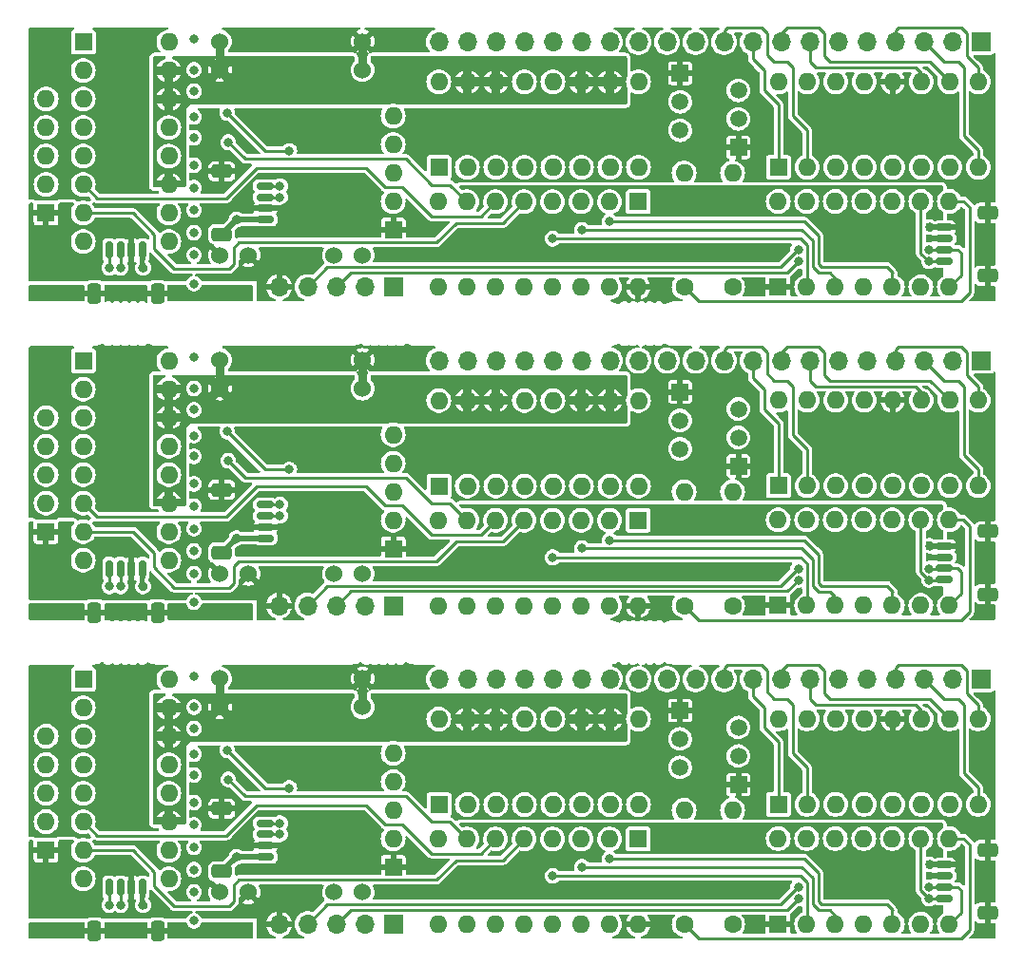
<source format=gbr>
%TF.GenerationSoftware,KiCad,Pcbnew,7.0.7*%
%TF.CreationDate,2023-10-06T22:38:46+01:00*%
%TF.ProjectId,nixie-controller-breakaway-panelized,6e697869-652d-4636-9f6e-74726f6c6c65,rev?*%
%TF.SameCoordinates,Original*%
%TF.FileFunction,Copper,L2,Bot*%
%TF.FilePolarity,Positive*%
%FSLAX46Y46*%
G04 Gerber Fmt 4.6, Leading zero omitted, Abs format (unit mm)*
G04 Created by KiCad (PCBNEW 7.0.7) date 2023-10-06 22:38:46*
%MOMM*%
%LPD*%
G01*
G04 APERTURE LIST*
G04 Aperture macros list*
%AMRoundRect*
0 Rectangle with rounded corners*
0 $1 Rounding radius*
0 $2 $3 $4 $5 $6 $7 $8 $9 X,Y pos of 4 corners*
0 Add a 4 corners polygon primitive as box body*
4,1,4,$2,$3,$4,$5,$6,$7,$8,$9,$2,$3,0*
0 Add four circle primitives for the rounded corners*
1,1,$1+$1,$2,$3*
1,1,$1+$1,$4,$5*
1,1,$1+$1,$6,$7*
1,1,$1+$1,$8,$9*
0 Add four rect primitives between the rounded corners*
20,1,$1+$1,$2,$3,$4,$5,0*
20,1,$1+$1,$4,$5,$6,$7,0*
20,1,$1+$1,$6,$7,$8,$9,0*
20,1,$1+$1,$8,$9,$2,$3,0*%
G04 Aperture macros list end*
%TA.AperFunction,SMDPad,CuDef*%
%ADD10RoundRect,0.250000X0.650000X-0.350000X0.650000X0.350000X-0.650000X0.350000X-0.650000X-0.350000X0*%
%TD*%
%TA.AperFunction,SMDPad,CuDef*%
%ADD11RoundRect,0.150000X0.625000X-0.150000X0.625000X0.150000X-0.625000X0.150000X-0.625000X-0.150000X0*%
%TD*%
%TA.AperFunction,SMDPad,CuDef*%
%ADD12RoundRect,0.250000X-0.650000X0.350000X-0.650000X-0.350000X0.650000X-0.350000X0.650000X0.350000X0*%
%TD*%
%TA.AperFunction,SMDPad,CuDef*%
%ADD13RoundRect,0.150000X-0.625000X0.150000X-0.625000X-0.150000X0.625000X-0.150000X0.625000X0.150000X0*%
%TD*%
%TA.AperFunction,ComponentPad*%
%ADD14O,1.700000X1.700000*%
%TD*%
%TA.AperFunction,ComponentPad*%
%ADD15R,1.700000X1.700000*%
%TD*%
%TA.AperFunction,SMDPad,CuDef*%
%ADD16RoundRect,0.250000X0.350000X0.650000X-0.350000X0.650000X-0.350000X-0.650000X0.350000X-0.650000X0*%
%TD*%
%TA.AperFunction,SMDPad,CuDef*%
%ADD17RoundRect,0.150000X0.150000X0.625000X-0.150000X0.625000X-0.150000X-0.625000X0.150000X-0.625000X0*%
%TD*%
%TA.AperFunction,ComponentPad*%
%ADD18C,1.500000*%
%TD*%
%TA.AperFunction,ComponentPad*%
%ADD19R,1.500000X1.500000*%
%TD*%
%TA.AperFunction,ComponentPad*%
%ADD20O,1.600000X1.600000*%
%TD*%
%TA.AperFunction,ComponentPad*%
%ADD21R,1.600000X1.600000*%
%TD*%
%TA.AperFunction,ComponentPad*%
%ADD22C,1.600000*%
%TD*%
%TA.AperFunction,ComponentPad*%
%ADD23C,1.524000*%
%TD*%
%TA.AperFunction,ViaPad*%
%ADD24C,0.800000*%
%TD*%
%TA.AperFunction,Conductor*%
%ADD25C,0.250000*%
%TD*%
%TA.AperFunction,Conductor*%
%ADD26C,0.800000*%
%TD*%
%TA.AperFunction,Conductor*%
%ADD27C,0.500000*%
%TD*%
G04 APERTURE END LIST*
D10*
%TO.P,J4,MP,MountPin*%
%TO.N,GND*%
X47225000Y-100600000D03*
X47225000Y-106200000D03*
D11*
%TO.P,J4,4,Pin_4*%
%TO.N,/SCL*%
X51100000Y-101900000D03*
%TO.P,J4,3,Pin_3*%
%TO.N,/SDA*%
X51100000Y-102900000D03*
%TO.P,J4,2,Pin_2*%
%TO.N,VCC*%
X51100000Y-103900000D03*
%TO.P,J4,1,Pin_1*%
%TO.N,GND*%
X51100000Y-104900000D03*
%TD*%
D12*
%TO.P,J2,MP,MountPin*%
%TO.N,GND*%
X115413000Y-109892000D03*
X115413000Y-104292000D03*
D13*
%TO.P,J2,4,Pin_4*%
%TO.N,/SCL*%
X111538000Y-108592000D03*
%TO.P,J2,3,Pin_3*%
%TO.N,/SDA*%
X111538000Y-107592000D03*
%TO.P,J2,2,Pin_2*%
%TO.N,VCC*%
X111538000Y-106592000D03*
%TO.P,J2,1,Pin_1*%
%TO.N,GND*%
X111538000Y-105592000D03*
%TD*%
D14*
%TO.P,J1,5,Pin_5*%
%TO.N,VCC*%
X52324000Y-110902000D03*
%TO.P,J1,4,Pin_4*%
%TO.N,/SDA*%
X54864000Y-110902000D03*
%TO.P,J1,3,Pin_3*%
%TO.N,/SCL*%
X57404000Y-110902000D03*
%TO.P,J1,2,Pin_2*%
%TO.N,unconnected-(J1-Pad2)*%
X59944000Y-110902000D03*
D15*
%TO.P,J1,1,Pin_1*%
%TO.N,GND*%
X62484000Y-110902000D03*
%TD*%
D16*
%TO.P,J5,MP,MountPin*%
%TO.N,GND*%
X35886000Y-111507000D03*
X41486000Y-111507000D03*
D17*
%TO.P,J5,4,Pin_4*%
%TO.N,/SCL*%
X37186000Y-107632000D03*
%TO.P,J5,3,Pin_3*%
%TO.N,/SDA*%
X38186000Y-107632000D03*
%TO.P,J5,2,Pin_2*%
%TO.N,VCC*%
X39186000Y-107632000D03*
%TO.P,J5,1,Pin_1*%
%TO.N,GND*%
X40186000Y-107632000D03*
%TD*%
D14*
%TO.P,J3,20,Pin_20*%
%TO.N,/A7*%
X66548000Y-89058000D03*
%TO.P,J3,19,Pin_19*%
%TO.N,/A6*%
X69088000Y-89058000D03*
%TO.P,J3,18,Pin_18*%
%TO.N,/A5*%
X71628000Y-89058000D03*
%TO.P,J3,17,Pin_17*%
%TO.N,/A4*%
X74168000Y-89058000D03*
%TO.P,J3,16,Pin_16*%
%TO.N,/A3*%
X76708000Y-89058000D03*
%TO.P,J3,15,Pin_15*%
%TO.N,/A2*%
X79248000Y-89058000D03*
%TO.P,J3,14,Pin_14*%
%TO.N,/A1*%
X81788000Y-89058000D03*
%TO.P,J3,13,Pin_13*%
%TO.N,/A0*%
X84328000Y-89058000D03*
%TO.P,J3,12,Pin_12*%
%TO.N,/CB*%
X86868000Y-89058000D03*
%TO.P,J3,11,Pin_11*%
%TO.N,/CA*%
X89408000Y-89058000D03*
%TO.P,J3,10,Pin_10*%
%TO.N,/C9*%
X91948000Y-89058000D03*
%TO.P,J3,9,Pin_9*%
%TO.N,/C8*%
X94488000Y-89058000D03*
%TO.P,J3,8,Pin_8*%
%TO.N,/C7*%
X97028000Y-89058000D03*
%TO.P,J3,7,Pin_7*%
%TO.N,/C6*%
X99568000Y-89058000D03*
%TO.P,J3,6,Pin_6*%
%TO.N,/C5*%
X102108000Y-89058000D03*
%TO.P,J3,5,Pin_5*%
%TO.N,/C4*%
X104648000Y-89058000D03*
%TO.P,J3,4,Pin_4*%
%TO.N,/C3*%
X107188000Y-89058000D03*
%TO.P,J3,3,Pin_3*%
%TO.N,/C2*%
X109728000Y-89058000D03*
%TO.P,J3,2,Pin_2*%
%TO.N,/C1*%
X112268000Y-89058000D03*
D15*
%TO.P,J3,1,Pin_1*%
%TO.N,/C0*%
X114808000Y-89058000D03*
%TD*%
D18*
%TO.P,Q2,3,C*%
%TO.N,/CB*%
X88032000Y-96932000D03*
%TO.P,Q2,2,B*%
%TO.N,Net-(Q2-Pad2)*%
X88032000Y-94392000D03*
D19*
%TO.P,Q2,1,E*%
%TO.N,GND*%
X88032000Y-91852000D03*
%TD*%
D20*
%TO.P,U3,16,VCC*%
%TO.N,VCC*%
X84300000Y-110920000D03*
%TO.P,U3,15,A*%
%TO.N,/dig_0*%
X81760000Y-110920000D03*
%TO.P,U3,14,B*%
%TO.N,/dig_1*%
X79220000Y-110920000D03*
%TO.P,U3,13,C*%
%TO.N,/dig_2*%
X76680000Y-110920000D03*
%TO.P,U3,12,D*%
%TO.N,GND*%
X74140000Y-110920000D03*
%TO.P,U3,11,~{Q9}*%
%TO.N,unconnected-(U3-Pad11)*%
X71600000Y-110920000D03*
%TO.P,U3,10,~{Q8}*%
%TO.N,unconnected-(U3-Pad10)*%
X69060000Y-110920000D03*
%TO.P,U3,9,~{Q7}*%
%TO.N,/drv_A7*%
X66520000Y-110920000D03*
%TO.P,U3,8,GND*%
%TO.N,GND*%
X66520000Y-103300000D03*
%TO.P,U3,7,~{Q6}*%
%TO.N,/drv_A6*%
X69060000Y-103300000D03*
%TO.P,U3,6,~{Q5}*%
%TO.N,/drv_A5*%
X71600000Y-103300000D03*
%TO.P,U3,5,~{Q4}*%
%TO.N,/drv_A4*%
X74140000Y-103300000D03*
%TO.P,U3,4,~{Q3}*%
%TO.N,/drv_A3*%
X76680000Y-103300000D03*
%TO.P,U3,3,~{Q2}*%
%TO.N,/drv_A2*%
X79220000Y-103300000D03*
%TO.P,U3,2,~{Q1}*%
%TO.N,/drv_A1*%
X81760000Y-103300000D03*
D21*
%TO.P,U3,1,~{Q0}*%
%TO.N,/drv_A0*%
X84300000Y-103300000D03*
%TD*%
D20*
%TO.P,R1,2*%
%TO.N,Net-(Q1-Pad2)*%
X92710000Y-100742000D03*
D22*
%TO.P,R1,1*%
%TO.N,/LHDP*%
X92710000Y-110902000D03*
%TD*%
D20*
%TO.P,U4,16*%
%TO.N,/A3*%
X66548000Y-92614000D03*
%TO.P,U4,15*%
%TO.N,HT*%
X69088000Y-92614000D03*
%TO.P,U4,14*%
X71628000Y-92614000D03*
%TO.P,U4,13*%
%TO.N,/A2*%
X74168000Y-92614000D03*
%TO.P,U4,12*%
%TO.N,/A1*%
X76708000Y-92614000D03*
%TO.P,U4,11*%
%TO.N,HT*%
X79248000Y-92614000D03*
%TO.P,U4,10*%
X81788000Y-92614000D03*
%TO.P,U4,9*%
%TO.N,/A0*%
X84328000Y-92614000D03*
%TO.P,U4,8*%
%TO.N,Net-(RN1-Pad5)*%
X84328000Y-100234000D03*
%TO.P,U4,7*%
%TO.N,/drv_A0*%
X81788000Y-100234000D03*
%TO.P,U4,6*%
%TO.N,/drv_A1*%
X79248000Y-100234000D03*
%TO.P,U4,5*%
%TO.N,Net-(RN1-Pad4)*%
X76708000Y-100234000D03*
%TO.P,U4,4*%
%TO.N,Net-(RN1-Pad3)*%
X74168000Y-100234000D03*
%TO.P,U4,3*%
%TO.N,/drv_A2*%
X71628000Y-100234000D03*
%TO.P,U4,2*%
%TO.N,/drv_A3*%
X69088000Y-100234000D03*
D21*
%TO.P,U4,1*%
%TO.N,Net-(RN1-Pad2)*%
X66548000Y-100234000D03*
%TD*%
D20*
%TO.P,RN1,5,R4.2*%
%TO.N,Net-(RN1-Pad5)*%
X62484000Y-95662000D03*
%TO.P,RN1,4,R3.2*%
%TO.N,Net-(RN1-Pad4)*%
X62484000Y-98202000D03*
%TO.P,RN1,3,R2.2*%
%TO.N,Net-(RN1-Pad3)*%
X62484000Y-100742000D03*
%TO.P,RN1,2,R1.2*%
%TO.N,Net-(RN1-Pad2)*%
X62484000Y-103282000D03*
D21*
%TO.P,RN1,1,R1.1*%
%TO.N,VCC*%
X62484000Y-105822000D03*
%TD*%
D20*
%TO.P,U2,16,~{Q0}*%
%TO.N,/C0*%
X96789000Y-92604000D03*
%TO.P,U2,15,~{Q1}*%
%TO.N,/C1*%
X99329000Y-92604000D03*
%TO.P,U2,14,~{Q5}*%
%TO.N,/C5*%
X101869000Y-92604000D03*
%TO.P,U2,13,~{Q4}*%
%TO.N,/C4*%
X104409000Y-92604000D03*
%TO.P,U2,12,GND*%
%TO.N,GND*%
X106949000Y-92604000D03*
%TO.P,U2,11,~{Q6}*%
%TO.N,/C6*%
X109489000Y-92604000D03*
%TO.P,U2,10,~{Q7}*%
%TO.N,/C7*%
X112029000Y-92604000D03*
%TO.P,U2,9,~{Q3}*%
%TO.N,/C3*%
X114569000Y-92604000D03*
%TO.P,U2,8,~{Q2}*%
%TO.N,/C2*%
X114569000Y-100224000D03*
%TO.P,U2,7,C*%
%TO.N,/num_2*%
X112029000Y-100224000D03*
%TO.P,U2,6,B*%
%TO.N,/num_1*%
X109489000Y-100224000D03*
%TO.P,U2,5,VCC*%
%TO.N,VCC*%
X106949000Y-100224000D03*
%TO.P,U2,4,D*%
%TO.N,/num_3*%
X104409000Y-100224000D03*
%TO.P,U2,3,A*%
%TO.N,/num_0*%
X101869000Y-100224000D03*
%TO.P,U2,2,~{Q9}*%
%TO.N,/C9*%
X99329000Y-100224000D03*
D21*
%TO.P,U2,1,~{Q8}*%
%TO.N,/C8*%
X96789000Y-100224000D03*
%TD*%
D20*
%TO.P,RN2,5,R4.2*%
%TO.N,Net-(RN2-Pad5)*%
X31574000Y-94138000D03*
%TO.P,RN2,4,R3.2*%
%TO.N,Net-(RN2-Pad4)*%
X31574000Y-96678000D03*
%TO.P,RN2,3,R2.2*%
%TO.N,Net-(RN2-Pad3)*%
X31574000Y-99218000D03*
%TO.P,RN2,2,R1.2*%
%TO.N,Net-(RN2-Pad2)*%
X31574000Y-101758000D03*
D21*
%TO.P,RN2,1,R1.1*%
%TO.N,VCC*%
X31574000Y-104298000D03*
%TD*%
D20*
%TO.P,U5,16*%
%TO.N,/A7*%
X42506000Y-89073000D03*
%TO.P,U5,15*%
%TO.N,HT*%
X42506000Y-91613000D03*
%TO.P,U5,14*%
X42506000Y-94153000D03*
%TO.P,U5,13*%
%TO.N,/A6*%
X42506000Y-96693000D03*
%TO.P,U5,12*%
%TO.N,/A5*%
X42506000Y-99233000D03*
%TO.P,U5,11*%
%TO.N,HT*%
X42506000Y-101773000D03*
%TO.P,U5,10*%
X42506000Y-104313000D03*
%TO.P,U5,9*%
%TO.N,/A4*%
X42506000Y-106853000D03*
%TO.P,U5,8*%
%TO.N,Net-(RN2-Pad2)*%
X34886000Y-106853000D03*
%TO.P,U5,7*%
%TO.N,/drv_A4*%
X34886000Y-104313000D03*
%TO.P,U5,6*%
%TO.N,/drv_A5*%
X34886000Y-101773000D03*
%TO.P,U5,5*%
%TO.N,Net-(RN2-Pad3)*%
X34886000Y-99233000D03*
%TO.P,U5,4*%
%TO.N,Net-(RN2-Pad4)*%
X34886000Y-96693000D03*
%TO.P,U5,3*%
%TO.N,/drv_A6*%
X34886000Y-94153000D03*
%TO.P,U5,2*%
%TO.N,/drv_A7*%
X34886000Y-91613000D03*
D21*
%TO.P,U5,1*%
%TO.N,Net-(RN2-Pad5)*%
X34886000Y-89073000D03*
%TD*%
D20*
%TO.P,R2,2*%
%TO.N,Net-(Q2-Pad2)*%
X88392000Y-100742000D03*
D22*
%TO.P,R2,1*%
%TO.N,/RHDP*%
X88392000Y-110902000D03*
%TD*%
D23*
%TO.P,U6,3,HV*%
%TO.N,HT*%
X47050000Y-89010000D03*
X47050000Y-91550000D03*
%TO.P,U6,2,GND*%
%TO.N,GND*%
X57210000Y-108060000D03*
X59750000Y-89010000D03*
X59750000Y-91550000D03*
X59750000Y-108060000D03*
%TO.P,U6,1,Vcc*%
%TO.N,VCC*%
X47050000Y-108060000D03*
X49590000Y-108060000D03*
%TD*%
D20*
%TO.P,U1,14,GND*%
%TO.N,GND*%
X96769000Y-103272000D03*
%TO.P,U1,13,AREF/PA0*%
%TO.N,/num_0*%
X99309000Y-103272000D03*
%TO.P,U1,12,PA1*%
%TO.N,/num_3*%
X101849000Y-103272000D03*
%TO.P,U1,11,PA2*%
%TO.N,/num_1*%
X104389000Y-103272000D03*
%TO.P,U1,10,PA3*%
%TO.N,/num_2*%
X106929000Y-103272000D03*
%TO.P,U1,9,PA4*%
%TO.N,/SCL*%
X109469000Y-103272000D03*
%TO.P,U1,8,PA5*%
%TO.N,/RHDP*%
X112009000Y-103272000D03*
%TO.P,U1,7,PA6*%
%TO.N,/SDA*%
X112009000Y-110892000D03*
%TO.P,U1,6,PA7*%
%TO.N,/LHDP*%
X109469000Y-110892000D03*
%TO.P,U1,5,PB2*%
%TO.N,/dig_0*%
X106929000Y-110892000D03*
%TO.P,U1,4,~{RESET}/PB3*%
%TO.N,unconnected-(U1-Pad4)*%
X104389000Y-110892000D03*
%TO.P,U1,3,XTAL2/PB1*%
%TO.N,/dig_1*%
X101849000Y-110892000D03*
%TO.P,U1,2,XTAL1/PB0*%
%TO.N,/dig_2*%
X99309000Y-110892000D03*
D21*
%TO.P,U1,1,VCC*%
%TO.N,VCC*%
X96769000Y-110892000D03*
%TD*%
D18*
%TO.P,Q1,3,C*%
%TO.N,/CA*%
X93218000Y-93376000D03*
%TO.P,Q1,2,B*%
%TO.N,Net-(Q1-Pad2)*%
X93218000Y-95916000D03*
D19*
%TO.P,Q1,1,E*%
%TO.N,GND*%
X93218000Y-98456000D03*
%TD*%
D10*
%TO.P,J4,MP,MountPin*%
%TO.N,GND*%
X47225000Y-72200000D03*
X47225000Y-77800000D03*
D11*
%TO.P,J4,4,Pin_4*%
%TO.N,/SCL*%
X51100000Y-73500000D03*
%TO.P,J4,3,Pin_3*%
%TO.N,/SDA*%
X51100000Y-74500000D03*
%TO.P,J4,2,Pin_2*%
%TO.N,VCC*%
X51100000Y-75500000D03*
%TO.P,J4,1,Pin_1*%
%TO.N,GND*%
X51100000Y-76500000D03*
%TD*%
D12*
%TO.P,J2,MP,MountPin*%
%TO.N,GND*%
X115413000Y-81492000D03*
X115413000Y-75892000D03*
D13*
%TO.P,J2,4,Pin_4*%
%TO.N,/SCL*%
X111538000Y-80192000D03*
%TO.P,J2,3,Pin_3*%
%TO.N,/SDA*%
X111538000Y-79192000D03*
%TO.P,J2,2,Pin_2*%
%TO.N,VCC*%
X111538000Y-78192000D03*
%TO.P,J2,1,Pin_1*%
%TO.N,GND*%
X111538000Y-77192000D03*
%TD*%
D14*
%TO.P,J1,5,Pin_5*%
%TO.N,VCC*%
X52324000Y-82502000D03*
%TO.P,J1,4,Pin_4*%
%TO.N,/SDA*%
X54864000Y-82502000D03*
%TO.P,J1,3,Pin_3*%
%TO.N,/SCL*%
X57404000Y-82502000D03*
%TO.P,J1,2,Pin_2*%
%TO.N,unconnected-(J1-Pad2)*%
X59944000Y-82502000D03*
D15*
%TO.P,J1,1,Pin_1*%
%TO.N,GND*%
X62484000Y-82502000D03*
%TD*%
D16*
%TO.P,J5,MP,MountPin*%
%TO.N,GND*%
X35886000Y-83107000D03*
X41486000Y-83107000D03*
D17*
%TO.P,J5,4,Pin_4*%
%TO.N,/SCL*%
X37186000Y-79232000D03*
%TO.P,J5,3,Pin_3*%
%TO.N,/SDA*%
X38186000Y-79232000D03*
%TO.P,J5,2,Pin_2*%
%TO.N,VCC*%
X39186000Y-79232000D03*
%TO.P,J5,1,Pin_1*%
%TO.N,GND*%
X40186000Y-79232000D03*
%TD*%
D14*
%TO.P,J3,20,Pin_20*%
%TO.N,/A7*%
X66548000Y-60658000D03*
%TO.P,J3,19,Pin_19*%
%TO.N,/A6*%
X69088000Y-60658000D03*
%TO.P,J3,18,Pin_18*%
%TO.N,/A5*%
X71628000Y-60658000D03*
%TO.P,J3,17,Pin_17*%
%TO.N,/A4*%
X74168000Y-60658000D03*
%TO.P,J3,16,Pin_16*%
%TO.N,/A3*%
X76708000Y-60658000D03*
%TO.P,J3,15,Pin_15*%
%TO.N,/A2*%
X79248000Y-60658000D03*
%TO.P,J3,14,Pin_14*%
%TO.N,/A1*%
X81788000Y-60658000D03*
%TO.P,J3,13,Pin_13*%
%TO.N,/A0*%
X84328000Y-60658000D03*
%TO.P,J3,12,Pin_12*%
%TO.N,/CB*%
X86868000Y-60658000D03*
%TO.P,J3,11,Pin_11*%
%TO.N,/CA*%
X89408000Y-60658000D03*
%TO.P,J3,10,Pin_10*%
%TO.N,/C9*%
X91948000Y-60658000D03*
%TO.P,J3,9,Pin_9*%
%TO.N,/C8*%
X94488000Y-60658000D03*
%TO.P,J3,8,Pin_8*%
%TO.N,/C7*%
X97028000Y-60658000D03*
%TO.P,J3,7,Pin_7*%
%TO.N,/C6*%
X99568000Y-60658000D03*
%TO.P,J3,6,Pin_6*%
%TO.N,/C5*%
X102108000Y-60658000D03*
%TO.P,J3,5,Pin_5*%
%TO.N,/C4*%
X104648000Y-60658000D03*
%TO.P,J3,4,Pin_4*%
%TO.N,/C3*%
X107188000Y-60658000D03*
%TO.P,J3,3,Pin_3*%
%TO.N,/C2*%
X109728000Y-60658000D03*
%TO.P,J3,2,Pin_2*%
%TO.N,/C1*%
X112268000Y-60658000D03*
D15*
%TO.P,J3,1,Pin_1*%
%TO.N,/C0*%
X114808000Y-60658000D03*
%TD*%
D18*
%TO.P,Q2,3,C*%
%TO.N,/CB*%
X88032000Y-68532000D03*
%TO.P,Q2,2,B*%
%TO.N,Net-(Q2-Pad2)*%
X88032000Y-65992000D03*
D19*
%TO.P,Q2,1,E*%
%TO.N,GND*%
X88032000Y-63452000D03*
%TD*%
D20*
%TO.P,U3,16,VCC*%
%TO.N,VCC*%
X84300000Y-82520000D03*
%TO.P,U3,15,A*%
%TO.N,/dig_0*%
X81760000Y-82520000D03*
%TO.P,U3,14,B*%
%TO.N,/dig_1*%
X79220000Y-82520000D03*
%TO.P,U3,13,C*%
%TO.N,/dig_2*%
X76680000Y-82520000D03*
%TO.P,U3,12,D*%
%TO.N,GND*%
X74140000Y-82520000D03*
%TO.P,U3,11,~{Q9}*%
%TO.N,unconnected-(U3-Pad11)*%
X71600000Y-82520000D03*
%TO.P,U3,10,~{Q8}*%
%TO.N,unconnected-(U3-Pad10)*%
X69060000Y-82520000D03*
%TO.P,U3,9,~{Q7}*%
%TO.N,/drv_A7*%
X66520000Y-82520000D03*
%TO.P,U3,8,GND*%
%TO.N,GND*%
X66520000Y-74900000D03*
%TO.P,U3,7,~{Q6}*%
%TO.N,/drv_A6*%
X69060000Y-74900000D03*
%TO.P,U3,6,~{Q5}*%
%TO.N,/drv_A5*%
X71600000Y-74900000D03*
%TO.P,U3,5,~{Q4}*%
%TO.N,/drv_A4*%
X74140000Y-74900000D03*
%TO.P,U3,4,~{Q3}*%
%TO.N,/drv_A3*%
X76680000Y-74900000D03*
%TO.P,U3,3,~{Q2}*%
%TO.N,/drv_A2*%
X79220000Y-74900000D03*
%TO.P,U3,2,~{Q1}*%
%TO.N,/drv_A1*%
X81760000Y-74900000D03*
D21*
%TO.P,U3,1,~{Q0}*%
%TO.N,/drv_A0*%
X84300000Y-74900000D03*
%TD*%
D20*
%TO.P,R1,2*%
%TO.N,Net-(Q1-Pad2)*%
X92710000Y-72342000D03*
D22*
%TO.P,R1,1*%
%TO.N,/LHDP*%
X92710000Y-82502000D03*
%TD*%
D20*
%TO.P,U4,16*%
%TO.N,/A3*%
X66548000Y-64214000D03*
%TO.P,U4,15*%
%TO.N,HT*%
X69088000Y-64214000D03*
%TO.P,U4,14*%
X71628000Y-64214000D03*
%TO.P,U4,13*%
%TO.N,/A2*%
X74168000Y-64214000D03*
%TO.P,U4,12*%
%TO.N,/A1*%
X76708000Y-64214000D03*
%TO.P,U4,11*%
%TO.N,HT*%
X79248000Y-64214000D03*
%TO.P,U4,10*%
X81788000Y-64214000D03*
%TO.P,U4,9*%
%TO.N,/A0*%
X84328000Y-64214000D03*
%TO.P,U4,8*%
%TO.N,Net-(RN1-Pad5)*%
X84328000Y-71834000D03*
%TO.P,U4,7*%
%TO.N,/drv_A0*%
X81788000Y-71834000D03*
%TO.P,U4,6*%
%TO.N,/drv_A1*%
X79248000Y-71834000D03*
%TO.P,U4,5*%
%TO.N,Net-(RN1-Pad4)*%
X76708000Y-71834000D03*
%TO.P,U4,4*%
%TO.N,Net-(RN1-Pad3)*%
X74168000Y-71834000D03*
%TO.P,U4,3*%
%TO.N,/drv_A2*%
X71628000Y-71834000D03*
%TO.P,U4,2*%
%TO.N,/drv_A3*%
X69088000Y-71834000D03*
D21*
%TO.P,U4,1*%
%TO.N,Net-(RN1-Pad2)*%
X66548000Y-71834000D03*
%TD*%
D20*
%TO.P,RN1,5,R4.2*%
%TO.N,Net-(RN1-Pad5)*%
X62484000Y-67262000D03*
%TO.P,RN1,4,R3.2*%
%TO.N,Net-(RN1-Pad4)*%
X62484000Y-69802000D03*
%TO.P,RN1,3,R2.2*%
%TO.N,Net-(RN1-Pad3)*%
X62484000Y-72342000D03*
%TO.P,RN1,2,R1.2*%
%TO.N,Net-(RN1-Pad2)*%
X62484000Y-74882000D03*
D21*
%TO.P,RN1,1,R1.1*%
%TO.N,VCC*%
X62484000Y-77422000D03*
%TD*%
D20*
%TO.P,U2,16,~{Q0}*%
%TO.N,/C0*%
X96789000Y-64204000D03*
%TO.P,U2,15,~{Q1}*%
%TO.N,/C1*%
X99329000Y-64204000D03*
%TO.P,U2,14,~{Q5}*%
%TO.N,/C5*%
X101869000Y-64204000D03*
%TO.P,U2,13,~{Q4}*%
%TO.N,/C4*%
X104409000Y-64204000D03*
%TO.P,U2,12,GND*%
%TO.N,GND*%
X106949000Y-64204000D03*
%TO.P,U2,11,~{Q6}*%
%TO.N,/C6*%
X109489000Y-64204000D03*
%TO.P,U2,10,~{Q7}*%
%TO.N,/C7*%
X112029000Y-64204000D03*
%TO.P,U2,9,~{Q3}*%
%TO.N,/C3*%
X114569000Y-64204000D03*
%TO.P,U2,8,~{Q2}*%
%TO.N,/C2*%
X114569000Y-71824000D03*
%TO.P,U2,7,C*%
%TO.N,/num_2*%
X112029000Y-71824000D03*
%TO.P,U2,6,B*%
%TO.N,/num_1*%
X109489000Y-71824000D03*
%TO.P,U2,5,VCC*%
%TO.N,VCC*%
X106949000Y-71824000D03*
%TO.P,U2,4,D*%
%TO.N,/num_3*%
X104409000Y-71824000D03*
%TO.P,U2,3,A*%
%TO.N,/num_0*%
X101869000Y-71824000D03*
%TO.P,U2,2,~{Q9}*%
%TO.N,/C9*%
X99329000Y-71824000D03*
D21*
%TO.P,U2,1,~{Q8}*%
%TO.N,/C8*%
X96789000Y-71824000D03*
%TD*%
D20*
%TO.P,RN2,5,R4.2*%
%TO.N,Net-(RN2-Pad5)*%
X31574000Y-65738000D03*
%TO.P,RN2,4,R3.2*%
%TO.N,Net-(RN2-Pad4)*%
X31574000Y-68278000D03*
%TO.P,RN2,3,R2.2*%
%TO.N,Net-(RN2-Pad3)*%
X31574000Y-70818000D03*
%TO.P,RN2,2,R1.2*%
%TO.N,Net-(RN2-Pad2)*%
X31574000Y-73358000D03*
D21*
%TO.P,RN2,1,R1.1*%
%TO.N,VCC*%
X31574000Y-75898000D03*
%TD*%
D20*
%TO.P,U5,16*%
%TO.N,/A7*%
X42506000Y-60673000D03*
%TO.P,U5,15*%
%TO.N,HT*%
X42506000Y-63213000D03*
%TO.P,U5,14*%
X42506000Y-65753000D03*
%TO.P,U5,13*%
%TO.N,/A6*%
X42506000Y-68293000D03*
%TO.P,U5,12*%
%TO.N,/A5*%
X42506000Y-70833000D03*
%TO.P,U5,11*%
%TO.N,HT*%
X42506000Y-73373000D03*
%TO.P,U5,10*%
X42506000Y-75913000D03*
%TO.P,U5,9*%
%TO.N,/A4*%
X42506000Y-78453000D03*
%TO.P,U5,8*%
%TO.N,Net-(RN2-Pad2)*%
X34886000Y-78453000D03*
%TO.P,U5,7*%
%TO.N,/drv_A4*%
X34886000Y-75913000D03*
%TO.P,U5,6*%
%TO.N,/drv_A5*%
X34886000Y-73373000D03*
%TO.P,U5,5*%
%TO.N,Net-(RN2-Pad3)*%
X34886000Y-70833000D03*
%TO.P,U5,4*%
%TO.N,Net-(RN2-Pad4)*%
X34886000Y-68293000D03*
%TO.P,U5,3*%
%TO.N,/drv_A6*%
X34886000Y-65753000D03*
%TO.P,U5,2*%
%TO.N,/drv_A7*%
X34886000Y-63213000D03*
D21*
%TO.P,U5,1*%
%TO.N,Net-(RN2-Pad5)*%
X34886000Y-60673000D03*
%TD*%
D20*
%TO.P,R2,2*%
%TO.N,Net-(Q2-Pad2)*%
X88392000Y-72342000D03*
D22*
%TO.P,R2,1*%
%TO.N,/RHDP*%
X88392000Y-82502000D03*
%TD*%
D23*
%TO.P,U6,3,HV*%
%TO.N,HT*%
X47050000Y-60610000D03*
X47050000Y-63150000D03*
%TO.P,U6,2,GND*%
%TO.N,GND*%
X57210000Y-79660000D03*
X59750000Y-60610000D03*
X59750000Y-63150000D03*
X59750000Y-79660000D03*
%TO.P,U6,1,Vcc*%
%TO.N,VCC*%
X47050000Y-79660000D03*
X49590000Y-79660000D03*
%TD*%
D20*
%TO.P,U1,14,GND*%
%TO.N,GND*%
X96769000Y-74872000D03*
%TO.P,U1,13,AREF/PA0*%
%TO.N,/num_0*%
X99309000Y-74872000D03*
%TO.P,U1,12,PA1*%
%TO.N,/num_3*%
X101849000Y-74872000D03*
%TO.P,U1,11,PA2*%
%TO.N,/num_1*%
X104389000Y-74872000D03*
%TO.P,U1,10,PA3*%
%TO.N,/num_2*%
X106929000Y-74872000D03*
%TO.P,U1,9,PA4*%
%TO.N,/SCL*%
X109469000Y-74872000D03*
%TO.P,U1,8,PA5*%
%TO.N,/RHDP*%
X112009000Y-74872000D03*
%TO.P,U1,7,PA6*%
%TO.N,/SDA*%
X112009000Y-82492000D03*
%TO.P,U1,6,PA7*%
%TO.N,/LHDP*%
X109469000Y-82492000D03*
%TO.P,U1,5,PB2*%
%TO.N,/dig_0*%
X106929000Y-82492000D03*
%TO.P,U1,4,~{RESET}/PB3*%
%TO.N,unconnected-(U1-Pad4)*%
X104389000Y-82492000D03*
%TO.P,U1,3,XTAL2/PB1*%
%TO.N,/dig_1*%
X101849000Y-82492000D03*
%TO.P,U1,2,XTAL1/PB0*%
%TO.N,/dig_2*%
X99309000Y-82492000D03*
D21*
%TO.P,U1,1,VCC*%
%TO.N,VCC*%
X96769000Y-82492000D03*
%TD*%
D18*
%TO.P,Q1,3,C*%
%TO.N,/CA*%
X93218000Y-64976000D03*
%TO.P,Q1,2,B*%
%TO.N,Net-(Q1-Pad2)*%
X93218000Y-67516000D03*
D19*
%TO.P,Q1,1,E*%
%TO.N,GND*%
X93218000Y-70056000D03*
%TD*%
D20*
%TO.P,U1,14,GND*%
%TO.N,GND*%
X96769000Y-46472000D03*
%TO.P,U1,13,AREF/PA0*%
%TO.N,/num_0*%
X99309000Y-46472000D03*
%TO.P,U1,12,PA1*%
%TO.N,/num_3*%
X101849000Y-46472000D03*
%TO.P,U1,11,PA2*%
%TO.N,/num_1*%
X104389000Y-46472000D03*
%TO.P,U1,10,PA3*%
%TO.N,/num_2*%
X106929000Y-46472000D03*
%TO.P,U1,9,PA4*%
%TO.N,/SCL*%
X109469000Y-46472000D03*
%TO.P,U1,8,PA5*%
%TO.N,/RHDP*%
X112009000Y-46472000D03*
%TO.P,U1,7,PA6*%
%TO.N,/SDA*%
X112009000Y-54092000D03*
%TO.P,U1,6,PA7*%
%TO.N,/LHDP*%
X109469000Y-54092000D03*
%TO.P,U1,5,PB2*%
%TO.N,/dig_0*%
X106929000Y-54092000D03*
%TO.P,U1,4,~{RESET}/PB3*%
%TO.N,unconnected-(U1-Pad4)*%
X104389000Y-54092000D03*
%TO.P,U1,3,XTAL2/PB1*%
%TO.N,/dig_1*%
X101849000Y-54092000D03*
%TO.P,U1,2,XTAL1/PB0*%
%TO.N,/dig_2*%
X99309000Y-54092000D03*
D21*
%TO.P,U1,1,VCC*%
%TO.N,VCC*%
X96769000Y-54092000D03*
%TD*%
D18*
%TO.P,Q1,3,C*%
%TO.N,/CA*%
X93218000Y-36576000D03*
%TO.P,Q1,2,B*%
%TO.N,Net-(Q1-Pad2)*%
X93218000Y-39116000D03*
D19*
%TO.P,Q1,1,E*%
%TO.N,GND*%
X93218000Y-41656000D03*
%TD*%
D23*
%TO.P,U6,3,HV*%
%TO.N,HT*%
X47050000Y-32210000D03*
X47050000Y-34750000D03*
%TO.P,U6,2,GND*%
%TO.N,GND*%
X57210000Y-51260000D03*
X59750000Y-32210000D03*
X59750000Y-34750000D03*
X59750000Y-51260000D03*
%TO.P,U6,1,Vcc*%
%TO.N,VCC*%
X47050000Y-51260000D03*
X49590000Y-51260000D03*
%TD*%
D20*
%TO.P,R2,2*%
%TO.N,Net-(Q2-Pad2)*%
X88392000Y-43942000D03*
D22*
%TO.P,R2,1*%
%TO.N,/RHDP*%
X88392000Y-54102000D03*
%TD*%
D20*
%TO.P,U5,16*%
%TO.N,/A7*%
X42506000Y-32273000D03*
%TO.P,U5,15*%
%TO.N,HT*%
X42506000Y-34813000D03*
%TO.P,U5,14*%
X42506000Y-37353000D03*
%TO.P,U5,13*%
%TO.N,/A6*%
X42506000Y-39893000D03*
%TO.P,U5,12*%
%TO.N,/A5*%
X42506000Y-42433000D03*
%TO.P,U5,11*%
%TO.N,HT*%
X42506000Y-44973000D03*
%TO.P,U5,10*%
X42506000Y-47513000D03*
%TO.P,U5,9*%
%TO.N,/A4*%
X42506000Y-50053000D03*
%TO.P,U5,8*%
%TO.N,Net-(RN2-Pad2)*%
X34886000Y-50053000D03*
%TO.P,U5,7*%
%TO.N,/drv_A4*%
X34886000Y-47513000D03*
%TO.P,U5,6*%
%TO.N,/drv_A5*%
X34886000Y-44973000D03*
%TO.P,U5,5*%
%TO.N,Net-(RN2-Pad3)*%
X34886000Y-42433000D03*
%TO.P,U5,4*%
%TO.N,Net-(RN2-Pad4)*%
X34886000Y-39893000D03*
%TO.P,U5,3*%
%TO.N,/drv_A6*%
X34886000Y-37353000D03*
%TO.P,U5,2*%
%TO.N,/drv_A7*%
X34886000Y-34813000D03*
D21*
%TO.P,U5,1*%
%TO.N,Net-(RN2-Pad5)*%
X34886000Y-32273000D03*
%TD*%
D20*
%TO.P,RN2,5,R4.2*%
%TO.N,Net-(RN2-Pad5)*%
X31574000Y-37338000D03*
%TO.P,RN2,4,R3.2*%
%TO.N,Net-(RN2-Pad4)*%
X31574000Y-39878000D03*
%TO.P,RN2,3,R2.2*%
%TO.N,Net-(RN2-Pad3)*%
X31574000Y-42418000D03*
%TO.P,RN2,2,R1.2*%
%TO.N,Net-(RN2-Pad2)*%
X31574000Y-44958000D03*
D21*
%TO.P,RN2,1,R1.1*%
%TO.N,VCC*%
X31574000Y-47498000D03*
%TD*%
D20*
%TO.P,U2,16,~{Q0}*%
%TO.N,/C0*%
X96789000Y-35804000D03*
%TO.P,U2,15,~{Q1}*%
%TO.N,/C1*%
X99329000Y-35804000D03*
%TO.P,U2,14,~{Q5}*%
%TO.N,/C5*%
X101869000Y-35804000D03*
%TO.P,U2,13,~{Q4}*%
%TO.N,/C4*%
X104409000Y-35804000D03*
%TO.P,U2,12,GND*%
%TO.N,GND*%
X106949000Y-35804000D03*
%TO.P,U2,11,~{Q6}*%
%TO.N,/C6*%
X109489000Y-35804000D03*
%TO.P,U2,10,~{Q7}*%
%TO.N,/C7*%
X112029000Y-35804000D03*
%TO.P,U2,9,~{Q3}*%
%TO.N,/C3*%
X114569000Y-35804000D03*
%TO.P,U2,8,~{Q2}*%
%TO.N,/C2*%
X114569000Y-43424000D03*
%TO.P,U2,7,C*%
%TO.N,/num_2*%
X112029000Y-43424000D03*
%TO.P,U2,6,B*%
%TO.N,/num_1*%
X109489000Y-43424000D03*
%TO.P,U2,5,VCC*%
%TO.N,VCC*%
X106949000Y-43424000D03*
%TO.P,U2,4,D*%
%TO.N,/num_3*%
X104409000Y-43424000D03*
%TO.P,U2,3,A*%
%TO.N,/num_0*%
X101869000Y-43424000D03*
%TO.P,U2,2,~{Q9}*%
%TO.N,/C9*%
X99329000Y-43424000D03*
D21*
%TO.P,U2,1,~{Q8}*%
%TO.N,/C8*%
X96789000Y-43424000D03*
%TD*%
D20*
%TO.P,RN1,5,R4.2*%
%TO.N,Net-(RN1-Pad5)*%
X62484000Y-38862000D03*
%TO.P,RN1,4,R3.2*%
%TO.N,Net-(RN1-Pad4)*%
X62484000Y-41402000D03*
%TO.P,RN1,3,R2.2*%
%TO.N,Net-(RN1-Pad3)*%
X62484000Y-43942000D03*
%TO.P,RN1,2,R1.2*%
%TO.N,Net-(RN1-Pad2)*%
X62484000Y-46482000D03*
D21*
%TO.P,RN1,1,R1.1*%
%TO.N,VCC*%
X62484000Y-49022000D03*
%TD*%
D20*
%TO.P,U4,16*%
%TO.N,/A3*%
X66548000Y-35814000D03*
%TO.P,U4,15*%
%TO.N,HT*%
X69088000Y-35814000D03*
%TO.P,U4,14*%
X71628000Y-35814000D03*
%TO.P,U4,13*%
%TO.N,/A2*%
X74168000Y-35814000D03*
%TO.P,U4,12*%
%TO.N,/A1*%
X76708000Y-35814000D03*
%TO.P,U4,11*%
%TO.N,HT*%
X79248000Y-35814000D03*
%TO.P,U4,10*%
X81788000Y-35814000D03*
%TO.P,U4,9*%
%TO.N,/A0*%
X84328000Y-35814000D03*
%TO.P,U4,8*%
%TO.N,Net-(RN1-Pad5)*%
X84328000Y-43434000D03*
%TO.P,U4,7*%
%TO.N,/drv_A0*%
X81788000Y-43434000D03*
%TO.P,U4,6*%
%TO.N,/drv_A1*%
X79248000Y-43434000D03*
%TO.P,U4,5*%
%TO.N,Net-(RN1-Pad4)*%
X76708000Y-43434000D03*
%TO.P,U4,4*%
%TO.N,Net-(RN1-Pad3)*%
X74168000Y-43434000D03*
%TO.P,U4,3*%
%TO.N,/drv_A2*%
X71628000Y-43434000D03*
%TO.P,U4,2*%
%TO.N,/drv_A3*%
X69088000Y-43434000D03*
D21*
%TO.P,U4,1*%
%TO.N,Net-(RN1-Pad2)*%
X66548000Y-43434000D03*
%TD*%
D20*
%TO.P,R1,2*%
%TO.N,Net-(Q1-Pad2)*%
X92710000Y-43942000D03*
D22*
%TO.P,R1,1*%
%TO.N,/LHDP*%
X92710000Y-54102000D03*
%TD*%
D20*
%TO.P,U3,16,VCC*%
%TO.N,VCC*%
X84300000Y-54120000D03*
%TO.P,U3,15,A*%
%TO.N,/dig_0*%
X81760000Y-54120000D03*
%TO.P,U3,14,B*%
%TO.N,/dig_1*%
X79220000Y-54120000D03*
%TO.P,U3,13,C*%
%TO.N,/dig_2*%
X76680000Y-54120000D03*
%TO.P,U3,12,D*%
%TO.N,GND*%
X74140000Y-54120000D03*
%TO.P,U3,11,~{Q9}*%
%TO.N,unconnected-(U3-Pad11)*%
X71600000Y-54120000D03*
%TO.P,U3,10,~{Q8}*%
%TO.N,unconnected-(U3-Pad10)*%
X69060000Y-54120000D03*
%TO.P,U3,9,~{Q7}*%
%TO.N,/drv_A7*%
X66520000Y-54120000D03*
%TO.P,U3,8,GND*%
%TO.N,GND*%
X66520000Y-46500000D03*
%TO.P,U3,7,~{Q6}*%
%TO.N,/drv_A6*%
X69060000Y-46500000D03*
%TO.P,U3,6,~{Q5}*%
%TO.N,/drv_A5*%
X71600000Y-46500000D03*
%TO.P,U3,5,~{Q4}*%
%TO.N,/drv_A4*%
X74140000Y-46500000D03*
%TO.P,U3,4,~{Q3}*%
%TO.N,/drv_A3*%
X76680000Y-46500000D03*
%TO.P,U3,3,~{Q2}*%
%TO.N,/drv_A2*%
X79220000Y-46500000D03*
%TO.P,U3,2,~{Q1}*%
%TO.N,/drv_A1*%
X81760000Y-46500000D03*
D21*
%TO.P,U3,1,~{Q0}*%
%TO.N,/drv_A0*%
X84300000Y-46500000D03*
%TD*%
D14*
%TO.P,J3,20,Pin_20*%
%TO.N,/A7*%
X66548000Y-32258000D03*
%TO.P,J3,19,Pin_19*%
%TO.N,/A6*%
X69088000Y-32258000D03*
%TO.P,J3,18,Pin_18*%
%TO.N,/A5*%
X71628000Y-32258000D03*
%TO.P,J3,17,Pin_17*%
%TO.N,/A4*%
X74168000Y-32258000D03*
%TO.P,J3,16,Pin_16*%
%TO.N,/A3*%
X76708000Y-32258000D03*
%TO.P,J3,15,Pin_15*%
%TO.N,/A2*%
X79248000Y-32258000D03*
%TO.P,J3,14,Pin_14*%
%TO.N,/A1*%
X81788000Y-32258000D03*
%TO.P,J3,13,Pin_13*%
%TO.N,/A0*%
X84328000Y-32258000D03*
%TO.P,J3,12,Pin_12*%
%TO.N,/CB*%
X86868000Y-32258000D03*
%TO.P,J3,11,Pin_11*%
%TO.N,/CA*%
X89408000Y-32258000D03*
%TO.P,J3,10,Pin_10*%
%TO.N,/C9*%
X91948000Y-32258000D03*
%TO.P,J3,9,Pin_9*%
%TO.N,/C8*%
X94488000Y-32258000D03*
%TO.P,J3,8,Pin_8*%
%TO.N,/C7*%
X97028000Y-32258000D03*
%TO.P,J3,7,Pin_7*%
%TO.N,/C6*%
X99568000Y-32258000D03*
%TO.P,J3,6,Pin_6*%
%TO.N,/C5*%
X102108000Y-32258000D03*
%TO.P,J3,5,Pin_5*%
%TO.N,/C4*%
X104648000Y-32258000D03*
%TO.P,J3,4,Pin_4*%
%TO.N,/C3*%
X107188000Y-32258000D03*
%TO.P,J3,3,Pin_3*%
%TO.N,/C2*%
X109728000Y-32258000D03*
%TO.P,J3,2,Pin_2*%
%TO.N,/C1*%
X112268000Y-32258000D03*
D15*
%TO.P,J3,1,Pin_1*%
%TO.N,/C0*%
X114808000Y-32258000D03*
%TD*%
D14*
%TO.P,J1,5,Pin_5*%
%TO.N,VCC*%
X52324000Y-54102000D03*
%TO.P,J1,4,Pin_4*%
%TO.N,/SDA*%
X54864000Y-54102000D03*
%TO.P,J1,3,Pin_3*%
%TO.N,/SCL*%
X57404000Y-54102000D03*
%TO.P,J1,2,Pin_2*%
%TO.N,unconnected-(J1-Pad2)*%
X59944000Y-54102000D03*
D15*
%TO.P,J1,1,Pin_1*%
%TO.N,GND*%
X62484000Y-54102000D03*
%TD*%
D18*
%TO.P,Q2,3,C*%
%TO.N,/CB*%
X88032000Y-40132000D03*
%TO.P,Q2,2,B*%
%TO.N,Net-(Q2-Pad2)*%
X88032000Y-37592000D03*
D19*
%TO.P,Q2,1,E*%
%TO.N,GND*%
X88032000Y-35052000D03*
%TD*%
D10*
%TO.P,J4,MP,MountPin*%
%TO.N,GND*%
X47225000Y-43800000D03*
X47225000Y-49400000D03*
D11*
%TO.P,J4,4,Pin_4*%
%TO.N,/SCL*%
X51100000Y-45100000D03*
%TO.P,J4,3,Pin_3*%
%TO.N,/SDA*%
X51100000Y-46100000D03*
%TO.P,J4,2,Pin_2*%
%TO.N,VCC*%
X51100000Y-47100000D03*
%TO.P,J4,1,Pin_1*%
%TO.N,GND*%
X51100000Y-48100000D03*
%TD*%
D16*
%TO.P,J5,MP,MountPin*%
%TO.N,GND*%
X35886000Y-54707000D03*
X41486000Y-54707000D03*
D17*
%TO.P,J5,4,Pin_4*%
%TO.N,/SCL*%
X37186000Y-50832000D03*
%TO.P,J5,3,Pin_3*%
%TO.N,/SDA*%
X38186000Y-50832000D03*
%TO.P,J5,2,Pin_2*%
%TO.N,VCC*%
X39186000Y-50832000D03*
%TO.P,J5,1,Pin_1*%
%TO.N,GND*%
X40186000Y-50832000D03*
%TD*%
D12*
%TO.P,J2,MP,MountPin*%
%TO.N,GND*%
X115413000Y-53092000D03*
X115413000Y-47492000D03*
D13*
%TO.P,J2,4,Pin_4*%
%TO.N,/SCL*%
X111538000Y-51792000D03*
%TO.P,J2,3,Pin_3*%
%TO.N,/SDA*%
X111538000Y-50792000D03*
%TO.P,J2,2,Pin_2*%
%TO.N,VCC*%
X111538000Y-49792000D03*
%TO.P,J2,1,Pin_1*%
%TO.N,GND*%
X111538000Y-48792000D03*
%TD*%
D24*
%TO.N,/drv_A6*%
X47800000Y-98000000D03*
%TO.N,/drv_A7*%
X53234500Y-98775500D03*
X47700000Y-95400000D03*
%TO.N,/dig_2*%
X76700000Y-106600000D03*
%TO.N,/dig_1*%
X79300000Y-105800000D03*
%TO.N,/dig_0*%
X81760000Y-105075500D03*
%TO.N,*%
X44750000Y-104050000D03*
X44750000Y-97600000D03*
%TO.N,GND*%
X30800000Y-111600000D03*
X30812000Y-88550000D03*
X62484000Y-88550000D03*
%TO.N,*%
X44750000Y-110600000D03*
X44750000Y-95750000D03*
X44750000Y-106050000D03*
X44750000Y-100050000D03*
X44750000Y-108050000D03*
%TO.N,VCC*%
X94742000Y-107700000D03*
X85700000Y-107700000D03*
%TO.N,/SDA*%
X98552000Y-107600000D03*
X38200000Y-109200000D03*
X52400000Y-102900000D03*
X110200000Y-107600000D03*
%TO.N,/SCL*%
X98552000Y-108616000D03*
X110200000Y-108616000D03*
X52400000Y-101900497D03*
X37200497Y-109200000D03*
%TO.N,GND*%
X40210000Y-109200000D03*
X110236000Y-105568000D03*
X48525000Y-104900000D03*
X47200000Y-102000000D03*
X115316000Y-111664000D03*
X112776000Y-105568000D03*
%TO.N,*%
X44750000Y-91550000D03*
X44750000Y-88800000D03*
X44750000Y-93450000D03*
X44750000Y-102050000D03*
%TO.N,/drv_A6*%
X47800000Y-69600000D03*
%TO.N,/drv_A7*%
X53234500Y-70375500D03*
X47700000Y-67000000D03*
%TO.N,/dig_2*%
X76700000Y-78200000D03*
%TO.N,/dig_1*%
X79300000Y-77400000D03*
%TO.N,/dig_0*%
X81760000Y-76675500D03*
%TO.N,*%
X44750000Y-75650000D03*
X44750000Y-69200000D03*
%TO.N,GND*%
X30800000Y-83200000D03*
X30812000Y-60150000D03*
X62484000Y-60150000D03*
%TO.N,*%
X44750000Y-82200000D03*
X44750000Y-67350000D03*
X44750000Y-77650000D03*
X44750000Y-71650000D03*
X44750000Y-79650000D03*
%TO.N,VCC*%
X94742000Y-79300000D03*
X85700000Y-79300000D03*
%TO.N,/SDA*%
X98552000Y-79200000D03*
X38200000Y-80800000D03*
X52400000Y-74500000D03*
X110200000Y-79200000D03*
%TO.N,/SCL*%
X98552000Y-80216000D03*
X110200000Y-80216000D03*
X52400000Y-73500497D03*
X37200497Y-80800000D03*
%TO.N,GND*%
X40210000Y-80800000D03*
X110236000Y-77168000D03*
X48525000Y-76500000D03*
X47200000Y-73600000D03*
X115316000Y-83264000D03*
X112776000Y-77168000D03*
%TO.N,*%
X44750000Y-63150000D03*
X44750000Y-60400000D03*
X44750000Y-65050000D03*
X44750000Y-73650000D03*
X44750000Y-47250000D03*
X44750000Y-45250000D03*
X44750000Y-36650000D03*
X44750000Y-51250000D03*
X44750000Y-49250000D03*
X44750000Y-38950000D03*
X44750000Y-53800000D03*
X44750000Y-43250000D03*
X44750000Y-40800000D03*
X44750000Y-32000000D03*
X44750000Y-34750000D03*
%TO.N,GND*%
X112776000Y-48768000D03*
X115316000Y-54864000D03*
X47200000Y-45200000D03*
X48525000Y-48100000D03*
X110236000Y-48768000D03*
X62484000Y-31750000D03*
X30812000Y-31750000D03*
X30800000Y-54800000D03*
X40210000Y-52400000D03*
%TO.N,/SCL*%
X37200497Y-52400000D03*
X52400000Y-45100497D03*
X110200000Y-51816000D03*
X98552000Y-51816000D03*
%TO.N,/SDA*%
X110200000Y-50800000D03*
X52400000Y-46100000D03*
X38200000Y-52400000D03*
X98552000Y-50800000D03*
%TO.N,VCC*%
X85700000Y-50900000D03*
X94742000Y-50900000D03*
%TO.N,/dig_0*%
X81760000Y-48275500D03*
%TO.N,/dig_1*%
X79300000Y-49000000D03*
%TO.N,/dig_2*%
X76700000Y-49800000D03*
%TO.N,/drv_A7*%
X47700000Y-38600000D03*
X53234500Y-41975500D03*
%TO.N,/drv_A6*%
X47800000Y-41200000D03*
%TD*%
D25*
%TO.N,/SCL*%
X109469000Y-107894305D02*
X109469000Y-103272000D01*
X110200000Y-108616000D02*
X110190695Y-108616000D01*
X110190695Y-108616000D02*
X109469000Y-107894305D01*
D26*
%TO.N,HT*%
X47050000Y-89010000D02*
X47050000Y-91550000D01*
D25*
%TO.N,/drv_A4*%
X41200000Y-107500000D02*
X41200000Y-106206009D01*
X48300000Y-107406375D02*
X48300000Y-108900000D01*
X68100000Y-105200000D02*
X66353000Y-106947000D01*
X48300000Y-108900000D02*
X47900000Y-109300000D01*
X48759375Y-106947000D02*
X48300000Y-107406375D01*
X47900000Y-109300000D02*
X43000000Y-109300000D01*
X41200000Y-106206009D02*
X39306991Y-104313000D01*
X66353000Y-106947000D02*
X48759375Y-106947000D01*
X43000000Y-109300000D02*
X41200000Y-107500000D01*
X74140000Y-103300000D02*
X72240000Y-105200000D01*
X39306991Y-104313000D02*
X34886000Y-104313000D01*
X72240000Y-105200000D02*
X68100000Y-105200000D01*
%TO.N,/drv_A5*%
X36113000Y-103000000D02*
X34886000Y-101773000D01*
X60100000Y-100300000D02*
X50300000Y-100300000D01*
X47600000Y-103000000D02*
X36113000Y-103000000D01*
X65900000Y-104600000D02*
X63300000Y-102000000D01*
X61800000Y-102000000D02*
X60100000Y-100300000D01*
X50300000Y-100300000D02*
X47600000Y-103000000D01*
X63300000Y-102000000D02*
X61800000Y-102000000D01*
X70300000Y-104600000D02*
X65900000Y-104600000D01*
X71600000Y-103300000D02*
X70300000Y-104600000D01*
%TO.N,/drv_A6*%
X69060000Y-103300000D02*
X67560000Y-101800000D01*
X65900000Y-101800000D02*
X63600000Y-99500000D01*
X67560000Y-101800000D02*
X65900000Y-101800000D01*
X63600000Y-99500000D02*
X49300000Y-99500000D01*
X49300000Y-99500000D02*
X47800000Y-98000000D01*
%TO.N,/drv_A7*%
X51075500Y-98775500D02*
X47700000Y-95400000D01*
X53234500Y-98775500D02*
X51075500Y-98775500D01*
%TO.N,/dig_2*%
X99309000Y-110892000D02*
X99314000Y-110887000D01*
X99314000Y-110887000D02*
X99314000Y-107164000D01*
X99314000Y-107164000D02*
X98750000Y-106600000D01*
X98750000Y-106600000D02*
X76700000Y-106600000D01*
%TO.N,/dig_1*%
X101346000Y-109632000D02*
X100330000Y-109632000D01*
X101849000Y-110892000D02*
X101849000Y-110135000D01*
X101849000Y-110135000D02*
X101346000Y-109632000D01*
X98850000Y-105800000D02*
X79300000Y-105800000D01*
X99822000Y-109124000D02*
X99822000Y-106772000D01*
X100330000Y-109632000D02*
X99822000Y-109124000D01*
X99822000Y-106772000D02*
X98850000Y-105800000D01*
%TO.N,/dig_0*%
X81760000Y-105075500D02*
X99075500Y-105075500D01*
X99075500Y-105075500D02*
X100330000Y-106330000D01*
X106929000Y-109637000D02*
X106929000Y-110892000D01*
X106426000Y-109124000D02*
X106934000Y-109632000D01*
X100330000Y-108870000D02*
X100584000Y-109124000D01*
X106934000Y-109632000D02*
X106929000Y-109637000D01*
X100330000Y-106330000D02*
X100330000Y-108870000D01*
X100584000Y-109124000D02*
X106426000Y-109124000D01*
%TO.N,/RHDP*%
X113792000Y-103790000D02*
X113274000Y-103272000D01*
X88392000Y-110902000D02*
X89662000Y-112172000D01*
X113274000Y-103272000D02*
X112009000Y-103272000D01*
X89662000Y-112172000D02*
X113030000Y-112172000D01*
X113030000Y-112172000D02*
X113792000Y-111410000D01*
X113792000Y-111410000D02*
X113792000Y-103790000D01*
%TO.N,/C9*%
X98044000Y-95662000D02*
X98044000Y-91344000D01*
%TO.N,/SDA*%
X38200000Y-109200000D02*
X38200000Y-107646000D01*
X110200000Y-107600000D02*
X111530000Y-107600000D01*
%TO.N,/C9*%
X92202000Y-87788000D02*
X91948000Y-88042000D01*
X95250000Y-87788000D02*
X92202000Y-87788000D01*
X91948000Y-88042000D02*
X91948000Y-89058000D01*
X97536000Y-90836000D02*
X96393000Y-90836000D01*
X98044000Y-91344000D02*
X97536000Y-90836000D01*
X96393000Y-90836000D02*
X95758000Y-90201000D01*
X99329000Y-96947000D02*
X98044000Y-95662000D01*
X99329000Y-100224000D02*
X99329000Y-96947000D01*
%TO.N,/SCL*%
X111514000Y-108616000D02*
X111538000Y-108592000D01*
%TO.N,GND*%
X112752000Y-105592000D02*
X112776000Y-105568000D01*
%TO.N,/SCL*%
X58706000Y-109600000D02*
X97568000Y-109600000D01*
D27*
%TO.N,GND*%
X47225000Y-101975000D02*
X47200000Y-102000000D01*
D25*
%TO.N,/SCL*%
X37186000Y-109185503D02*
X37186000Y-107632000D01*
X52400000Y-101900497D02*
X51100497Y-101900497D01*
X97568000Y-109600000D02*
X98552000Y-108616000D01*
%TO.N,/C2*%
X112776000Y-90836000D02*
X111506000Y-90836000D01*
X114569000Y-100224000D02*
X114569000Y-98725000D01*
%TO.N,/SDA*%
X98500000Y-107600000D02*
X96950000Y-109150000D01*
X112009000Y-110892000D02*
X113030000Y-109871000D01*
%TO.N,GND*%
X40210000Y-109200000D02*
X40210000Y-107656000D01*
X111538000Y-105592000D02*
X112752000Y-105592000D01*
X40210000Y-107656000D02*
X40186000Y-107632000D01*
D27*
X48525000Y-104900000D02*
X47225000Y-106200000D01*
D25*
%TO.N,/C9*%
X95758000Y-90201000D02*
X95758000Y-88296000D01*
X95758000Y-88296000D02*
X95250000Y-87788000D01*
%TO.N,/C8*%
X94488000Y-89058000D02*
X94488000Y-90582000D01*
X96789000Y-94661000D02*
X96789000Y-100224000D01*
X95504000Y-93376000D02*
X96789000Y-94661000D01*
X94488000Y-90582000D02*
X95504000Y-91598000D01*
X95504000Y-91598000D02*
X95504000Y-93376000D01*
%TO.N,/C7*%
X97028000Y-88296000D02*
X97028000Y-89058000D01*
X110261000Y-90836000D02*
X101346000Y-90836000D01*
X101346000Y-90836000D02*
X100838000Y-90328000D01*
X100838000Y-88296000D02*
X100330000Y-87788000D01*
X112029000Y-92604000D02*
X110261000Y-90836000D01*
X100330000Y-87788000D02*
X97536000Y-87788000D01*
X97536000Y-87788000D02*
X97028000Y-88296000D01*
X100838000Y-90328000D02*
X100838000Y-88296000D01*
%TO.N,/C6*%
X109489000Y-92604000D02*
X109474000Y-92589000D01*
X108966000Y-91344000D02*
X100076000Y-91344000D01*
X99568000Y-90836000D02*
X99568000Y-89058000D01*
X109474000Y-91852000D02*
X108966000Y-91344000D01*
X100076000Y-91344000D02*
X99568000Y-90836000D01*
X109474000Y-92589000D02*
X109474000Y-91852000D01*
%TO.N,/C3*%
X107442000Y-87788000D02*
X107188000Y-88042000D01*
X107188000Y-88042000D02*
X107188000Y-89058000D01*
X114569000Y-92604000D02*
X114569000Y-91359000D01*
X113030000Y-87788000D02*
X107442000Y-87788000D01*
X113538000Y-90328000D02*
X113538000Y-88296000D01*
X113538000Y-88296000D02*
X113030000Y-87788000D01*
X114569000Y-91359000D02*
X113538000Y-90328000D01*
%TO.N,/C2*%
X114569000Y-98725000D02*
X113284000Y-97440000D01*
X113284000Y-97440000D02*
X113284000Y-91344000D01*
%TO.N,/SCL*%
X51100497Y-101900497D02*
X51100000Y-101900000D01*
%TO.N,GND*%
X111538000Y-105592000D02*
X110260000Y-105592000D01*
%TO.N,/SDA*%
X113030000Y-107854000D02*
X112768000Y-107592000D01*
X56616000Y-109150000D02*
X54864000Y-110902000D01*
%TO.N,/SCL*%
X57404000Y-110902000D02*
X58706000Y-109600000D01*
%TO.N,/C2*%
X113284000Y-91344000D02*
X112776000Y-90836000D01*
X111506000Y-90836000D02*
X109728000Y-89058000D01*
%TO.N,/SCL*%
X110200000Y-108616000D02*
X111514000Y-108616000D01*
D27*
%TO.N,GND*%
X51100000Y-104900000D02*
X48525000Y-104900000D01*
X47225000Y-100600000D02*
X47225000Y-101975000D01*
D25*
%TO.N,/SCL*%
X37200497Y-109200000D02*
X37186000Y-109185503D01*
%TO.N,/SDA*%
X113030000Y-109871000D02*
X113030000Y-107854000D01*
X96950000Y-109150000D02*
X56616000Y-109150000D01*
X52400000Y-102900000D02*
X51100000Y-102900000D01*
X111530000Y-107600000D02*
X111538000Y-107592000D01*
X38200000Y-107646000D02*
X38186000Y-107632000D01*
%TO.N,GND*%
X110260000Y-105592000D02*
X110236000Y-105568000D01*
D26*
X59750000Y-89010000D02*
X59750000Y-91550000D01*
D25*
%TO.N,/SDA*%
X112768000Y-107592000D02*
X111538000Y-107592000D01*
X98552000Y-107600000D02*
X98500000Y-107600000D01*
D27*
%TO.N,VCC*%
X31574000Y-104298000D02*
X31598000Y-104298000D01*
D25*
%TO.N,/SCL*%
X109469000Y-79494305D02*
X109469000Y-74872000D01*
X110200000Y-80216000D02*
X110190695Y-80216000D01*
X110190695Y-80216000D02*
X109469000Y-79494305D01*
D26*
%TO.N,HT*%
X47050000Y-60610000D02*
X47050000Y-63150000D01*
D25*
%TO.N,/drv_A4*%
X41200000Y-79100000D02*
X41200000Y-77806009D01*
X48300000Y-79006375D02*
X48300000Y-80500000D01*
X68100000Y-76800000D02*
X66353000Y-78547000D01*
X48300000Y-80500000D02*
X47900000Y-80900000D01*
X48759375Y-78547000D02*
X48300000Y-79006375D01*
X47900000Y-80900000D02*
X43000000Y-80900000D01*
X41200000Y-77806009D02*
X39306991Y-75913000D01*
X66353000Y-78547000D02*
X48759375Y-78547000D01*
X43000000Y-80900000D02*
X41200000Y-79100000D01*
X74140000Y-74900000D02*
X72240000Y-76800000D01*
X39306991Y-75913000D02*
X34886000Y-75913000D01*
X72240000Y-76800000D02*
X68100000Y-76800000D01*
%TO.N,/drv_A5*%
X36113000Y-74600000D02*
X34886000Y-73373000D01*
X60100000Y-71900000D02*
X50300000Y-71900000D01*
X47600000Y-74600000D02*
X36113000Y-74600000D01*
X65900000Y-76200000D02*
X63300000Y-73600000D01*
X61800000Y-73600000D02*
X60100000Y-71900000D01*
X50300000Y-71900000D02*
X47600000Y-74600000D01*
X63300000Y-73600000D02*
X61800000Y-73600000D01*
X70300000Y-76200000D02*
X65900000Y-76200000D01*
X71600000Y-74900000D02*
X70300000Y-76200000D01*
%TO.N,/drv_A6*%
X69060000Y-74900000D02*
X67560000Y-73400000D01*
X65900000Y-73400000D02*
X63600000Y-71100000D01*
X67560000Y-73400000D02*
X65900000Y-73400000D01*
X63600000Y-71100000D02*
X49300000Y-71100000D01*
X49300000Y-71100000D02*
X47800000Y-69600000D01*
%TO.N,/drv_A7*%
X51075500Y-70375500D02*
X47700000Y-67000000D01*
X53234500Y-70375500D02*
X51075500Y-70375500D01*
%TO.N,/dig_2*%
X99309000Y-82492000D02*
X99314000Y-82487000D01*
X99314000Y-82487000D02*
X99314000Y-78764000D01*
X99314000Y-78764000D02*
X98750000Y-78200000D01*
X98750000Y-78200000D02*
X76700000Y-78200000D01*
%TO.N,/dig_1*%
X101346000Y-81232000D02*
X100330000Y-81232000D01*
X101849000Y-82492000D02*
X101849000Y-81735000D01*
X101849000Y-81735000D02*
X101346000Y-81232000D01*
X98850000Y-77400000D02*
X79300000Y-77400000D01*
X99822000Y-80724000D02*
X99822000Y-78372000D01*
X100330000Y-81232000D02*
X99822000Y-80724000D01*
X99822000Y-78372000D02*
X98850000Y-77400000D01*
%TO.N,/dig_0*%
X81760000Y-76675500D02*
X99075500Y-76675500D01*
X99075500Y-76675500D02*
X100330000Y-77930000D01*
X106929000Y-81237000D02*
X106929000Y-82492000D01*
X106426000Y-80724000D02*
X106934000Y-81232000D01*
X100330000Y-80470000D02*
X100584000Y-80724000D01*
X106934000Y-81232000D02*
X106929000Y-81237000D01*
X100330000Y-77930000D02*
X100330000Y-80470000D01*
X100584000Y-80724000D02*
X106426000Y-80724000D01*
%TO.N,/RHDP*%
X113792000Y-75390000D02*
X113274000Y-74872000D01*
X88392000Y-82502000D02*
X89662000Y-83772000D01*
X113274000Y-74872000D02*
X112009000Y-74872000D01*
X89662000Y-83772000D02*
X113030000Y-83772000D01*
X113030000Y-83772000D02*
X113792000Y-83010000D01*
X113792000Y-83010000D02*
X113792000Y-75390000D01*
%TO.N,/C9*%
X98044000Y-67262000D02*
X98044000Y-62944000D01*
%TO.N,/SDA*%
X38200000Y-80800000D02*
X38200000Y-79246000D01*
X110200000Y-79200000D02*
X111530000Y-79200000D01*
%TO.N,/C9*%
X92202000Y-59388000D02*
X91948000Y-59642000D01*
X95250000Y-59388000D02*
X92202000Y-59388000D01*
X91948000Y-59642000D02*
X91948000Y-60658000D01*
X97536000Y-62436000D02*
X96393000Y-62436000D01*
X98044000Y-62944000D02*
X97536000Y-62436000D01*
X96393000Y-62436000D02*
X95758000Y-61801000D01*
X99329000Y-68547000D02*
X98044000Y-67262000D01*
X99329000Y-71824000D02*
X99329000Y-68547000D01*
%TO.N,/SCL*%
X111514000Y-80216000D02*
X111538000Y-80192000D01*
%TO.N,GND*%
X112752000Y-77192000D02*
X112776000Y-77168000D01*
%TO.N,/SCL*%
X58706000Y-81200000D02*
X97568000Y-81200000D01*
D27*
%TO.N,GND*%
X47225000Y-73575000D02*
X47200000Y-73600000D01*
D25*
%TO.N,/SCL*%
X37186000Y-80785503D02*
X37186000Y-79232000D01*
X52400000Y-73500497D02*
X51100497Y-73500497D01*
X97568000Y-81200000D02*
X98552000Y-80216000D01*
%TO.N,/C2*%
X112776000Y-62436000D02*
X111506000Y-62436000D01*
X114569000Y-71824000D02*
X114569000Y-70325000D01*
%TO.N,/SDA*%
X98500000Y-79200000D02*
X96950000Y-80750000D01*
X112009000Y-82492000D02*
X113030000Y-81471000D01*
%TO.N,GND*%
X40210000Y-80800000D02*
X40210000Y-79256000D01*
X111538000Y-77192000D02*
X112752000Y-77192000D01*
X40210000Y-79256000D02*
X40186000Y-79232000D01*
D27*
X48525000Y-76500000D02*
X47225000Y-77800000D01*
D25*
%TO.N,/C9*%
X95758000Y-61801000D02*
X95758000Y-59896000D01*
X95758000Y-59896000D02*
X95250000Y-59388000D01*
%TO.N,/C8*%
X94488000Y-60658000D02*
X94488000Y-62182000D01*
X96789000Y-66261000D02*
X96789000Y-71824000D01*
X95504000Y-64976000D02*
X96789000Y-66261000D01*
X94488000Y-62182000D02*
X95504000Y-63198000D01*
X95504000Y-63198000D02*
X95504000Y-64976000D01*
%TO.N,/C7*%
X97028000Y-59896000D02*
X97028000Y-60658000D01*
X110261000Y-62436000D02*
X101346000Y-62436000D01*
X101346000Y-62436000D02*
X100838000Y-61928000D01*
X100838000Y-59896000D02*
X100330000Y-59388000D01*
X112029000Y-64204000D02*
X110261000Y-62436000D01*
X100330000Y-59388000D02*
X97536000Y-59388000D01*
X97536000Y-59388000D02*
X97028000Y-59896000D01*
X100838000Y-61928000D02*
X100838000Y-59896000D01*
%TO.N,/C6*%
X109489000Y-64204000D02*
X109474000Y-64189000D01*
X108966000Y-62944000D02*
X100076000Y-62944000D01*
X99568000Y-62436000D02*
X99568000Y-60658000D01*
X109474000Y-63452000D02*
X108966000Y-62944000D01*
X100076000Y-62944000D02*
X99568000Y-62436000D01*
X109474000Y-64189000D02*
X109474000Y-63452000D01*
%TO.N,/C3*%
X107442000Y-59388000D02*
X107188000Y-59642000D01*
X107188000Y-59642000D02*
X107188000Y-60658000D01*
X114569000Y-64204000D02*
X114569000Y-62959000D01*
X113030000Y-59388000D02*
X107442000Y-59388000D01*
X113538000Y-61928000D02*
X113538000Y-59896000D01*
X113538000Y-59896000D02*
X113030000Y-59388000D01*
X114569000Y-62959000D02*
X113538000Y-61928000D01*
%TO.N,/C2*%
X114569000Y-70325000D02*
X113284000Y-69040000D01*
X113284000Y-69040000D02*
X113284000Y-62944000D01*
%TO.N,/SCL*%
X51100497Y-73500497D02*
X51100000Y-73500000D01*
%TO.N,GND*%
X111538000Y-77192000D02*
X110260000Y-77192000D01*
%TO.N,/SDA*%
X113030000Y-79454000D02*
X112768000Y-79192000D01*
X56616000Y-80750000D02*
X54864000Y-82502000D01*
%TO.N,/SCL*%
X57404000Y-82502000D02*
X58706000Y-81200000D01*
%TO.N,/C2*%
X113284000Y-62944000D02*
X112776000Y-62436000D01*
X111506000Y-62436000D02*
X109728000Y-60658000D01*
%TO.N,/SCL*%
X110200000Y-80216000D02*
X111514000Y-80216000D01*
D27*
%TO.N,GND*%
X51100000Y-76500000D02*
X48525000Y-76500000D01*
X47225000Y-72200000D02*
X47225000Y-73575000D01*
D25*
%TO.N,/SCL*%
X37200497Y-80800000D02*
X37186000Y-80785503D01*
%TO.N,/SDA*%
X113030000Y-81471000D02*
X113030000Y-79454000D01*
X96950000Y-80750000D02*
X56616000Y-80750000D01*
X52400000Y-74500000D02*
X51100000Y-74500000D01*
X111530000Y-79200000D02*
X111538000Y-79192000D01*
X38200000Y-79246000D02*
X38186000Y-79232000D01*
%TO.N,GND*%
X110260000Y-77192000D02*
X110236000Y-77168000D01*
D26*
X59750000Y-60610000D02*
X59750000Y-63150000D01*
D25*
%TO.N,/SDA*%
X112768000Y-79192000D02*
X111538000Y-79192000D01*
X98552000Y-79200000D02*
X98500000Y-79200000D01*
D27*
%TO.N,VCC*%
X31574000Y-75898000D02*
X31598000Y-75898000D01*
D25*
%TO.N,GND*%
X111538000Y-48792000D02*
X112752000Y-48792000D01*
D27*
X48525000Y-48100000D02*
X47225000Y-49400000D01*
X47225000Y-43800000D02*
X47225000Y-45175000D01*
D25*
X40210000Y-52400000D02*
X40210000Y-50856000D01*
D26*
X59750000Y-32210000D02*
X59750000Y-34750000D01*
D25*
X110260000Y-48792000D02*
X110236000Y-48768000D01*
X111538000Y-48792000D02*
X110260000Y-48792000D01*
X112752000Y-48792000D02*
X112776000Y-48768000D01*
X40210000Y-50856000D02*
X40186000Y-50832000D01*
D27*
X51100000Y-48100000D02*
X48525000Y-48100000D01*
X47225000Y-45175000D02*
X47200000Y-45200000D01*
D25*
%TO.N,/SCL*%
X110190695Y-51816000D02*
X109469000Y-51094305D01*
X37200497Y-52400000D02*
X37186000Y-52385503D01*
X51100497Y-45100497D02*
X51100000Y-45100000D01*
X111514000Y-51816000D02*
X111538000Y-51792000D01*
X58706000Y-52800000D02*
X97568000Y-52800000D01*
X37186000Y-52385503D02*
X37186000Y-50832000D01*
X52400000Y-45100497D02*
X51100497Y-45100497D01*
X110200000Y-51816000D02*
X111514000Y-51816000D01*
X57404000Y-54102000D02*
X58706000Y-52800000D01*
X110200000Y-51816000D02*
X110190695Y-51816000D01*
X109469000Y-51094305D02*
X109469000Y-46472000D01*
X97568000Y-52800000D02*
X98552000Y-51816000D01*
%TO.N,/SDA*%
X110200000Y-50800000D02*
X111530000Y-50800000D01*
X38200000Y-52400000D02*
X38200000Y-50846000D01*
X112009000Y-54092000D02*
X113030000Y-53071000D01*
X98500000Y-50800000D02*
X96950000Y-52350000D01*
X56616000Y-52350000D02*
X54864000Y-54102000D01*
X113030000Y-51054000D02*
X112768000Y-50792000D01*
X98552000Y-50800000D02*
X98500000Y-50800000D01*
X112768000Y-50792000D02*
X111538000Y-50792000D01*
X111530000Y-50800000D02*
X111538000Y-50792000D01*
X52400000Y-46100000D02*
X51100000Y-46100000D01*
X96950000Y-52350000D02*
X56616000Y-52350000D01*
X113030000Y-53071000D02*
X113030000Y-51054000D01*
X38200000Y-50846000D02*
X38186000Y-50832000D01*
D27*
%TO.N,VCC*%
X31574000Y-47498000D02*
X31598000Y-47498000D01*
D25*
%TO.N,/C2*%
X114569000Y-43424000D02*
X114569000Y-41925000D01*
X112776000Y-34036000D02*
X111506000Y-34036000D01*
X111506000Y-34036000D02*
X109728000Y-32258000D01*
X113284000Y-34544000D02*
X112776000Y-34036000D01*
X113284000Y-40640000D02*
X113284000Y-34544000D01*
X114569000Y-41925000D02*
X113284000Y-40640000D01*
%TO.N,/C3*%
X114569000Y-34559000D02*
X113538000Y-33528000D01*
X113538000Y-31496000D02*
X113030000Y-30988000D01*
X113538000Y-33528000D02*
X113538000Y-31496000D01*
X113030000Y-30988000D02*
X107442000Y-30988000D01*
X114569000Y-35804000D02*
X114569000Y-34559000D01*
X107188000Y-31242000D02*
X107188000Y-32258000D01*
X107442000Y-30988000D02*
X107188000Y-31242000D01*
%TO.N,/C6*%
X109474000Y-35789000D02*
X109474000Y-35052000D01*
X100076000Y-34544000D02*
X99568000Y-34036000D01*
X109474000Y-35052000D02*
X108966000Y-34544000D01*
X99568000Y-34036000D02*
X99568000Y-32258000D01*
X108966000Y-34544000D02*
X100076000Y-34544000D01*
X109489000Y-35804000D02*
X109474000Y-35789000D01*
%TO.N,/C7*%
X100838000Y-33528000D02*
X100838000Y-31496000D01*
X97536000Y-30988000D02*
X97028000Y-31496000D01*
X100330000Y-30988000D02*
X97536000Y-30988000D01*
X112029000Y-35804000D02*
X110261000Y-34036000D01*
X100838000Y-31496000D02*
X100330000Y-30988000D01*
X101346000Y-34036000D02*
X100838000Y-33528000D01*
X110261000Y-34036000D02*
X101346000Y-34036000D01*
X97028000Y-31496000D02*
X97028000Y-32258000D01*
%TO.N,/C8*%
X95504000Y-34798000D02*
X95504000Y-36576000D01*
X94488000Y-33782000D02*
X95504000Y-34798000D01*
X95504000Y-36576000D02*
X96789000Y-37861000D01*
X96789000Y-37861000D02*
X96789000Y-43424000D01*
X94488000Y-32258000D02*
X94488000Y-33782000D01*
%TO.N,/C9*%
X95758000Y-31496000D02*
X95250000Y-30988000D01*
X95758000Y-33401000D02*
X95758000Y-31496000D01*
X99329000Y-43424000D02*
X99329000Y-40147000D01*
X99329000Y-40147000D02*
X98044000Y-38862000D01*
X96393000Y-34036000D02*
X95758000Y-33401000D01*
X98044000Y-34544000D02*
X97536000Y-34036000D01*
X97536000Y-34036000D02*
X96393000Y-34036000D01*
X91948000Y-31242000D02*
X91948000Y-32258000D01*
X95250000Y-30988000D02*
X92202000Y-30988000D01*
X92202000Y-30988000D02*
X91948000Y-31242000D01*
X98044000Y-38862000D02*
X98044000Y-34544000D01*
%TO.N,/RHDP*%
X113792000Y-54610000D02*
X113792000Y-46990000D01*
X113030000Y-55372000D02*
X113792000Y-54610000D01*
X89662000Y-55372000D02*
X113030000Y-55372000D01*
X113274000Y-46472000D02*
X112009000Y-46472000D01*
X88392000Y-54102000D02*
X89662000Y-55372000D01*
X113792000Y-46990000D02*
X113274000Y-46472000D01*
%TO.N,/dig_0*%
X100584000Y-52324000D02*
X106426000Y-52324000D01*
X100330000Y-49530000D02*
X100330000Y-52070000D01*
X106934000Y-52832000D02*
X106929000Y-52837000D01*
X100330000Y-52070000D02*
X100584000Y-52324000D01*
X106426000Y-52324000D02*
X106934000Y-52832000D01*
X106929000Y-52837000D02*
X106929000Y-54092000D01*
X99075500Y-48275500D02*
X100330000Y-49530000D01*
X81760000Y-48275500D02*
X99075500Y-48275500D01*
%TO.N,/dig_1*%
X99822000Y-49972000D02*
X98850000Y-49000000D01*
X100330000Y-52832000D02*
X99822000Y-52324000D01*
X99822000Y-52324000D02*
X99822000Y-49972000D01*
X98850000Y-49000000D02*
X79300000Y-49000000D01*
X101849000Y-53335000D02*
X101346000Y-52832000D01*
X101849000Y-54092000D02*
X101849000Y-53335000D01*
X101346000Y-52832000D02*
X100330000Y-52832000D01*
%TO.N,/dig_2*%
X98750000Y-49800000D02*
X76700000Y-49800000D01*
X99314000Y-50364000D02*
X98750000Y-49800000D01*
X99314000Y-54087000D02*
X99314000Y-50364000D01*
X99309000Y-54092000D02*
X99314000Y-54087000D01*
%TO.N,/drv_A7*%
X53234500Y-41975500D02*
X51075500Y-41975500D01*
X51075500Y-41975500D02*
X47700000Y-38600000D01*
%TO.N,/drv_A6*%
X49300000Y-42700000D02*
X47800000Y-41200000D01*
X63600000Y-42700000D02*
X49300000Y-42700000D01*
X67560000Y-45000000D02*
X65900000Y-45000000D01*
X65900000Y-45000000D02*
X63600000Y-42700000D01*
X69060000Y-46500000D02*
X67560000Y-45000000D01*
%TO.N,/drv_A5*%
X71600000Y-46500000D02*
X70300000Y-47800000D01*
X70300000Y-47800000D02*
X65900000Y-47800000D01*
X63300000Y-45200000D02*
X61800000Y-45200000D01*
X50300000Y-43500000D02*
X47600000Y-46200000D01*
X61800000Y-45200000D02*
X60100000Y-43500000D01*
X65900000Y-47800000D02*
X63300000Y-45200000D01*
X47600000Y-46200000D02*
X36113000Y-46200000D01*
X60100000Y-43500000D02*
X50300000Y-43500000D01*
X36113000Y-46200000D02*
X34886000Y-44973000D01*
%TO.N,/drv_A4*%
X72240000Y-48400000D02*
X68100000Y-48400000D01*
X39306991Y-47513000D02*
X34886000Y-47513000D01*
X74140000Y-46500000D02*
X72240000Y-48400000D01*
X43000000Y-52500000D02*
X41200000Y-50700000D01*
X66353000Y-50147000D02*
X48759375Y-50147000D01*
X41200000Y-49406009D02*
X39306991Y-47513000D01*
X47900000Y-52500000D02*
X43000000Y-52500000D01*
X48759375Y-50147000D02*
X48300000Y-50606375D01*
X48300000Y-52100000D02*
X47900000Y-52500000D01*
X68100000Y-48400000D02*
X66353000Y-50147000D01*
X48300000Y-50606375D02*
X48300000Y-52100000D01*
X41200000Y-50700000D02*
X41200000Y-49406009D01*
D26*
%TO.N,HT*%
X47050000Y-32210000D02*
X47050000Y-34750000D01*
%TD*%
%TA.AperFunction,Conductor*%
%TO.N,VCC*%
G36*
X83456451Y-53244407D02*
G01*
X83492415Y-53293907D01*
X83492415Y-53355093D01*
X83477264Y-53384161D01*
X83360755Y-53538442D01*
X83360750Y-53538451D01*
X83269886Y-53720931D01*
X83228611Y-53865999D01*
X83228611Y-53866000D01*
X83820440Y-53866000D01*
X83878631Y-53884907D01*
X83914595Y-53934407D01*
X83914595Y-53986925D01*
X83916054Y-53987157D01*
X83914835Y-53994851D01*
X83914835Y-53994852D01*
X83895014Y-54120000D01*
X83910400Y-54217148D01*
X83916054Y-54252843D01*
X83914594Y-54253074D01*
X83914594Y-54305595D01*
X83878628Y-54355094D01*
X83820440Y-54374000D01*
X83228611Y-54374000D01*
X83269886Y-54519068D01*
X83360750Y-54701548D01*
X83360755Y-54701557D01*
X83483608Y-54864240D01*
X83634266Y-55001582D01*
X83807581Y-55108895D01*
X83807586Y-55108898D01*
X83997683Y-55182541D01*
X84045999Y-55191573D01*
X84045999Y-54599559D01*
X84064906Y-54541368D01*
X84114406Y-54505404D01*
X84166926Y-54505404D01*
X84167157Y-54503946D01*
X84174851Y-54505164D01*
X84174852Y-54505165D01*
X84203378Y-54509682D01*
X84268516Y-54520000D01*
X84268519Y-54520000D01*
X84331484Y-54520000D01*
X84396621Y-54509682D01*
X84425148Y-54505165D01*
X84425148Y-54505164D01*
X84432843Y-54503946D01*
X84433074Y-54505405D01*
X84485595Y-54505406D01*
X84535094Y-54541372D01*
X84554000Y-54599560D01*
X84554000Y-55191573D01*
X84562668Y-55198771D01*
X84598868Y-55183186D01*
X84602317Y-55182541D01*
X84792413Y-55108898D01*
X84792418Y-55108895D01*
X84965733Y-55001582D01*
X85116391Y-54864240D01*
X85239244Y-54701557D01*
X85239249Y-54701548D01*
X85330113Y-54519068D01*
X85371388Y-54374000D01*
X84779560Y-54374000D01*
X84721369Y-54355093D01*
X84685405Y-54305593D01*
X84685405Y-54253074D01*
X84683946Y-54252843D01*
X84689600Y-54217148D01*
X84704986Y-54120000D01*
X84685165Y-53994852D01*
X84685164Y-53994851D01*
X84683946Y-53987157D01*
X84685405Y-53986925D01*
X84685406Y-53934405D01*
X84721372Y-53884906D01*
X84779560Y-53866000D01*
X85371389Y-53866000D01*
X85371388Y-53865999D01*
X85330113Y-53720931D01*
X85239249Y-53538451D01*
X85239244Y-53538442D01*
X85122736Y-53384161D01*
X85102757Y-53326330D01*
X85120586Y-53267799D01*
X85169413Y-53230927D01*
X85201740Y-53225500D01*
X87476040Y-53225500D01*
X87534231Y-53244407D01*
X87570195Y-53293907D01*
X87570195Y-53355093D01*
X87555046Y-53384156D01*
X87530878Y-53416161D01*
X87452328Y-53520177D01*
X87452323Y-53520186D01*
X87366397Y-53692750D01*
X87361418Y-53702750D01*
X87338113Y-53784658D01*
X87305603Y-53898917D01*
X87293447Y-54030109D01*
X87286785Y-54102000D01*
X87305603Y-54305083D01*
X87361418Y-54501250D01*
X87452327Y-54683821D01*
X87575236Y-54846579D01*
X87725959Y-54983981D01*
X87899363Y-55091348D01*
X88089544Y-55165024D01*
X88186703Y-55183186D01*
X88240429Y-55212463D01*
X88266685Y-55267729D01*
X88255442Y-55327873D01*
X88210995Y-55369921D01*
X88168512Y-55379500D01*
X87463162Y-55379500D01*
X87192040Y-55416764D01*
X87192036Y-55416764D01*
X87192035Y-55416765D01*
X86928508Y-55490602D01*
X86928504Y-55490603D01*
X86928503Y-55490604D01*
X86677496Y-55599630D01*
X86677488Y-55599635D01*
X86660258Y-55610113D01*
X86600715Y-55624193D01*
X86544267Y-55600585D01*
X86525536Y-55579048D01*
X86506144Y-55548873D01*
X86473656Y-55520722D01*
X86397373Y-55454623D01*
X86363628Y-55439212D01*
X86266456Y-55394834D01*
X86159804Y-55379500D01*
X86159799Y-55379500D01*
X86088201Y-55379500D01*
X86088196Y-55379500D01*
X85981543Y-55394834D01*
X85850628Y-55454622D01*
X85850626Y-55454623D01*
X85850627Y-55454623D01*
X85809103Y-55490604D01*
X85801831Y-55496905D01*
X85745471Y-55520722D01*
X85685876Y-55506863D01*
X85672169Y-55496905D01*
X85666168Y-55491705D01*
X85623373Y-55454623D01*
X85589628Y-55439212D01*
X85492456Y-55394834D01*
X85385804Y-55379500D01*
X85385799Y-55379500D01*
X85314201Y-55379500D01*
X85314196Y-55379500D01*
X85207543Y-55394834D01*
X85076626Y-55454623D01*
X85039828Y-55486507D01*
X84983468Y-55510323D01*
X84923873Y-55496463D01*
X84910169Y-55486506D01*
X84873373Y-55454623D01*
X84742456Y-55394834D01*
X84635804Y-55379500D01*
X84635799Y-55379500D01*
X84617060Y-55379500D01*
X84571347Y-55364647D01*
X84566541Y-55370436D01*
X84527739Y-55384741D01*
X84457543Y-55394834D01*
X84326630Y-55454621D01*
X84326626Y-55454623D01*
X84289828Y-55486508D01*
X84233468Y-55510324D01*
X84173873Y-55496464D01*
X84160168Y-55486506D01*
X84123373Y-55454623D01*
X83992456Y-55394834D01*
X83885804Y-55379500D01*
X83885799Y-55379500D01*
X83814201Y-55379500D01*
X83814196Y-55379500D01*
X83707543Y-55394834D01*
X83576626Y-55454623D01*
X83533830Y-55491705D01*
X83477470Y-55515522D01*
X83417875Y-55501663D01*
X83404170Y-55491705D01*
X83361373Y-55454623D01*
X83230456Y-55394834D01*
X83123804Y-55379500D01*
X83123799Y-55379500D01*
X83052201Y-55379500D01*
X83052196Y-55379500D01*
X82945543Y-55394834D01*
X82814628Y-55454622D01*
X82705855Y-55548873D01*
X82683090Y-55584296D01*
X82635723Y-55623026D01*
X82574637Y-55626518D01*
X82548369Y-55615359D01*
X82522511Y-55599635D01*
X82522503Y-55599630D01*
X82286003Y-55496905D01*
X82271492Y-55490602D01*
X82007965Y-55416765D01*
X82007961Y-55416764D01*
X82007959Y-55416764D01*
X81979664Y-55412875D01*
X81923855Y-55405204D01*
X81868781Y-55378550D01*
X81839893Y-55324614D01*
X81848224Y-55263999D01*
X81890593Y-55219857D01*
X81919143Y-55209813D01*
X82062456Y-55183024D01*
X82252637Y-55109348D01*
X82426041Y-55001981D01*
X82576764Y-54864579D01*
X82699673Y-54701821D01*
X82790582Y-54519250D01*
X82846397Y-54323083D01*
X82865215Y-54120000D01*
X82846397Y-53916917D01*
X82790582Y-53720750D01*
X82699673Y-53538179D01*
X82583362Y-53384158D01*
X82563384Y-53326330D01*
X82581213Y-53267799D01*
X82630040Y-53230927D01*
X82662367Y-53225500D01*
X83398260Y-53225500D01*
X83456451Y-53244407D01*
G37*
%TD.AperFunction*%
%TA.AperFunction,Conductor*%
G36*
X56265740Y-50591407D02*
G01*
X56301704Y-50640907D01*
X56301704Y-50702093D01*
X56294861Y-50718162D01*
X56273092Y-50758891D01*
X56223628Y-50851430D01*
X56162872Y-51051713D01*
X56162871Y-51051719D01*
X56142359Y-51259996D01*
X56142359Y-51260003D01*
X56162871Y-51468280D01*
X56162872Y-51468286D01*
X56203925Y-51603618D01*
X56223628Y-51668569D01*
X56322289Y-51853150D01*
X56336225Y-51870131D01*
X56350474Y-51887494D01*
X56372773Y-51944471D01*
X56357324Y-52003673D01*
X56343949Y-52020301D01*
X56267472Y-52096779D01*
X56267471Y-52096781D01*
X55365189Y-52999060D01*
X55310673Y-53026837D01*
X55259424Y-53021371D01*
X55180198Y-52990679D01*
X55180197Y-52990678D01*
X55180195Y-52990678D01*
X54970610Y-52951500D01*
X54757390Y-52951500D01*
X54547804Y-52990678D01*
X54348980Y-53067702D01*
X54348975Y-53067705D01*
X54167699Y-53179946D01*
X54167692Y-53179952D01*
X54010135Y-53323586D01*
X54010131Y-53323589D01*
X54010128Y-53323593D01*
X54010124Y-53323597D01*
X54010125Y-53323597D01*
X53881635Y-53493743D01*
X53881630Y-53493752D01*
X53786596Y-53684608D01*
X53786595Y-53684611D01*
X53781435Y-53702747D01*
X53728244Y-53889688D01*
X53708571Y-54101999D01*
X53728244Y-54314311D01*
X53747144Y-54380734D01*
X53786595Y-54519389D01*
X53881634Y-54710255D01*
X54010128Y-54880407D01*
X54010135Y-54880413D01*
X54167692Y-55024047D01*
X54167699Y-55024053D01*
X54271389Y-55088255D01*
X54348981Y-55136298D01*
X54482919Y-55188185D01*
X54530350Y-55226837D01*
X54546004Y-55285986D01*
X54523901Y-55343039D01*
X54472485Y-55376205D01*
X54447156Y-55379500D01*
X52739459Y-55379500D01*
X52681268Y-55360593D01*
X52645304Y-55311093D01*
X52645304Y-55249907D01*
X52681268Y-55200407D01*
X52703696Y-55188185D01*
X52838793Y-55135847D01*
X53020004Y-55023647D01*
X53177493Y-54880075D01*
X53177503Y-54880064D01*
X53305937Y-54709992D01*
X53305942Y-54709983D01*
X53400935Y-54519210D01*
X53447373Y-54356000D01*
X52902776Y-54356000D01*
X52844585Y-54337093D01*
X52808621Y-54287593D01*
X52807786Y-54229108D01*
X52824000Y-54173889D01*
X52824000Y-54030111D01*
X52807786Y-53974890D01*
X52809533Y-53913732D01*
X52846896Y-53865279D01*
X52902776Y-53848000D01*
X53447373Y-53848000D01*
X53400935Y-53684789D01*
X53305942Y-53494016D01*
X53305937Y-53494007D01*
X53177503Y-53323935D01*
X53177493Y-53323924D01*
X53020004Y-53180352D01*
X53020005Y-53180352D01*
X52838793Y-53068152D01*
X52640061Y-52991162D01*
X52640055Y-52991160D01*
X52577999Y-52979560D01*
X52578000Y-53519125D01*
X52559093Y-53577316D01*
X52509593Y-53613280D01*
X52464911Y-53617117D01*
X52359768Y-53602000D01*
X52359763Y-53602000D01*
X52288237Y-53602000D01*
X52288232Y-53602000D01*
X52183089Y-53617117D01*
X52122800Y-53606684D01*
X52080157Y-53562806D01*
X52070000Y-53519125D01*
X52070000Y-52979560D01*
X52007944Y-52991160D01*
X52007938Y-52991162D01*
X51809206Y-53068152D01*
X51627995Y-53180352D01*
X51470506Y-53323924D01*
X51470496Y-53323935D01*
X51342062Y-53494007D01*
X51342057Y-53494016D01*
X51247064Y-53684789D01*
X51200627Y-53848000D01*
X51745224Y-53848000D01*
X51803415Y-53866907D01*
X51839379Y-53916407D01*
X51840213Y-53974890D01*
X51836612Y-53987157D01*
X51824000Y-54030109D01*
X51824000Y-54030110D01*
X51824000Y-54030111D01*
X51824000Y-54173889D01*
X51838961Y-54224843D01*
X51840214Y-54229108D01*
X51838467Y-54290268D01*
X51801104Y-54338721D01*
X51745224Y-54356000D01*
X51200627Y-54356000D01*
X51247064Y-54519210D01*
X51342057Y-54709983D01*
X51342062Y-54709992D01*
X51470496Y-54880064D01*
X51470506Y-54880075D01*
X51627995Y-55023647D01*
X51627994Y-55023647D01*
X51809206Y-55135847D01*
X51944304Y-55188185D01*
X51991735Y-55226837D01*
X52007389Y-55285986D01*
X51985286Y-55343039D01*
X51933869Y-55376205D01*
X51908541Y-55379500D01*
X50391000Y-55379500D01*
X50332809Y-55360593D01*
X50296845Y-55311093D01*
X50292000Y-55280500D01*
X50292000Y-53594001D01*
X50292000Y-53594000D01*
X50291999Y-53594000D01*
X45489394Y-53594000D01*
X45431203Y-53575093D01*
X45396827Y-53530106D01*
X45374818Y-53472070D01*
X45278183Y-53332071D01*
X45268999Y-53323935D01*
X45150853Y-53219267D01*
X45150852Y-53219266D01*
X45000225Y-53140210D01*
X45000224Y-53140209D01*
X45000223Y-53140209D01*
X44920757Y-53120623D01*
X44868782Y-53088340D01*
X44845709Y-53031671D01*
X44860351Y-52972264D01*
X44907116Y-52932809D01*
X44944449Y-52925500D01*
X47967394Y-52925500D01*
X47976875Y-52922418D01*
X47992222Y-52917431D01*
X48007328Y-52913803D01*
X48033126Y-52909719D01*
X48056405Y-52897856D01*
X48070738Y-52891920D01*
X48095581Y-52883849D01*
X48116707Y-52868498D01*
X48129950Y-52860383D01*
X48153220Y-52848528D01*
X48248528Y-52753220D01*
X48248527Y-52753219D01*
X48277513Y-52724234D01*
X48277525Y-52724221D01*
X48314595Y-52687151D01*
X48624553Y-52377195D01*
X48624553Y-52377194D01*
X48648528Y-52353220D01*
X48660390Y-52329938D01*
X48668494Y-52316714D01*
X48683849Y-52295581D01*
X48691920Y-52270738D01*
X48697856Y-52256405D01*
X48709719Y-52233126D01*
X48713803Y-52207328D01*
X48717431Y-52192222D01*
X48722418Y-52176875D01*
X48725500Y-52167394D01*
X48725500Y-52032606D01*
X48725500Y-51922958D01*
X48725499Y-51806294D01*
X48744406Y-51748107D01*
X48754495Y-51736293D01*
X49086583Y-51404205D01*
X49141100Y-51376428D01*
X49201532Y-51385999D01*
X49239466Y-51420061D01*
X49305811Y-51521611D01*
X49331614Y-51541694D01*
X49406157Y-51599713D01*
X49407527Y-51600183D01*
X49408809Y-51601147D01*
X49413374Y-51603618D01*
X49413003Y-51604302D01*
X49456426Y-51636961D01*
X49474368Y-51695456D01*
X49454502Y-51753326D01*
X49445386Y-51763822D01*
X49039349Y-52169859D01*
X49039349Y-52169860D01*
X49181623Y-52245907D01*
X49381811Y-52306634D01*
X49381816Y-52306635D01*
X49589997Y-52327139D01*
X49590003Y-52327139D01*
X49798183Y-52306635D01*
X49798188Y-52306634D01*
X49998376Y-52245907D01*
X50140649Y-52169860D01*
X50140649Y-52169859D01*
X49731898Y-51761107D01*
X49704121Y-51706591D01*
X49713692Y-51646159D01*
X49754782Y-51604037D01*
X49827251Y-51564820D01*
X49913371Y-51471269D01*
X49930508Y-51432199D01*
X49971195Y-51386506D01*
X50030971Y-51373453D01*
X50087004Y-51398030D01*
X50091172Y-51401963D01*
X50499859Y-51810649D01*
X50499860Y-51810649D01*
X50575907Y-51668376D01*
X50636634Y-51468188D01*
X50636635Y-51468183D01*
X50657139Y-51260003D01*
X50657139Y-51259996D01*
X50636635Y-51051816D01*
X50636634Y-51051811D01*
X50575908Y-50851625D01*
X50504575Y-50718168D01*
X50493820Y-50657935D01*
X50520522Y-50602884D01*
X50574483Y-50574042D01*
X50591886Y-50572500D01*
X56207549Y-50572500D01*
X56265740Y-50591407D01*
G37*
%TD.AperFunction*%
%TA.AperFunction,Conductor*%
G36*
X95628191Y-53244407D02*
G01*
X95664155Y-53293907D01*
X95669000Y-53324500D01*
X95669000Y-53837999D01*
X95669001Y-53838000D01*
X96289440Y-53838000D01*
X96347631Y-53856907D01*
X96383595Y-53906407D01*
X96383595Y-53958925D01*
X96385054Y-53959157D01*
X96383835Y-53966851D01*
X96383835Y-53966852D01*
X96364014Y-54092000D01*
X96376983Y-54173888D01*
X96385054Y-54224843D01*
X96383594Y-54225074D01*
X96383594Y-54277595D01*
X96347628Y-54327094D01*
X96289440Y-54346000D01*
X95669001Y-54346000D01*
X95669001Y-54847500D01*
X95650094Y-54905691D01*
X95600594Y-54941655D01*
X95570001Y-54946500D01*
X93650125Y-54946500D01*
X93591934Y-54927593D01*
X93555970Y-54878093D01*
X93555970Y-54816907D01*
X93571122Y-54787839D01*
X93649673Y-54683821D01*
X93740582Y-54501250D01*
X93796397Y-54305083D01*
X93815215Y-54102000D01*
X93796397Y-53898917D01*
X93740582Y-53702750D01*
X93649673Y-53520179D01*
X93546955Y-53384158D01*
X93526977Y-53326330D01*
X93544806Y-53267799D01*
X93593633Y-53230927D01*
X93625960Y-53225500D01*
X95570000Y-53225500D01*
X95628191Y-53244407D01*
G37*
%TD.AperFunction*%
%TA.AperFunction,Conductor*%
G36*
X98826833Y-52489198D02*
G01*
X98873598Y-52528653D01*
X98888500Y-52580889D01*
X98888500Y-53006889D01*
X98869593Y-53065080D01*
X98825267Y-53099202D01*
X98816368Y-53102649D01*
X98816365Y-53102651D01*
X98816364Y-53102651D01*
X98816363Y-53102652D01*
X98642959Y-53210019D01*
X98492236Y-53347421D01*
X98464491Y-53384161D01*
X98369328Y-53510177D01*
X98369323Y-53510186D01*
X98282382Y-53684789D01*
X98278418Y-53692750D01*
X98222603Y-53888917D01*
X98203785Y-54092000D01*
X98222603Y-54295083D01*
X98278418Y-54491250D01*
X98369327Y-54673821D01*
X98455430Y-54787840D01*
X98475409Y-54845671D01*
X98457580Y-54904201D01*
X98408753Y-54941073D01*
X98376426Y-54946500D01*
X97968000Y-54946500D01*
X97909809Y-54927593D01*
X97873845Y-54878093D01*
X97869000Y-54847500D01*
X97869000Y-54346001D01*
X97868999Y-54346000D01*
X97248560Y-54346000D01*
X97190369Y-54327093D01*
X97154405Y-54277593D01*
X97154405Y-54225074D01*
X97152946Y-54224843D01*
X97161017Y-54173888D01*
X97173986Y-54092000D01*
X97154165Y-53966852D01*
X97154164Y-53966851D01*
X97152946Y-53959157D01*
X97154405Y-53958925D01*
X97154406Y-53906405D01*
X97190372Y-53856906D01*
X97248560Y-53838000D01*
X97868998Y-53838000D01*
X97868999Y-53837999D01*
X97868999Y-53247209D01*
X97868998Y-53247208D01*
X97866090Y-53222125D01*
X97866089Y-53222123D01*
X97857196Y-53201982D01*
X97850987Y-53141113D01*
X97877755Y-53091992D01*
X97916528Y-53053220D01*
X97916528Y-53053219D01*
X98424250Y-52545495D01*
X98478767Y-52517719D01*
X98494254Y-52516500D01*
X98637053Y-52516500D01*
X98637056Y-52516500D01*
X98747826Y-52489198D01*
X98765808Y-52484766D01*
X98826833Y-52489198D01*
G37*
%TD.AperFunction*%
%TA.AperFunction,Conductor*%
G36*
X111415627Y-45076907D02*
G01*
X111451591Y-45126407D01*
X111456435Y-45156563D01*
X111457788Y-45463339D01*
X111439138Y-45521613D01*
X111410906Y-45547947D01*
X111342963Y-45590016D01*
X111342961Y-45590017D01*
X111342959Y-45590019D01*
X111192236Y-45727421D01*
X111158519Y-45772070D01*
X111069328Y-45890177D01*
X111069323Y-45890186D01*
X110978419Y-46072747D01*
X110978418Y-46072750D01*
X110922603Y-46268917D01*
X110903785Y-46472000D01*
X110922603Y-46675083D01*
X110978418Y-46871250D01*
X111069327Y-47053821D01*
X111192236Y-47216579D01*
X111342959Y-47353981D01*
X111419830Y-47401577D01*
X111459350Y-47448285D01*
X111466711Y-47485311D01*
X111469389Y-48092063D01*
X111450739Y-48150337D01*
X111401398Y-48186519D01*
X111370390Y-48191500D01*
X110858725Y-48191500D01*
X110828305Y-48194353D01*
X110828301Y-48194354D01*
X110751643Y-48221177D01*
X110690473Y-48222549D01*
X110653296Y-48201834D01*
X110652701Y-48201307D01*
X110636852Y-48187266D01*
X110486225Y-48108210D01*
X110486224Y-48108209D01*
X110486223Y-48108209D01*
X110321058Y-48067500D01*
X110321056Y-48067500D01*
X110150944Y-48067500D01*
X110150938Y-48067500D01*
X110017190Y-48100466D01*
X109956166Y-48096034D01*
X109909401Y-48056579D01*
X109894499Y-48004343D01*
X109894499Y-47825641D01*
X109894499Y-47555170D01*
X109913406Y-47496982D01*
X109957745Y-47462855D01*
X109961637Y-47461348D01*
X110135041Y-47353981D01*
X110285764Y-47216579D01*
X110408673Y-47053821D01*
X110499582Y-46871250D01*
X110555397Y-46675083D01*
X110574215Y-46472000D01*
X110555397Y-46268917D01*
X110499582Y-46072750D01*
X110408673Y-45890179D01*
X110285764Y-45727421D01*
X110135041Y-45590019D01*
X109961637Y-45482652D01*
X109771456Y-45408976D01*
X109771455Y-45408975D01*
X109771453Y-45408975D01*
X109570976Y-45371500D01*
X109367024Y-45371500D01*
X109166546Y-45408975D01*
X109116337Y-45428426D01*
X108976363Y-45482652D01*
X108802959Y-45590019D01*
X108652236Y-45727421D01*
X108618519Y-45772070D01*
X108529328Y-45890177D01*
X108529323Y-45890186D01*
X108438419Y-46072747D01*
X108382603Y-46268917D01*
X108379328Y-46304266D01*
X108363785Y-46472000D01*
X108382603Y-46675083D01*
X108438418Y-46871250D01*
X108529327Y-47053821D01*
X108652236Y-47216579D01*
X108802959Y-47353981D01*
X108976363Y-47461348D01*
X108980254Y-47462855D01*
X109027689Y-47501502D01*
X109043500Y-47555173D01*
X109043500Y-51026912D01*
X109043500Y-51161698D01*
X109051569Y-51186530D01*
X109055195Y-51201634D01*
X109059281Y-51227431D01*
X109059281Y-51227432D01*
X109071135Y-51250696D01*
X109077079Y-51265046D01*
X109085150Y-51289884D01*
X109100497Y-51311007D01*
X109108615Y-51324255D01*
X109120470Y-51347523D01*
X109120471Y-51347525D01*
X109144446Y-51371500D01*
X109470512Y-51697565D01*
X109498289Y-51752082D01*
X109498786Y-51779501D01*
X109494355Y-51815997D01*
X109494355Y-51816001D01*
X109497403Y-51841102D01*
X109514860Y-51984872D01*
X109575182Y-52143930D01*
X109671817Y-52283929D01*
X109799148Y-52396734D01*
X109949775Y-52475790D01*
X110114944Y-52516500D01*
X110114947Y-52516500D01*
X110285053Y-52516500D01*
X110285056Y-52516500D01*
X110450225Y-52475790D01*
X110600852Y-52396734D01*
X110627490Y-52373133D01*
X110683582Y-52348698D01*
X110725835Y-52353791D01*
X110828301Y-52389646D01*
X110858725Y-52392499D01*
X110858727Y-52392500D01*
X111389803Y-52392500D01*
X111447994Y-52411407D01*
X111483958Y-52460907D01*
X111488802Y-52491063D01*
X111491324Y-53062574D01*
X111472674Y-53120848D01*
X111444442Y-53147182D01*
X111342963Y-53210016D01*
X111342961Y-53210017D01*
X111342959Y-53210019D01*
X111192236Y-53347421D01*
X111164491Y-53384161D01*
X111069328Y-53510177D01*
X111069323Y-53510186D01*
X110982382Y-53684789D01*
X110978418Y-53692750D01*
X110922603Y-53888917D01*
X110903785Y-54092000D01*
X110922603Y-54295083D01*
X110978418Y-54491250D01*
X111069327Y-54673821D01*
X111155430Y-54787840D01*
X111175409Y-54845671D01*
X111157580Y-54904201D01*
X111108753Y-54941073D01*
X111076426Y-54946500D01*
X110401574Y-54946500D01*
X110343383Y-54927593D01*
X110307419Y-54878093D01*
X110307419Y-54816907D01*
X110322568Y-54787841D01*
X110408673Y-54673821D01*
X110499582Y-54491250D01*
X110555397Y-54295083D01*
X110574215Y-54092000D01*
X110555397Y-53888917D01*
X110499582Y-53692750D01*
X110408673Y-53510179D01*
X110285764Y-53347421D01*
X110135041Y-53210019D01*
X109961637Y-53102652D01*
X109771456Y-53028976D01*
X109771455Y-53028975D01*
X109771453Y-53028975D01*
X109570976Y-52991500D01*
X109367024Y-52991500D01*
X109166546Y-53028975D01*
X109103965Y-53053219D01*
X108976363Y-53102652D01*
X108802959Y-53210019D01*
X108652236Y-53347421D01*
X108624491Y-53384161D01*
X108529328Y-53510177D01*
X108529323Y-53510186D01*
X108442382Y-53684789D01*
X108438418Y-53692750D01*
X108382603Y-53888917D01*
X108363785Y-54092000D01*
X108382603Y-54295083D01*
X108438418Y-54491250D01*
X108529327Y-54673821D01*
X108615430Y-54787840D01*
X108635409Y-54845671D01*
X108617580Y-54904201D01*
X108568753Y-54941073D01*
X108536426Y-54946500D01*
X107861574Y-54946500D01*
X107803383Y-54927593D01*
X107767419Y-54878093D01*
X107767419Y-54816907D01*
X107782568Y-54787841D01*
X107868673Y-54673821D01*
X107959582Y-54491250D01*
X108015397Y-54295083D01*
X108034215Y-54092000D01*
X108015397Y-53888917D01*
X107959582Y-53692750D01*
X107868673Y-53510179D01*
X107745764Y-53347421D01*
X107595041Y-53210019D01*
X107421637Y-53102652D01*
X107417732Y-53101139D01*
X107370303Y-53062487D01*
X107354499Y-53008826D01*
X107354499Y-52930464D01*
X107359346Y-52899868D01*
X107359500Y-52899394D01*
X107359500Y-52764609D01*
X107359500Y-52764608D01*
X107359500Y-52764607D01*
X107317849Y-52636419D01*
X107311147Y-52627194D01*
X107258553Y-52554805D01*
X107258551Y-52554803D01*
X107256266Y-52551657D01*
X107238624Y-52527375D01*
X107238623Y-52527374D01*
X107217504Y-52512031D01*
X107205690Y-52501942D01*
X106703195Y-51999446D01*
X106679221Y-51975472D01*
X106679219Y-51975471D01*
X106655951Y-51963616D01*
X106642708Y-51955501D01*
X106621581Y-51940151D01*
X106621579Y-51940150D01*
X106596741Y-51932079D01*
X106582391Y-51926135D01*
X106559126Y-51914281D01*
X106533329Y-51910195D01*
X106518229Y-51906570D01*
X106493393Y-51898500D01*
X106493391Y-51898500D01*
X100854500Y-51898500D01*
X100796309Y-51879593D01*
X100760345Y-51830093D01*
X100755500Y-51799500D01*
X100755500Y-49462606D01*
X100747431Y-49437775D01*
X100743803Y-49422665D01*
X100743202Y-49418870D01*
X100739719Y-49396874D01*
X100727858Y-49373597D01*
X100721919Y-49359259D01*
X100713849Y-49334419D01*
X100698498Y-49313291D01*
X100690384Y-49300050D01*
X100678528Y-49276780D01*
X100642143Y-49240395D01*
X100583220Y-49181471D01*
X99328721Y-47926972D01*
X99328719Y-47926971D01*
X99305451Y-47915116D01*
X99292208Y-47907001D01*
X99271081Y-47891651D01*
X99271079Y-47891650D01*
X99246241Y-47883579D01*
X99231891Y-47877635D01*
X99208626Y-47865781D01*
X99182829Y-47861695D01*
X99167729Y-47858070D01*
X99142893Y-47850000D01*
X99142891Y-47850000D01*
X82369428Y-47850000D01*
X82311237Y-47831093D01*
X82292419Y-47811814D01*
X82292152Y-47812052D01*
X82288181Y-47807569D01*
X82160853Y-47694766D01*
X82157140Y-47692204D01*
X82119988Y-47643589D01*
X82118508Y-47582421D01*
X82153263Y-47532065D01*
X82177605Y-47518415D01*
X82252637Y-47489348D01*
X82426041Y-47381981D01*
X82466761Y-47344860D01*
X83199500Y-47344860D01*
X83199501Y-47344863D01*
X83202414Y-47369990D01*
X83207709Y-47381981D01*
X83247794Y-47472765D01*
X83327235Y-47552206D01*
X83430009Y-47597585D01*
X83455135Y-47600500D01*
X85144864Y-47600499D01*
X85169991Y-47597585D01*
X85272765Y-47552206D01*
X85352206Y-47472765D01*
X85397585Y-47369991D01*
X85400500Y-47344865D01*
X85400499Y-46472000D01*
X95663785Y-46472000D01*
X95682603Y-46675083D01*
X95738418Y-46871250D01*
X95829327Y-47053821D01*
X95952236Y-47216579D01*
X96102959Y-47353981D01*
X96276363Y-47461348D01*
X96466544Y-47535024D01*
X96667024Y-47572500D01*
X96870976Y-47572500D01*
X97071456Y-47535024D01*
X97261637Y-47461348D01*
X97435041Y-47353981D01*
X97585764Y-47216579D01*
X97708673Y-47053821D01*
X97799582Y-46871250D01*
X97855397Y-46675083D01*
X97874215Y-46472000D01*
X98203785Y-46472000D01*
X98222603Y-46675083D01*
X98278418Y-46871250D01*
X98369327Y-47053821D01*
X98492236Y-47216579D01*
X98642959Y-47353981D01*
X98816363Y-47461348D01*
X99006544Y-47535024D01*
X99207024Y-47572500D01*
X99410976Y-47572500D01*
X99611456Y-47535024D01*
X99801637Y-47461348D01*
X99975041Y-47353981D01*
X100125764Y-47216579D01*
X100248673Y-47053821D01*
X100339582Y-46871250D01*
X100395397Y-46675083D01*
X100414215Y-46472000D01*
X100743785Y-46472000D01*
X100762603Y-46675083D01*
X100818418Y-46871250D01*
X100909327Y-47053821D01*
X101032236Y-47216579D01*
X101182959Y-47353981D01*
X101356363Y-47461348D01*
X101546544Y-47535024D01*
X101747024Y-47572500D01*
X101950976Y-47572500D01*
X102151456Y-47535024D01*
X102341637Y-47461348D01*
X102515041Y-47353981D01*
X102665764Y-47216579D01*
X102788673Y-47053821D01*
X102879582Y-46871250D01*
X102935397Y-46675083D01*
X102954215Y-46472000D01*
X103283785Y-46472000D01*
X103302603Y-46675083D01*
X103358418Y-46871250D01*
X103449327Y-47053821D01*
X103572236Y-47216579D01*
X103722959Y-47353981D01*
X103896363Y-47461348D01*
X104086544Y-47535024D01*
X104287024Y-47572500D01*
X104490976Y-47572500D01*
X104691456Y-47535024D01*
X104881637Y-47461348D01*
X105055041Y-47353981D01*
X105205764Y-47216579D01*
X105328673Y-47053821D01*
X105419582Y-46871250D01*
X105475397Y-46675083D01*
X105494215Y-46472000D01*
X105823785Y-46472000D01*
X105842603Y-46675083D01*
X105898418Y-46871250D01*
X105989327Y-47053821D01*
X106112236Y-47216579D01*
X106262959Y-47353981D01*
X106436363Y-47461348D01*
X106626544Y-47535024D01*
X106827024Y-47572500D01*
X107030976Y-47572500D01*
X107231456Y-47535024D01*
X107421637Y-47461348D01*
X107595041Y-47353981D01*
X107745764Y-47216579D01*
X107868673Y-47053821D01*
X107959582Y-46871250D01*
X108015397Y-46675083D01*
X108034215Y-46472000D01*
X108015397Y-46268917D01*
X107959582Y-46072750D01*
X107868673Y-45890179D01*
X107745764Y-45727421D01*
X107595041Y-45590019D01*
X107421637Y-45482652D01*
X107231456Y-45408976D01*
X107231455Y-45408975D01*
X107231453Y-45408975D01*
X107030976Y-45371500D01*
X106827024Y-45371500D01*
X106626546Y-45408975D01*
X106576337Y-45428426D01*
X106436363Y-45482652D01*
X106262959Y-45590019D01*
X106112236Y-45727421D01*
X106078519Y-45772070D01*
X105989328Y-45890177D01*
X105989323Y-45890186D01*
X105898419Y-46072747D01*
X105898418Y-46072750D01*
X105842603Y-46268917D01*
X105823785Y-46472000D01*
X105494215Y-46472000D01*
X105475397Y-46268917D01*
X105419582Y-46072750D01*
X105328673Y-45890179D01*
X105205764Y-45727421D01*
X105055041Y-45590019D01*
X104881637Y-45482652D01*
X104691456Y-45408976D01*
X104691455Y-45408975D01*
X104691453Y-45408975D01*
X104490976Y-45371500D01*
X104287024Y-45371500D01*
X104086546Y-45408975D01*
X104036337Y-45428426D01*
X103896363Y-45482652D01*
X103722959Y-45590019D01*
X103572236Y-45727421D01*
X103538519Y-45772070D01*
X103449328Y-45890177D01*
X103449323Y-45890186D01*
X103358419Y-46072747D01*
X103302603Y-46268917D01*
X103299328Y-46304266D01*
X103283785Y-46472000D01*
X102954215Y-46472000D01*
X102935397Y-46268917D01*
X102879582Y-46072750D01*
X102788673Y-45890179D01*
X102665764Y-45727421D01*
X102515041Y-45590019D01*
X102341637Y-45482652D01*
X102151456Y-45408976D01*
X102151455Y-45408975D01*
X102151453Y-45408975D01*
X101950976Y-45371500D01*
X101747024Y-45371500D01*
X101546546Y-45408975D01*
X101496337Y-45428426D01*
X101356363Y-45482652D01*
X101182959Y-45590019D01*
X101032236Y-45727421D01*
X100998519Y-45772070D01*
X100909328Y-45890177D01*
X100909323Y-45890186D01*
X100818419Y-46072747D01*
X100762603Y-46268917D01*
X100759328Y-46304266D01*
X100743785Y-46472000D01*
X100414215Y-46472000D01*
X100395397Y-46268917D01*
X100339582Y-46072750D01*
X100248673Y-45890179D01*
X100125764Y-45727421D01*
X99975041Y-45590019D01*
X99801637Y-45482652D01*
X99611456Y-45408976D01*
X99611455Y-45408975D01*
X99611453Y-45408975D01*
X99410976Y-45371500D01*
X99207024Y-45371500D01*
X99006546Y-45408975D01*
X98956337Y-45428426D01*
X98816363Y-45482652D01*
X98642959Y-45590019D01*
X98492236Y-45727421D01*
X98458519Y-45772070D01*
X98369328Y-45890177D01*
X98369323Y-45890186D01*
X98278419Y-46072747D01*
X98222603Y-46268917D01*
X98219328Y-46304266D01*
X98203785Y-46472000D01*
X97874215Y-46472000D01*
X97855397Y-46268917D01*
X97799582Y-46072750D01*
X97708673Y-45890179D01*
X97585764Y-45727421D01*
X97435041Y-45590019D01*
X97261637Y-45482652D01*
X97071456Y-45408976D01*
X97071455Y-45408975D01*
X97071453Y-45408975D01*
X96870976Y-45371500D01*
X96667024Y-45371500D01*
X96466546Y-45408975D01*
X96416337Y-45428426D01*
X96276363Y-45482652D01*
X96102959Y-45590019D01*
X95952236Y-45727421D01*
X95918519Y-45772070D01*
X95829328Y-45890177D01*
X95829323Y-45890186D01*
X95738419Y-46072747D01*
X95738418Y-46072750D01*
X95682603Y-46268917D01*
X95663785Y-46472000D01*
X85400499Y-46472000D01*
X85400499Y-45655136D01*
X85397585Y-45630009D01*
X85352206Y-45527235D01*
X85272765Y-45447794D01*
X85169991Y-45402415D01*
X85169990Y-45402414D01*
X85169988Y-45402414D01*
X85144868Y-45399500D01*
X83455139Y-45399500D01*
X83455136Y-45399501D01*
X83430009Y-45402414D01*
X83327235Y-45447794D01*
X83247794Y-45527235D01*
X83202414Y-45630011D01*
X83199500Y-45655130D01*
X83199500Y-47344860D01*
X82466761Y-47344860D01*
X82576764Y-47244579D01*
X82699673Y-47081821D01*
X82790582Y-46899250D01*
X82846397Y-46703083D01*
X82865215Y-46500000D01*
X82846397Y-46296917D01*
X82790582Y-46100750D01*
X82699673Y-45918179D01*
X82576764Y-45755421D01*
X82426041Y-45618019D01*
X82252637Y-45510652D01*
X82062456Y-45436976D01*
X82062455Y-45436975D01*
X82062453Y-45436975D01*
X81861976Y-45399500D01*
X81658024Y-45399500D01*
X81457546Y-45436975D01*
X81412319Y-45454496D01*
X81267363Y-45510652D01*
X81124256Y-45599260D01*
X81093959Y-45618019D01*
X80943237Y-45755420D01*
X80820328Y-45918177D01*
X80820323Y-45918186D01*
X80729419Y-46100747D01*
X80729418Y-46100750D01*
X80695835Y-46218780D01*
X80673603Y-46296917D01*
X80657380Y-46472000D01*
X80654785Y-46500000D01*
X80673603Y-46703083D01*
X80729418Y-46899250D01*
X80820327Y-47081821D01*
X80943236Y-47244579D01*
X81093959Y-47381981D01*
X81267363Y-47489348D01*
X81342388Y-47518412D01*
X81389818Y-47557062D01*
X81405472Y-47616211D01*
X81383370Y-47673265D01*
X81362863Y-47692201D01*
X81359149Y-47694764D01*
X81231818Y-47807569D01*
X81231816Y-47807572D01*
X81154648Y-47919369D01*
X81135182Y-47947570D01*
X81074860Y-48106628D01*
X81069772Y-48148528D01*
X81054355Y-48275498D01*
X81054355Y-48275501D01*
X81074860Y-48444373D01*
X81076293Y-48450186D01*
X81073855Y-48450786D01*
X81076306Y-48501515D01*
X81042771Y-48552693D01*
X80985560Y-48574385D01*
X80980785Y-48574500D01*
X79909428Y-48574500D01*
X79851237Y-48555593D01*
X79832419Y-48536314D01*
X79832152Y-48536552D01*
X79828181Y-48532069D01*
X79700853Y-48419267D01*
X79700852Y-48419266D01*
X79550225Y-48340210D01*
X79550224Y-48340209D01*
X79550223Y-48340209D01*
X79385058Y-48299500D01*
X79385056Y-48299500D01*
X79214944Y-48299500D01*
X79214941Y-48299500D01*
X79049776Y-48340209D01*
X78899146Y-48419267D01*
X78771818Y-48532069D01*
X78771816Y-48532072D01*
X78726310Y-48597999D01*
X78675182Y-48672070D01*
X78616995Y-48825500D01*
X78614860Y-48831129D01*
X78594355Y-48999998D01*
X78594355Y-49000001D01*
X78602084Y-49063652D01*
X78614860Y-49168872D01*
X78633302Y-49217500D01*
X78641985Y-49240395D01*
X78644941Y-49301509D01*
X78611410Y-49352688D01*
X78554200Y-49374384D01*
X78549418Y-49374500D01*
X77309428Y-49374500D01*
X77251237Y-49355593D01*
X77232419Y-49336314D01*
X77232152Y-49336552D01*
X77228181Y-49332069D01*
X77100853Y-49219267D01*
X77100852Y-49219266D01*
X76950225Y-49140210D01*
X76950224Y-49140209D01*
X76950223Y-49140209D01*
X76785058Y-49099500D01*
X76785056Y-49099500D01*
X76614944Y-49099500D01*
X76614941Y-49099500D01*
X76449776Y-49140209D01*
X76299146Y-49219267D01*
X76171818Y-49332069D01*
X76171816Y-49332072D01*
X76111902Y-49418872D01*
X76075182Y-49472070D01*
X76017843Y-49623264D01*
X76014860Y-49631129D01*
X75994541Y-49798472D01*
X75994355Y-49800000D01*
X76014860Y-49968872D01*
X76075182Y-50127930D01*
X76171817Y-50267929D01*
X76299148Y-50380734D01*
X76449775Y-50459790D01*
X76614944Y-50500500D01*
X76614947Y-50500500D01*
X76785053Y-50500500D01*
X76785056Y-50500500D01*
X76950225Y-50459790D01*
X77100852Y-50380734D01*
X77228183Y-50267929D01*
X77228186Y-50267923D01*
X77232152Y-50263448D01*
X77233125Y-50264310D01*
X77276564Y-50231114D01*
X77309428Y-50225500D01*
X97908749Y-50225500D01*
X97966940Y-50244407D01*
X98002904Y-50293907D01*
X98002904Y-50355093D01*
X97990224Y-50380737D01*
X97927182Y-50472070D01*
X97866860Y-50631128D01*
X97865673Y-50640907D01*
X97846355Y-50799997D01*
X97846355Y-50805988D01*
X97844685Y-50805988D01*
X97834402Y-50858479D01*
X97817889Y-50880361D01*
X96802748Y-51895504D01*
X96748231Y-51923281D01*
X96732744Y-51924500D01*
X60764745Y-51924500D01*
X60706554Y-51905593D01*
X60670590Y-51856093D01*
X60670590Y-51794907D01*
X60677435Y-51778831D01*
X60736372Y-51668569D01*
X60797127Y-51468286D01*
X60797138Y-51468183D01*
X60817641Y-51260003D01*
X60817641Y-51259996D01*
X60797128Y-51051719D01*
X60797127Y-51051713D01*
X60767844Y-50955180D01*
X60736372Y-50851431D01*
X60665140Y-50718167D01*
X60654385Y-50657936D01*
X60681086Y-50602885D01*
X60735047Y-50574042D01*
X60752451Y-50572500D01*
X66420394Y-50572500D01*
X66429875Y-50569418D01*
X66445222Y-50564431D01*
X66460328Y-50560803D01*
X66486126Y-50556719D01*
X66509405Y-50544856D01*
X66523738Y-50538920D01*
X66548581Y-50530849D01*
X66569707Y-50515498D01*
X66582950Y-50507383D01*
X66606220Y-50495528D01*
X66701528Y-50400220D01*
X68247251Y-48854496D01*
X68301768Y-48826719D01*
X68317255Y-48825500D01*
X72307394Y-48825500D01*
X72317197Y-48822314D01*
X72332222Y-48817431D01*
X72347328Y-48813803D01*
X72373126Y-48809719D01*
X72396405Y-48797856D01*
X72410738Y-48791920D01*
X72435581Y-48783849D01*
X72456707Y-48768498D01*
X72469950Y-48760383D01*
X72493220Y-48748528D01*
X72588528Y-48653220D01*
X73677458Y-47564288D01*
X73731973Y-47536513D01*
X73783222Y-47541979D01*
X73837544Y-47563024D01*
X74038024Y-47600500D01*
X74241976Y-47600500D01*
X74442456Y-47563024D01*
X74632637Y-47489348D01*
X74806041Y-47381981D01*
X74956764Y-47244579D01*
X75079673Y-47081821D01*
X75170582Y-46899250D01*
X75226397Y-46703083D01*
X75245215Y-46500000D01*
X75574785Y-46500000D01*
X75593603Y-46703083D01*
X75649418Y-46899250D01*
X75740327Y-47081821D01*
X75863236Y-47244579D01*
X76013959Y-47381981D01*
X76187363Y-47489348D01*
X76377544Y-47563024D01*
X76578024Y-47600500D01*
X76781976Y-47600500D01*
X76982456Y-47563024D01*
X77172637Y-47489348D01*
X77346041Y-47381981D01*
X77496764Y-47244579D01*
X77619673Y-47081821D01*
X77710582Y-46899250D01*
X77766397Y-46703083D01*
X77785215Y-46500000D01*
X78114785Y-46500000D01*
X78133603Y-46703083D01*
X78189418Y-46899250D01*
X78280327Y-47081821D01*
X78403236Y-47244579D01*
X78553959Y-47381981D01*
X78727363Y-47489348D01*
X78917544Y-47563024D01*
X79118024Y-47600500D01*
X79321976Y-47600500D01*
X79522456Y-47563024D01*
X79712637Y-47489348D01*
X79886041Y-47381981D01*
X80036764Y-47244579D01*
X80159673Y-47081821D01*
X80250582Y-46899250D01*
X80306397Y-46703083D01*
X80325215Y-46500000D01*
X80306397Y-46296917D01*
X80250582Y-46100750D01*
X80159673Y-45918179D01*
X80036764Y-45755421D01*
X79886041Y-45618019D01*
X79712637Y-45510652D01*
X79522456Y-45436976D01*
X79522455Y-45436975D01*
X79522453Y-45436975D01*
X79321976Y-45399500D01*
X79118024Y-45399500D01*
X78917546Y-45436975D01*
X78872319Y-45454496D01*
X78727363Y-45510652D01*
X78584256Y-45599260D01*
X78553959Y-45618019D01*
X78403237Y-45755420D01*
X78280328Y-45918177D01*
X78280323Y-45918186D01*
X78189419Y-46100747D01*
X78189418Y-46100750D01*
X78133603Y-46296917D01*
X78114785Y-46500000D01*
X77785215Y-46500000D01*
X77766397Y-46296917D01*
X77710582Y-46100750D01*
X77619673Y-45918179D01*
X77496764Y-45755421D01*
X77346041Y-45618019D01*
X77172637Y-45510652D01*
X76982456Y-45436976D01*
X76982455Y-45436975D01*
X76982453Y-45436975D01*
X76781976Y-45399500D01*
X76578024Y-45399500D01*
X76377546Y-45436975D01*
X76332319Y-45454496D01*
X76187363Y-45510652D01*
X76044256Y-45599260D01*
X76013959Y-45618019D01*
X75863237Y-45755420D01*
X75740328Y-45918177D01*
X75740323Y-45918186D01*
X75649419Y-46100747D01*
X75649418Y-46100750D01*
X75615835Y-46218780D01*
X75593603Y-46296917D01*
X75577380Y-46472000D01*
X75574785Y-46500000D01*
X75245215Y-46500000D01*
X75226397Y-46296917D01*
X75170582Y-46100750D01*
X75079673Y-45918179D01*
X74956764Y-45755421D01*
X74806041Y-45618019D01*
X74632637Y-45510652D01*
X74442456Y-45436976D01*
X74442455Y-45436975D01*
X74442453Y-45436975D01*
X74241976Y-45399500D01*
X74038024Y-45399500D01*
X73837546Y-45436975D01*
X73792319Y-45454496D01*
X73647363Y-45510652D01*
X73504256Y-45599260D01*
X73473959Y-45618019D01*
X73323237Y-45755420D01*
X73200328Y-45918177D01*
X73200323Y-45918186D01*
X73109419Y-46100747D01*
X73109418Y-46100750D01*
X73075835Y-46218780D01*
X73053603Y-46296917D01*
X73037380Y-46472000D01*
X73034785Y-46500000D01*
X73053603Y-46703083D01*
X73089958Y-46830856D01*
X73100049Y-46866321D01*
X73097788Y-46927465D01*
X73074832Y-46963418D01*
X72092748Y-47945504D01*
X72038231Y-47973281D01*
X72022744Y-47974500D01*
X70966255Y-47974500D01*
X70908064Y-47955593D01*
X70872100Y-47906093D01*
X70872100Y-47844907D01*
X70896251Y-47805497D01*
X71073897Y-47627850D01*
X71137457Y-47564289D01*
X71191972Y-47536513D01*
X71243219Y-47541978D01*
X71297544Y-47563024D01*
X71498024Y-47600500D01*
X71701976Y-47600500D01*
X71902456Y-47563024D01*
X72092637Y-47489348D01*
X72266041Y-47381981D01*
X72416764Y-47244579D01*
X72539673Y-47081821D01*
X72630582Y-46899250D01*
X72686397Y-46703083D01*
X72705215Y-46500000D01*
X72686397Y-46296917D01*
X72630582Y-46100750D01*
X72539673Y-45918179D01*
X72416764Y-45755421D01*
X72266041Y-45618019D01*
X72092637Y-45510652D01*
X71902456Y-45436976D01*
X71902455Y-45436975D01*
X71902453Y-45436975D01*
X71701976Y-45399500D01*
X71498024Y-45399500D01*
X71297546Y-45436975D01*
X71252319Y-45454496D01*
X71107363Y-45510652D01*
X70964256Y-45599260D01*
X70933959Y-45618019D01*
X70783237Y-45755420D01*
X70660328Y-45918177D01*
X70660323Y-45918186D01*
X70569419Y-46100747D01*
X70569418Y-46100750D01*
X70535835Y-46218780D01*
X70513603Y-46296917D01*
X70494785Y-46499999D01*
X70513603Y-46703084D01*
X70560049Y-46866323D01*
X70557788Y-46927466D01*
X70534832Y-46963418D01*
X70152749Y-47345503D01*
X70098232Y-47373281D01*
X70082745Y-47374500D01*
X69977470Y-47374500D01*
X69919279Y-47355593D01*
X69883315Y-47306093D01*
X69883315Y-47244907D01*
X69898462Y-47215845D01*
X69999673Y-47081821D01*
X70090582Y-46899250D01*
X70146397Y-46703083D01*
X70165215Y-46500000D01*
X70146397Y-46296917D01*
X70090582Y-46100750D01*
X69999673Y-45918179D01*
X69876764Y-45755421D01*
X69726041Y-45618019D01*
X69552637Y-45510652D01*
X69362456Y-45436976D01*
X69362455Y-45436975D01*
X69362453Y-45436975D01*
X69161976Y-45399500D01*
X68958024Y-45399500D01*
X68757552Y-45436974D01*
X68757546Y-45436975D01*
X68757544Y-45436976D01*
X68757542Y-45436976D01*
X68757541Y-45436977D01*
X68703220Y-45458020D01*
X68642129Y-45461408D01*
X68597456Y-45435708D01*
X68388752Y-45227004D01*
X68360975Y-45172487D01*
X68370546Y-45112055D01*
X68413811Y-45068790D01*
X68458756Y-45058000D01*
X111357436Y-45058000D01*
X111415627Y-45076907D01*
G37*
%TD.AperFunction*%
%TA.AperFunction,Conductor*%
G36*
X30433191Y-46618907D02*
G01*
X30469155Y-46668407D01*
X30474000Y-46699000D01*
X30474000Y-47243999D01*
X30474001Y-47244000D01*
X31094440Y-47244000D01*
X31152631Y-47262907D01*
X31188595Y-47312407D01*
X31188595Y-47364925D01*
X31190054Y-47365157D01*
X31188835Y-47372851D01*
X31188835Y-47372852D01*
X31184286Y-47401576D01*
X31172028Y-47478973D01*
X31169014Y-47498000D01*
X31187736Y-47616211D01*
X31190054Y-47630843D01*
X31188594Y-47631074D01*
X31188594Y-47683595D01*
X31152628Y-47733094D01*
X31094440Y-47752000D01*
X30474002Y-47752000D01*
X30474001Y-47752001D01*
X30474001Y-48342791D01*
X30476909Y-48367874D01*
X30522213Y-48470477D01*
X30601522Y-48549786D01*
X30704127Y-48595090D01*
X30729203Y-48597999D01*
X31319998Y-48597999D01*
X31319999Y-48597998D01*
X31320000Y-47977560D01*
X31338907Y-47919369D01*
X31388407Y-47883405D01*
X31440926Y-47883405D01*
X31441157Y-47881946D01*
X31448851Y-47883164D01*
X31448852Y-47883165D01*
X31477378Y-47887682D01*
X31542516Y-47898000D01*
X31542519Y-47898000D01*
X31605484Y-47898000D01*
X31670621Y-47887682D01*
X31699148Y-47883165D01*
X31699148Y-47883164D01*
X31706843Y-47881946D01*
X31707074Y-47883405D01*
X31759595Y-47883406D01*
X31809094Y-47919372D01*
X31828000Y-47977560D01*
X31828000Y-48597998D01*
X31828001Y-48597999D01*
X32418790Y-48597999D01*
X32418791Y-48597998D01*
X32443874Y-48595090D01*
X32546477Y-48549786D01*
X32625786Y-48470477D01*
X32671090Y-48367872D01*
X32673999Y-48342797D01*
X32674000Y-48342795D01*
X32674000Y-47752001D01*
X32673999Y-47752000D01*
X32053560Y-47752000D01*
X31995369Y-47733093D01*
X31959405Y-47683593D01*
X31959404Y-47631074D01*
X31957946Y-47630843D01*
X31960264Y-47616211D01*
X31978986Y-47498000D01*
X31975972Y-47478973D01*
X31963714Y-47401576D01*
X31959165Y-47372852D01*
X31959164Y-47372851D01*
X31957946Y-47365157D01*
X31959405Y-47364925D01*
X31959406Y-47312405D01*
X31995372Y-47262906D01*
X32053560Y-47244000D01*
X32673998Y-47244000D01*
X32673999Y-47243998D01*
X32673999Y-46699000D01*
X32692906Y-46640809D01*
X32742406Y-46604845D01*
X32772999Y-46600000D01*
X33998559Y-46600000D01*
X34056750Y-46618907D01*
X34092714Y-46668407D01*
X34092714Y-46729593D01*
X34071722Y-46765695D01*
X34069236Y-46768420D01*
X34069236Y-46768421D01*
X34045012Y-46800499D01*
X33946328Y-46931177D01*
X33946323Y-46931186D01*
X33855419Y-47113747D01*
X33855418Y-47113750D01*
X33818100Y-47244907D01*
X33799603Y-47309917D01*
X33784645Y-47471348D01*
X33780785Y-47513000D01*
X33799603Y-47716083D01*
X33855418Y-47912250D01*
X33946327Y-48094821D01*
X34069236Y-48257579D01*
X34219959Y-48394981D01*
X34393363Y-48502348D01*
X34583544Y-48576024D01*
X34784024Y-48613500D01*
X34987976Y-48613500D01*
X35188456Y-48576024D01*
X35378637Y-48502348D01*
X35552041Y-48394981D01*
X35702764Y-48257579D01*
X35825673Y-48094821D01*
X35876188Y-47993371D01*
X35919050Y-47949710D01*
X35964809Y-47938500D01*
X39089735Y-47938500D01*
X39147926Y-47957407D01*
X39159739Y-47967496D01*
X40745503Y-49553260D01*
X40773280Y-49607777D01*
X40774499Y-49623264D01*
X40774499Y-49774611D01*
X40755592Y-49832802D01*
X40706092Y-49868766D01*
X40644906Y-49868766D01*
X40616711Y-49854266D01*
X40548883Y-49804207D01*
X40420703Y-49759355D01*
X40420694Y-49759353D01*
X40390274Y-49756500D01*
X40390266Y-49756500D01*
X39981734Y-49756500D01*
X39981725Y-49756500D01*
X39951305Y-49759353D01*
X39951296Y-49759355D01*
X39823118Y-49804206D01*
X39744366Y-49862328D01*
X39686318Y-49881669D01*
X39627987Y-49863197D01*
X39626789Y-49862327D01*
X39548645Y-49804653D01*
X39440000Y-49766637D01*
X39440000Y-51897361D01*
X39503657Y-51875087D01*
X39564827Y-51873714D01*
X39615122Y-51908558D01*
X39635330Y-51966309D01*
X39617831Y-52024768D01*
X39585183Y-52072066D01*
X39585182Y-52072070D01*
X39524860Y-52231128D01*
X39521793Y-52256390D01*
X39504752Y-52396734D01*
X39504355Y-52400000D01*
X39524860Y-52568872D01*
X39585182Y-52727930D01*
X39679096Y-52863987D01*
X39681816Y-52867927D01*
X39681818Y-52867930D01*
X39682464Y-52868502D01*
X39809148Y-52980734D01*
X39959775Y-53059790D01*
X40124944Y-53100500D01*
X40124947Y-53100500D01*
X40295053Y-53100500D01*
X40295056Y-53100500D01*
X40460225Y-53059790D01*
X40610852Y-52980734D01*
X40738183Y-52867929D01*
X40834818Y-52727930D01*
X40895140Y-52568872D01*
X40915645Y-52400000D01*
X40915248Y-52396734D01*
X40909416Y-52348698D01*
X40895140Y-52231128D01*
X40834818Y-52072070D01*
X40738183Y-51932071D01*
X40738179Y-51932067D01*
X40738176Y-51932064D01*
X40689321Y-51888782D01*
X40658302Y-51836042D01*
X40664208Y-51775143D01*
X40675315Y-51755892D01*
X40703334Y-51717927D01*
X40738793Y-51669882D01*
X40783646Y-51541699D01*
X40786499Y-51511273D01*
X40786500Y-51511273D01*
X40786500Y-51127256D01*
X40805407Y-51069065D01*
X40854907Y-51033101D01*
X40916093Y-51033101D01*
X40955504Y-51057252D01*
X42651471Y-52753220D01*
X42746778Y-52848527D01*
X42746779Y-52848527D01*
X42746780Y-52848528D01*
X42770050Y-52860384D01*
X42783284Y-52868494D01*
X42804419Y-52883849D01*
X42829253Y-52891917D01*
X42843606Y-52897862D01*
X42866874Y-52909719D01*
X42892666Y-52913803D01*
X42907775Y-52917431D01*
X42932607Y-52925500D01*
X44555551Y-52925500D01*
X44613742Y-52944407D01*
X44649706Y-52993907D01*
X44649706Y-53055093D01*
X44613742Y-53104593D01*
X44579243Y-53120623D01*
X44499776Y-53140209D01*
X44349146Y-53219267D01*
X44221818Y-53332069D01*
X44221816Y-53332072D01*
X44183838Y-53387093D01*
X44125182Y-53472070D01*
X44103172Y-53530106D01*
X44064860Y-53577810D01*
X44010606Y-53594000D01*
X42169803Y-53594000D01*
X42114252Y-53575950D01*
X42114248Y-53575959D01*
X42114207Y-53575936D01*
X42111612Y-53575093D01*
X42109984Y-53573884D01*
X42108342Y-53572639D01*
X41967565Y-53517123D01*
X41879106Y-53506500D01*
X41879102Y-53506500D01*
X41092898Y-53506500D01*
X41092893Y-53506500D01*
X41004434Y-53517123D01*
X40863657Y-53572639D01*
X40862016Y-53573884D01*
X40860513Y-53574406D01*
X40857752Y-53575959D01*
X40857473Y-53575463D01*
X40804224Y-53593979D01*
X40802197Y-53594000D01*
X36569803Y-53594000D01*
X36514252Y-53575950D01*
X36514248Y-53575959D01*
X36514207Y-53575936D01*
X36511612Y-53575093D01*
X36509984Y-53573884D01*
X36508342Y-53572639D01*
X36367565Y-53517123D01*
X36279106Y-53506500D01*
X36279102Y-53506500D01*
X35492898Y-53506500D01*
X35492893Y-53506500D01*
X35404434Y-53517123D01*
X35263657Y-53572639D01*
X35262016Y-53573884D01*
X35260513Y-53574406D01*
X35257752Y-53575959D01*
X35257473Y-53575463D01*
X35204224Y-53593979D01*
X35202197Y-53594000D01*
X30141500Y-53594000D01*
X30083309Y-53575093D01*
X30047345Y-53525593D01*
X30042500Y-53495000D01*
X30042500Y-52400000D01*
X36494852Y-52400000D01*
X36515357Y-52568872D01*
X36575679Y-52727930D01*
X36669593Y-52863987D01*
X36672313Y-52867927D01*
X36672315Y-52867930D01*
X36672961Y-52868502D01*
X36799645Y-52980734D01*
X36950272Y-53059790D01*
X37115441Y-53100500D01*
X37115444Y-53100500D01*
X37285550Y-53100500D01*
X37285553Y-53100500D01*
X37450722Y-53059790D01*
X37601349Y-52980734D01*
X37634599Y-52951276D01*
X37690690Y-52926841D01*
X37750434Y-52940043D01*
X37765896Y-52951276D01*
X37787922Y-52970788D01*
X37799148Y-52980734D01*
X37949775Y-53059790D01*
X38114944Y-53100500D01*
X38114947Y-53100500D01*
X38285053Y-53100500D01*
X38285056Y-53100500D01*
X38450225Y-53059790D01*
X38600852Y-52980734D01*
X38728183Y-52867929D01*
X38824818Y-52727930D01*
X38885140Y-52568872D01*
X38905645Y-52400000D01*
X38905248Y-52396734D01*
X38899416Y-52348698D01*
X38885140Y-52231128D01*
X38824818Y-52072070D01*
X38804267Y-52042298D01*
X38786773Y-51983671D01*
X38807080Y-51925954D01*
X38857434Y-51891196D01*
X38918441Y-51892617D01*
X38932000Y-51897361D01*
X38932000Y-49766637D01*
X38931999Y-49766637D01*
X38823352Y-49804654D01*
X38745209Y-49862327D01*
X38687162Y-49881669D01*
X38628831Y-49863198D01*
X38627633Y-49862327D01*
X38548883Y-49804207D01*
X38420703Y-49759355D01*
X38420694Y-49759353D01*
X38390274Y-49756500D01*
X38390266Y-49756500D01*
X37981734Y-49756500D01*
X37981725Y-49756500D01*
X37951305Y-49759353D01*
X37951296Y-49759355D01*
X37823116Y-49804207D01*
X37744788Y-49862016D01*
X37686740Y-49881358D01*
X37628410Y-49862886D01*
X37627212Y-49862016D01*
X37548883Y-49804207D01*
X37420703Y-49759355D01*
X37420694Y-49759353D01*
X37390274Y-49756500D01*
X37390266Y-49756500D01*
X36981734Y-49756500D01*
X36981725Y-49756500D01*
X36951305Y-49759353D01*
X36951296Y-49759355D01*
X36823116Y-49804207D01*
X36713855Y-49884845D01*
X36713845Y-49884855D01*
X36633207Y-49994116D01*
X36588355Y-50122296D01*
X36588353Y-50122305D01*
X36585500Y-50152725D01*
X36585500Y-51511274D01*
X36588353Y-51541694D01*
X36588355Y-51541703D01*
X36633207Y-51669883D01*
X36711904Y-51776514D01*
X36731246Y-51834562D01*
X36712775Y-51892892D01*
X36697899Y-51909404D01*
X36672316Y-51932068D01*
X36672313Y-51932072D01*
X36594016Y-52045504D01*
X36575679Y-52072070D01*
X36515357Y-52231128D01*
X36512290Y-52256390D01*
X36495249Y-52396734D01*
X36494852Y-52400000D01*
X30042500Y-52400000D01*
X30042500Y-50053000D01*
X33780785Y-50053000D01*
X33799603Y-50256083D01*
X33855418Y-50452250D01*
X33946327Y-50634821D01*
X34069236Y-50797579D01*
X34219959Y-50934981D01*
X34393363Y-51042348D01*
X34583544Y-51116024D01*
X34784024Y-51153500D01*
X34987976Y-51153500D01*
X35188456Y-51116024D01*
X35378637Y-51042348D01*
X35552041Y-50934981D01*
X35702764Y-50797579D01*
X35825673Y-50634821D01*
X35916582Y-50452250D01*
X35972397Y-50256083D01*
X35991215Y-50053000D01*
X35972397Y-49849917D01*
X35916582Y-49653750D01*
X35825673Y-49471179D01*
X35702764Y-49308421D01*
X35552041Y-49171019D01*
X35378637Y-49063652D01*
X35188456Y-48989976D01*
X35188455Y-48989975D01*
X35188453Y-48989975D01*
X34987976Y-48952500D01*
X34784024Y-48952500D01*
X34583546Y-48989975D01*
X34557674Y-48999998D01*
X34393363Y-49063652D01*
X34269204Y-49140528D01*
X34219959Y-49171019D01*
X34098242Y-49281979D01*
X34069236Y-49308421D01*
X34046434Y-49338616D01*
X33946328Y-49471177D01*
X33946323Y-49471186D01*
X33855745Y-49653093D01*
X33855418Y-49653750D01*
X33799603Y-49849917D01*
X33780785Y-50053000D01*
X30042500Y-50053000D01*
X30042500Y-46699000D01*
X30061407Y-46640809D01*
X30110907Y-46604845D01*
X30141500Y-46600000D01*
X30375000Y-46600000D01*
X30433191Y-46618907D01*
G37*
%TD.AperFunction*%
%TA.AperFunction,Conductor*%
G36*
X59940935Y-43944407D02*
G01*
X59952748Y-43954496D01*
X60727947Y-44729694D01*
X61451471Y-45453218D01*
X61451472Y-45453220D01*
X61546780Y-45548528D01*
X61570052Y-45560385D01*
X61583291Y-45568498D01*
X61604419Y-45583849D01*
X61615835Y-45587558D01*
X61665336Y-45623517D01*
X61684247Y-45681707D01*
X61665343Y-45739899D01*
X61664251Y-45741374D01*
X61544328Y-45900177D01*
X61544323Y-45900186D01*
X61454289Y-46081000D01*
X61453418Y-46082750D01*
X61397603Y-46278917D01*
X61378785Y-46482000D01*
X61397603Y-46685083D01*
X61453418Y-46881250D01*
X61544327Y-47063821D01*
X61667236Y-47226579D01*
X61817959Y-47363981D01*
X61991363Y-47471348D01*
X62181544Y-47545024D01*
X62382024Y-47582500D01*
X62585976Y-47582500D01*
X62786456Y-47545024D01*
X62976637Y-47471348D01*
X63150041Y-47363981D01*
X63300764Y-47226579D01*
X63423673Y-47063821D01*
X63514582Y-46881250D01*
X63570397Y-46685083D01*
X63589215Y-46482000D01*
X63574578Y-46324044D01*
X63588036Y-46264360D01*
X63634006Y-46223982D01*
X63694931Y-46218336D01*
X63743160Y-46244908D01*
X65551471Y-48053220D01*
X65646778Y-48148527D01*
X65646779Y-48148527D01*
X65646780Y-48148528D01*
X65670050Y-48160384D01*
X65683284Y-48168494D01*
X65704419Y-48183849D01*
X65729253Y-48191917D01*
X65743604Y-48197862D01*
X65766872Y-48209718D01*
X65766874Y-48209719D01*
X65792666Y-48213803D01*
X65807775Y-48217431D01*
X65832606Y-48225500D01*
X65832607Y-48225500D01*
X65866512Y-48225500D01*
X67433745Y-48225500D01*
X67491936Y-48244407D01*
X67527900Y-48293907D01*
X67527900Y-48355093D01*
X67503749Y-48394503D01*
X66853032Y-49045220D01*
X66205748Y-49692504D01*
X66151231Y-49720281D01*
X66135744Y-49721500D01*
X63683000Y-49721500D01*
X63624809Y-49702593D01*
X63588845Y-49653093D01*
X63584000Y-49622500D01*
X63584000Y-49276001D01*
X63583999Y-49276000D01*
X62963560Y-49276000D01*
X62905369Y-49257093D01*
X62869405Y-49207593D01*
X62869405Y-49155074D01*
X62867946Y-49154843D01*
X62876712Y-49099500D01*
X62888986Y-49022000D01*
X62869165Y-48896852D01*
X62869164Y-48896851D01*
X62867946Y-48889157D01*
X62869405Y-48888925D01*
X62869406Y-48836405D01*
X62905372Y-48786906D01*
X62963560Y-48768000D01*
X63583998Y-48768000D01*
X63583999Y-48767999D01*
X63583999Y-48177209D01*
X63583998Y-48177208D01*
X63581090Y-48152125D01*
X63535786Y-48049522D01*
X63456477Y-47970213D01*
X63353872Y-47924909D01*
X63328797Y-47922000D01*
X62738001Y-47922000D01*
X62737999Y-47922001D01*
X62737999Y-48542439D01*
X62719092Y-48600630D01*
X62669592Y-48636594D01*
X62617073Y-48636596D01*
X62616843Y-48638054D01*
X62609148Y-48636835D01*
X62580621Y-48632317D01*
X62515484Y-48622000D01*
X62515481Y-48622000D01*
X62452519Y-48622000D01*
X62452516Y-48622000D01*
X62387378Y-48632317D01*
X62358852Y-48636835D01*
X62358851Y-48636835D01*
X62351157Y-48638054D01*
X62350926Y-48636597D01*
X62298392Y-48636589D01*
X62248898Y-48600617D01*
X62230000Y-48542439D01*
X62229999Y-47922000D01*
X61639210Y-47922000D01*
X61639207Y-47922001D01*
X61614125Y-47924909D01*
X61511522Y-47970213D01*
X61432213Y-48049522D01*
X61386909Y-48152127D01*
X61384000Y-48177202D01*
X61384000Y-48767999D01*
X61384001Y-48768000D01*
X62004440Y-48768000D01*
X62062631Y-48786907D01*
X62098595Y-48836407D01*
X62098595Y-48888925D01*
X62100054Y-48889157D01*
X62098835Y-48896851D01*
X62098835Y-48896852D01*
X62079014Y-49022000D01*
X62091288Y-49099500D01*
X62100054Y-49154843D01*
X62098594Y-49155074D01*
X62098594Y-49207595D01*
X62062628Y-49257094D01*
X62004440Y-49276000D01*
X61384002Y-49276000D01*
X61384001Y-49276001D01*
X61384001Y-49622500D01*
X61365094Y-49680691D01*
X61315594Y-49716655D01*
X61285001Y-49721500D01*
X48691981Y-49721500D01*
X48667140Y-49729571D01*
X48652040Y-49733196D01*
X48626247Y-49737281D01*
X48602976Y-49749138D01*
X48588628Y-49755081D01*
X48556385Y-49765558D01*
X48555392Y-49762504D01*
X48508965Y-49769835D01*
X48454462Y-49742030D01*
X48426711Y-49687500D01*
X48425500Y-49672061D01*
X48425500Y-49019031D01*
X48444407Y-48960840D01*
X48454489Y-48949035D01*
X48581213Y-48822311D01*
X48627520Y-48796195D01*
X48775225Y-48759790D01*
X48925852Y-48680734D01*
X48931874Y-48675398D01*
X48987967Y-48650962D01*
X48997524Y-48650500D01*
X50238745Y-48650500D01*
X50271443Y-48656056D01*
X50292480Y-48663417D01*
X50390301Y-48697646D01*
X50420725Y-48700499D01*
X50420727Y-48700500D01*
X50420734Y-48700500D01*
X51779273Y-48700500D01*
X51779273Y-48700499D01*
X51809699Y-48697646D01*
X51937882Y-48652793D01*
X52047150Y-48572150D01*
X52127793Y-48462882D01*
X52172646Y-48334699D01*
X52175499Y-48304273D01*
X52175500Y-48304273D01*
X52175500Y-47895727D01*
X52175499Y-47895725D01*
X52174207Y-47881946D01*
X52172646Y-47865301D01*
X52127793Y-47737118D01*
X52127001Y-47736045D01*
X52069672Y-47658366D01*
X52050330Y-47600319D01*
X52068801Y-47541988D01*
X52069673Y-47540789D01*
X52127344Y-47462649D01*
X52165362Y-47354000D01*
X50034639Y-47354000D01*
X50056964Y-47417803D01*
X50058336Y-47478973D01*
X50023492Y-47529267D01*
X49965740Y-47549475D01*
X49963519Y-47549500D01*
X48997524Y-47549500D01*
X48939333Y-47530593D01*
X48931883Y-47524609D01*
X48925852Y-47519266D01*
X48925848Y-47519264D01*
X48925847Y-47519263D01*
X48775223Y-47440209D01*
X48610058Y-47399500D01*
X48610056Y-47399500D01*
X48439944Y-47399500D01*
X48439941Y-47399500D01*
X48274776Y-47440209D01*
X48124146Y-47519267D01*
X47996818Y-47632069D01*
X47996816Y-47632072D01*
X47900182Y-47772070D01*
X47839860Y-47931128D01*
X47833545Y-47983133D01*
X47807761Y-48038620D01*
X47805271Y-48041202D01*
X47375972Y-48470503D01*
X47321455Y-48498281D01*
X47305968Y-48499500D01*
X46531893Y-48499500D01*
X46443434Y-48510123D01*
X46302660Y-48565637D01*
X46302656Y-48565640D01*
X46182081Y-48657075D01*
X46182075Y-48657081D01*
X46090640Y-48777656D01*
X46090637Y-48777660D01*
X46035123Y-48918434D01*
X46024500Y-49006893D01*
X46024500Y-49793106D01*
X46035123Y-49881565D01*
X46090637Y-50022339D01*
X46090638Y-50022341D01*
X46090639Y-50022342D01*
X46182078Y-50142922D01*
X46302658Y-50234361D01*
X46431558Y-50285193D01*
X46478753Y-50324128D01*
X46480637Y-50331427D01*
X46908101Y-50758891D01*
X46935878Y-50813408D01*
X46926307Y-50873840D01*
X46885216Y-50915963D01*
X46812749Y-50955179D01*
X46726627Y-51048733D01*
X46709492Y-51087799D01*
X46668802Y-51133494D01*
X46609025Y-51146545D01*
X46552993Y-51121968D01*
X46548827Y-51118036D01*
X46140139Y-50709348D01*
X46140138Y-50709349D01*
X46064094Y-50851618D01*
X46064092Y-50851623D01*
X46003365Y-51051811D01*
X46003364Y-51051816D01*
X45982861Y-51259996D01*
X45982861Y-51260003D01*
X46003364Y-51468183D01*
X46003365Y-51468188D01*
X46064092Y-51668376D01*
X46064094Y-51668381D01*
X46162704Y-51852868D01*
X46162705Y-51852870D01*
X46211803Y-51912695D01*
X46234103Y-51969671D01*
X46218655Y-52028874D01*
X46171358Y-52067690D01*
X46135275Y-52074500D01*
X45088054Y-52074500D01*
X45029863Y-52055593D01*
X44993899Y-52006093D01*
X44993899Y-51944907D01*
X45029863Y-51895407D01*
X45042041Y-51887842D01*
X45150852Y-51830734D01*
X45278183Y-51717929D01*
X45374818Y-51577930D01*
X45435140Y-51418872D01*
X45454717Y-51257641D01*
X45455645Y-51250001D01*
X45455645Y-51249998D01*
X45450491Y-51207555D01*
X45435140Y-51081128D01*
X45374818Y-50922070D01*
X45278183Y-50782071D01*
X45150852Y-50669266D01*
X45000225Y-50590210D01*
X45000224Y-50590209D01*
X45000223Y-50590209D01*
X44835058Y-50549500D01*
X44835056Y-50549500D01*
X44664944Y-50549500D01*
X44664941Y-50549500D01*
X44499776Y-50590209D01*
X44349146Y-50669267D01*
X44221818Y-50782069D01*
X44221816Y-50782072D01*
X44173941Y-50851431D01*
X44125182Y-50922070D01*
X44075977Y-51051816D01*
X44064860Y-51081129D01*
X44044355Y-51249998D01*
X44044355Y-51250001D01*
X44046073Y-51264150D01*
X44064860Y-51418872D01*
X44125182Y-51577930D01*
X44221817Y-51717929D01*
X44349148Y-51830734D01*
X44457954Y-51887840D01*
X44500692Y-51931624D01*
X44509533Y-51992168D01*
X44481098Y-52046345D01*
X44426250Y-52073461D01*
X44411946Y-52074500D01*
X43217256Y-52074500D01*
X43159065Y-52055593D01*
X43147252Y-52045504D01*
X42424252Y-51322504D01*
X42396475Y-51267987D01*
X42406046Y-51207555D01*
X42449311Y-51164290D01*
X42494256Y-51153500D01*
X42607976Y-51153500D01*
X42808456Y-51116024D01*
X42998637Y-51042348D01*
X43172041Y-50934981D01*
X43322764Y-50797579D01*
X43445673Y-50634821D01*
X43536582Y-50452250D01*
X43592397Y-50256083D01*
X43611215Y-50053000D01*
X43592397Y-49849917D01*
X43536582Y-49653750D01*
X43445673Y-49471179D01*
X43322764Y-49308421D01*
X43258680Y-49250001D01*
X44044355Y-49250001D01*
X44047512Y-49276000D01*
X44064860Y-49418872D01*
X44125182Y-49577930D01*
X44220938Y-49716655D01*
X44221816Y-49717927D01*
X44221818Y-49717930D01*
X44257045Y-49749138D01*
X44349148Y-49830734D01*
X44499775Y-49909790D01*
X44664944Y-49950500D01*
X44664947Y-49950500D01*
X44835053Y-49950500D01*
X44835056Y-49950500D01*
X45000225Y-49909790D01*
X45150852Y-49830734D01*
X45278183Y-49717929D01*
X45374818Y-49577930D01*
X45435140Y-49418872D01*
X45455645Y-49250000D01*
X45435140Y-49081128D01*
X45374818Y-48922070D01*
X45278183Y-48782071D01*
X45273199Y-48777656D01*
X45186107Y-48700499D01*
X45150852Y-48669266D01*
X45000225Y-48590210D01*
X45000224Y-48590209D01*
X45000223Y-48590209D01*
X44835058Y-48549500D01*
X44835056Y-48549500D01*
X44664944Y-48549500D01*
X44664941Y-48549500D01*
X44499776Y-48590209D01*
X44349146Y-48669267D01*
X44221818Y-48782069D01*
X44221816Y-48782072D01*
X44184311Y-48836407D01*
X44125182Y-48922070D01*
X44073829Y-49057480D01*
X44064860Y-49081129D01*
X44044355Y-49249998D01*
X44044355Y-49250001D01*
X43258680Y-49250001D01*
X43172041Y-49171019D01*
X42998637Y-49063652D01*
X42808456Y-48989976D01*
X42808455Y-48989975D01*
X42808453Y-48989975D01*
X42607976Y-48952500D01*
X42404024Y-48952500D01*
X42203546Y-48989975D01*
X42177674Y-48999998D01*
X42013363Y-49063652D01*
X41839959Y-49171019D01*
X41761360Y-49242672D01*
X41745918Y-49256749D01*
X41690176Y-49281979D01*
X41630251Y-49269627D01*
X41589031Y-49224410D01*
X41585070Y-49214187D01*
X41583849Y-49210428D01*
X41568498Y-49189300D01*
X41560384Y-49176059D01*
X41548528Y-49152789D01*
X41535948Y-49140209D01*
X41453220Y-49057480D01*
X40054105Y-47658366D01*
X39584185Y-47188446D01*
X39584184Y-47188446D01*
X39560211Y-47164472D01*
X39536940Y-47152615D01*
X39523699Y-47144501D01*
X39502572Y-47129151D01*
X39502570Y-47129150D01*
X39477732Y-47121079D01*
X39463382Y-47115135D01*
X39440117Y-47103281D01*
X39414320Y-47099195D01*
X39399220Y-47095570D01*
X39374384Y-47087500D01*
X39374382Y-47087500D01*
X35964809Y-47087500D01*
X35906618Y-47068593D01*
X35876188Y-47032628D01*
X35825676Y-46931185D01*
X35825675Y-46931184D01*
X35825673Y-46931179D01*
X35702764Y-46768421D01*
X35702757Y-46768415D01*
X35700278Y-46765695D01*
X35675049Y-46709953D01*
X35687402Y-46650028D01*
X35732619Y-46608808D01*
X35773441Y-46600000D01*
X35937031Y-46600000D01*
X35972103Y-46608420D01*
X35972464Y-46607311D01*
X35979868Y-46609716D01*
X35979874Y-46609719D01*
X36005666Y-46613803D01*
X36020775Y-46617431D01*
X36045606Y-46625500D01*
X36045607Y-46625500D01*
X36079512Y-46625500D01*
X41598347Y-46625500D01*
X41656538Y-46644407D01*
X41692502Y-46693907D01*
X41692502Y-46755093D01*
X41677353Y-46784155D01*
X41597920Y-46889342D01*
X41566328Y-46931177D01*
X41566323Y-46931186D01*
X41475419Y-47113747D01*
X41475418Y-47113750D01*
X41438100Y-47244907D01*
X41419603Y-47309917D01*
X41404645Y-47471348D01*
X41400785Y-47513000D01*
X41419603Y-47716083D01*
X41475418Y-47912250D01*
X41566327Y-48094821D01*
X41689236Y-48257579D01*
X41839959Y-48394981D01*
X42013363Y-48502348D01*
X42203544Y-48576024D01*
X42404024Y-48613500D01*
X42607976Y-48613500D01*
X42808456Y-48576024D01*
X42998637Y-48502348D01*
X43172041Y-48394981D01*
X43322764Y-48257579D01*
X43445673Y-48094821D01*
X43536582Y-47912250D01*
X43592397Y-47716083D01*
X43611215Y-47513000D01*
X43592397Y-47309917D01*
X43536582Y-47113750D01*
X43445673Y-46931179D01*
X43334647Y-46784157D01*
X43314670Y-46726330D01*
X43332499Y-46667799D01*
X43381325Y-46630927D01*
X43413653Y-46625500D01*
X44141262Y-46625500D01*
X44199453Y-46644407D01*
X44235417Y-46693907D01*
X44235417Y-46755093D01*
X44222737Y-46780739D01*
X44221818Y-46782069D01*
X44221817Y-46782071D01*
X44125182Y-46922070D01*
X44071424Y-47063822D01*
X44064860Y-47081129D01*
X44045084Y-47244000D01*
X44044355Y-47250000D01*
X44064860Y-47418872D01*
X44125182Y-47577930D01*
X44221817Y-47717929D01*
X44349148Y-47830734D01*
X44499775Y-47909790D01*
X44664944Y-47950500D01*
X44664947Y-47950500D01*
X44835053Y-47950500D01*
X44835056Y-47950500D01*
X45000225Y-47909790D01*
X45150852Y-47830734D01*
X45278183Y-47717929D01*
X45374818Y-47577930D01*
X45435140Y-47418872D01*
X45455645Y-47250000D01*
X45454916Y-47244000D01*
X45446480Y-47174522D01*
X45435140Y-47081128D01*
X45374818Y-46922070D01*
X45278183Y-46782071D01*
X45278181Y-46782069D01*
X45277263Y-46780739D01*
X45259767Y-46722108D01*
X45280075Y-46664391D01*
X45330429Y-46629634D01*
X45358738Y-46625500D01*
X47667394Y-46625500D01*
X47676875Y-46622418D01*
X47692222Y-46617431D01*
X47707328Y-46613803D01*
X47733126Y-46609719D01*
X47740533Y-46607312D01*
X47740893Y-46608420D01*
X47775968Y-46600000D01*
X47799999Y-46600000D01*
X47800000Y-46600000D01*
X47841330Y-46558669D01*
X47853150Y-46548578D01*
X47853213Y-46548531D01*
X47853220Y-46548528D01*
X47948528Y-46453220D01*
X48097474Y-46304274D01*
X50024500Y-46304274D01*
X50027353Y-46334694D01*
X50027355Y-46334703D01*
X50072207Y-46462883D01*
X50130327Y-46541633D01*
X50149669Y-46599681D01*
X50131198Y-46658011D01*
X50130327Y-46659209D01*
X50072655Y-46737350D01*
X50034638Y-46846000D01*
X52165362Y-46846000D01*
X52176107Y-46830856D01*
X52225200Y-46794338D01*
X52280539Y-46792020D01*
X52314944Y-46800500D01*
X52314947Y-46800500D01*
X52485053Y-46800500D01*
X52485056Y-46800500D01*
X52650225Y-46759790D01*
X52800852Y-46680734D01*
X52928183Y-46567929D01*
X53024818Y-46427930D01*
X53085140Y-46268872D01*
X53105645Y-46100000D01*
X53103550Y-46082750D01*
X53096055Y-46021024D01*
X53085140Y-45931128D01*
X53024818Y-45772070D01*
X52945035Y-45656486D01*
X52927540Y-45597856D01*
X52945035Y-45544011D01*
X53024818Y-45428427D01*
X53085140Y-45269369D01*
X53105645Y-45100497D01*
X53085140Y-44931625D01*
X53024818Y-44772567D01*
X52928183Y-44632568D01*
X52922857Y-44627850D01*
X52817487Y-44534500D01*
X52800852Y-44519763D01*
X52650225Y-44440707D01*
X52650224Y-44440706D01*
X52650223Y-44440706D01*
X52485058Y-44399997D01*
X52485056Y-44399997D01*
X52314944Y-44399997D01*
X52314941Y-44399997D01*
X52149776Y-44440706D01*
X51999149Y-44519762D01*
X51994220Y-44523165D01*
X51992616Y-44520841D01*
X51946956Y-44540709D01*
X51904745Y-44535612D01*
X51901564Y-44534499D01*
X51809699Y-44502354D01*
X51809697Y-44502353D01*
X51809694Y-44502353D01*
X51779274Y-44499500D01*
X51779266Y-44499500D01*
X50420734Y-44499500D01*
X50420725Y-44499500D01*
X50390305Y-44502353D01*
X50390296Y-44502355D01*
X50262116Y-44547207D01*
X50152855Y-44627845D01*
X50152845Y-44627855D01*
X50072207Y-44737116D01*
X50027355Y-44865296D01*
X50027353Y-44865305D01*
X50024500Y-44895725D01*
X50024500Y-45304274D01*
X50027353Y-45334694D01*
X50027355Y-45334703D01*
X50072207Y-45462883D01*
X50130016Y-45541212D01*
X50149358Y-45599260D01*
X50130886Y-45657590D01*
X50130016Y-45658788D01*
X50072207Y-45737116D01*
X50027355Y-45865296D01*
X50027353Y-45865305D01*
X50024500Y-45895725D01*
X50024500Y-46304274D01*
X48097474Y-46304274D01*
X50447252Y-43954496D01*
X50501769Y-43926719D01*
X50517256Y-43925500D01*
X59882744Y-43925500D01*
X59940935Y-43944407D01*
G37*
%TD.AperFunction*%
%TA.AperFunction,Conductor*%
G36*
X110150944Y-49468500D02*
G01*
X110150947Y-49468500D01*
X110321053Y-49468500D01*
X110321056Y-49468500D01*
X110342668Y-49463173D01*
X110403692Y-49467605D01*
X110447100Y-49502007D01*
X110472638Y-49538000D01*
X111475770Y-49538000D01*
X111478012Y-50046000D01*
X110472638Y-50046000D01*
X110451404Y-50075926D01*
X110402310Y-50112443D01*
X110346973Y-50114761D01*
X110285056Y-50099500D01*
X110114944Y-50099500D01*
X110114938Y-50099500D01*
X110017190Y-50123593D01*
X109956166Y-50119161D01*
X109909401Y-50079706D01*
X109894499Y-50027470D01*
X109894499Y-49531656D01*
X109913406Y-49473465D01*
X109962906Y-49437501D01*
X110017190Y-49435533D01*
X110150944Y-49468500D01*
G37*
%TD.AperFunction*%
%TD*%
%TA.AperFunction,Conductor*%
%TO.N,HT*%
G36*
X42171994Y-33548002D02*
G01*
X42218487Y-33601658D01*
X42228591Y-33671932D01*
X42199097Y-33736512D01*
X42149389Y-33771492D01*
X42013585Y-33824102D01*
X42013581Y-33824104D01*
X41840260Y-33931420D01*
X41689605Y-34068760D01*
X41566755Y-34231442D01*
X41476350Y-34413000D01*
X42055266Y-34413000D01*
X42123387Y-34433002D01*
X42169880Y-34486658D01*
X42179984Y-34556932D01*
X42167533Y-34596203D01*
X42120834Y-34687853D01*
X42101014Y-34812999D01*
X42101014Y-34813000D01*
X42102860Y-34824653D01*
X42120834Y-34938146D01*
X42120834Y-34938147D01*
X42120835Y-34938148D01*
X42158265Y-35011609D01*
X42167533Y-35029797D01*
X42180637Y-35099574D01*
X42153937Y-35165358D01*
X42095910Y-35206265D01*
X42055266Y-35213000D01*
X41476350Y-35213000D01*
X41566755Y-35394557D01*
X41689605Y-35557239D01*
X41840260Y-35694579D01*
X42013581Y-35801895D01*
X42013588Y-35801899D01*
X42105999Y-35837698D01*
X42106000Y-35837698D01*
X42106000Y-35263734D01*
X42126002Y-35195613D01*
X42179658Y-35149120D01*
X42249932Y-35139016D01*
X42289200Y-35151466D01*
X42380852Y-35198165D01*
X42474519Y-35213000D01*
X42474520Y-35213000D01*
X42537480Y-35213000D01*
X42537481Y-35213000D01*
X42631148Y-35198165D01*
X42722798Y-35151466D01*
X42792574Y-35138363D01*
X42858358Y-35165063D01*
X42899265Y-35223090D01*
X42906000Y-35263734D01*
X42906000Y-35837698D01*
X42998411Y-35801899D01*
X42998418Y-35801895D01*
X43111657Y-35731780D01*
X46633902Y-35731780D01*
X46641626Y-35735908D01*
X46841818Y-35796635D01*
X47049997Y-35817139D01*
X47050003Y-35817139D01*
X47258181Y-35796635D01*
X47458379Y-35735906D01*
X47458381Y-35735905D01*
X47466095Y-35731781D01*
X47466096Y-35731780D01*
X47069328Y-35335012D01*
X47051985Y-35303252D01*
X47051551Y-35305536D01*
X47028508Y-35337175D01*
X46633902Y-35731780D01*
X43111657Y-35731780D01*
X43171739Y-35694579D01*
X43322394Y-35557239D01*
X43445244Y-35394557D01*
X43535650Y-35213000D01*
X42956734Y-35213000D01*
X42888613Y-35192998D01*
X42842120Y-35139342D01*
X42832016Y-35069068D01*
X42844467Y-35029797D01*
X42853734Y-35011610D01*
X42891165Y-34938148D01*
X42910986Y-34813000D01*
X42901008Y-34750002D01*
X44044355Y-34750002D01*
X44064859Y-34918871D01*
X44125179Y-35077925D01*
X44125181Y-35077929D01*
X44221816Y-35217928D01*
X44221818Y-35217930D01*
X44227642Y-35223090D01*
X44349148Y-35330734D01*
X44499775Y-35409790D01*
X44499776Y-35409790D01*
X44499778Y-35409791D01*
X44587394Y-35431386D01*
X44664944Y-35450500D01*
X44664947Y-35450500D01*
X44835053Y-35450500D01*
X44835056Y-35450500D01*
X45000225Y-35409790D01*
X45150852Y-35330734D01*
X45278183Y-35217929D01*
X45374818Y-35077930D01*
X45377917Y-35069760D01*
X45399969Y-35011612D01*
X45435140Y-34918872D01*
X45447995Y-34813000D01*
X45455645Y-34750003D01*
X45982861Y-34750003D01*
X46003364Y-34958181D01*
X46064092Y-35158377D01*
X46068218Y-35166096D01*
X46465283Y-34769032D01*
X46501463Y-34749275D01*
X46496465Y-34746509D01*
X46607011Y-34746509D01*
X46655246Y-34782618D01*
X46676522Y-34827196D01*
X46696265Y-34905162D01*
X46696267Y-34905164D01*
X46765810Y-35011609D01*
X46765811Y-35011610D01*
X46765812Y-35011611D01*
X46765813Y-35011612D01*
X46866157Y-35089713D01*
X46940800Y-35115338D01*
X46980325Y-35128907D01*
X47038260Y-35169944D01*
X47047368Y-35192531D01*
X47082914Y-35145049D01*
X47137682Y-35121636D01*
X47175421Y-35115339D01*
X47287251Y-35054820D01*
X47373371Y-34961269D01*
X47424448Y-34844823D01*
X47424448Y-34844820D01*
X47427009Y-34834707D01*
X47430094Y-34835488D01*
X47449426Y-34785350D01*
X47492982Y-34753485D01*
X47489296Y-34750726D01*
X47598529Y-34750726D01*
X47638553Y-34772869D01*
X48031780Y-35166096D01*
X48031781Y-35166095D01*
X48035905Y-35158381D01*
X48035906Y-35158379D01*
X48096635Y-34958181D01*
X48117139Y-34750003D01*
X48117139Y-34749996D01*
X48096635Y-34541818D01*
X48035908Y-34341626D01*
X48031780Y-34333902D01*
X47634716Y-34730967D01*
X47598529Y-34750726D01*
X47489296Y-34750726D01*
X47444753Y-34717381D01*
X47423478Y-34672808D01*
X47403734Y-34594838D01*
X47403732Y-34594835D01*
X47403732Y-34594834D01*
X47334189Y-34488390D01*
X47334188Y-34488389D01*
X47263027Y-34433002D01*
X47233843Y-34410287D01*
X47233841Y-34410286D01*
X47119673Y-34371092D01*
X47061738Y-34330054D01*
X47052630Y-34307467D01*
X47017085Y-34354950D01*
X46962316Y-34378363D01*
X46924580Y-34384660D01*
X46812749Y-34445179D01*
X46726630Y-34538729D01*
X46726629Y-34538730D01*
X46675552Y-34655174D01*
X46672991Y-34665293D01*
X46669908Y-34664512D01*
X46650550Y-34714678D01*
X46607011Y-34746509D01*
X46496465Y-34746509D01*
X46461446Y-34727130D01*
X46068218Y-34333902D01*
X46064091Y-34341625D01*
X46003364Y-34541818D01*
X45982861Y-34749996D01*
X45982861Y-34750003D01*
X45455645Y-34750003D01*
X45455645Y-34750002D01*
X45455645Y-34749997D01*
X45435140Y-34581128D01*
X45374820Y-34422074D01*
X45374818Y-34422070D01*
X45278183Y-34282071D01*
X45278181Y-34282069D01*
X45150857Y-34169270D01*
X45150851Y-34169265D01*
X45000225Y-34090210D01*
X45000221Y-34090208D01*
X44835059Y-34049500D01*
X44835056Y-34049500D01*
X44664944Y-34049500D01*
X44664940Y-34049500D01*
X44499778Y-34090208D01*
X44499774Y-34090210D01*
X44349148Y-34169265D01*
X44349142Y-34169270D01*
X44221818Y-34282069D01*
X44221816Y-34282071D01*
X44125181Y-34422070D01*
X44125179Y-34422074D01*
X44064859Y-34581128D01*
X44044355Y-34749997D01*
X44044355Y-34750002D01*
X42901008Y-34750002D01*
X42891165Y-34687852D01*
X42844466Y-34596201D01*
X42831363Y-34526426D01*
X42858063Y-34460642D01*
X42916090Y-34419735D01*
X42956734Y-34413000D01*
X43535649Y-34413000D01*
X43445244Y-34231442D01*
X43322394Y-34068760D01*
X43171739Y-33931420D01*
X42998418Y-33824104D01*
X42998414Y-33824102D01*
X42862611Y-33771492D01*
X42806316Y-33728232D01*
X42782345Y-33661405D01*
X42798309Y-33592226D01*
X42849140Y-33542661D01*
X42908127Y-33528000D01*
X46580300Y-33528000D01*
X46648421Y-33548002D01*
X46694914Y-33601658D01*
X46705018Y-33671932D01*
X46675524Y-33736512D01*
X46639685Y-33765128D01*
X46633902Y-33768218D01*
X47030671Y-34164987D01*
X47048014Y-34196748D01*
X47048449Y-34194463D01*
X47071491Y-34162824D01*
X47466096Y-33768218D01*
X47466095Y-33768217D01*
X47460308Y-33765124D01*
X47409658Y-33715374D01*
X47393946Y-33646138D01*
X47418159Y-33579398D01*
X47474611Y-33536344D01*
X47519700Y-33528000D01*
X58923499Y-33528000D01*
X58991620Y-33548002D01*
X59038113Y-33601658D01*
X59049499Y-33654000D01*
X59049499Y-33890796D01*
X59029497Y-33958917D01*
X59003436Y-33988192D01*
X58995065Y-33995061D01*
X58862289Y-34156849D01*
X58763628Y-34341430D01*
X58702871Y-34541720D01*
X58682359Y-34749996D01*
X58682359Y-34750003D01*
X58702871Y-34958279D01*
X58702872Y-34958285D01*
X58702873Y-34958286D01*
X58763628Y-35158569D01*
X58862289Y-35343150D01*
X58995064Y-35504936D01*
X59156850Y-35637711D01*
X59341431Y-35736372D01*
X59541714Y-35797127D01*
X59541718Y-35797127D01*
X59541720Y-35797128D01*
X59749997Y-35817641D01*
X59750000Y-35817641D01*
X59750003Y-35817641D01*
X59786982Y-35813999D01*
X65442785Y-35813999D01*
X65461603Y-36017084D01*
X65517416Y-36213245D01*
X65517417Y-36213247D01*
X65517418Y-36213250D01*
X65608327Y-36395821D01*
X65608328Y-36395822D01*
X65608329Y-36395824D01*
X65731234Y-36558578D01*
X65881959Y-36695981D01*
X65881960Y-36695982D01*
X66055351Y-36803341D01*
X66055354Y-36803342D01*
X66055363Y-36803348D01*
X66245544Y-36877024D01*
X66446024Y-36914500D01*
X66446026Y-36914500D01*
X66649974Y-36914500D01*
X66649976Y-36914500D01*
X66850456Y-36877024D01*
X67040637Y-36803348D01*
X67214041Y-36695981D01*
X67364764Y-36558579D01*
X67487673Y-36395821D01*
X67578209Y-36214000D01*
X68058350Y-36214000D01*
X68148755Y-36395557D01*
X68271605Y-36558239D01*
X68422260Y-36695579D01*
X68595581Y-36802895D01*
X68595588Y-36802899D01*
X68687999Y-36838698D01*
X68688000Y-36838698D01*
X68688000Y-36264734D01*
X68708002Y-36196613D01*
X68761658Y-36150120D01*
X68831932Y-36140016D01*
X68871200Y-36152466D01*
X68962852Y-36199165D01*
X69056519Y-36214000D01*
X69056520Y-36214000D01*
X69119480Y-36214000D01*
X69119481Y-36214000D01*
X69213148Y-36199165D01*
X69304798Y-36152466D01*
X69374574Y-36139363D01*
X69440358Y-36166063D01*
X69481265Y-36224090D01*
X69488000Y-36264734D01*
X69488000Y-36838698D01*
X69580411Y-36802899D01*
X69580418Y-36802895D01*
X69753739Y-36695579D01*
X69904394Y-36558239D01*
X70027244Y-36395557D01*
X70117650Y-36214000D01*
X70598350Y-36214000D01*
X70688755Y-36395557D01*
X70811605Y-36558239D01*
X70962260Y-36695579D01*
X71135581Y-36802895D01*
X71135588Y-36802899D01*
X71227999Y-36838698D01*
X71228000Y-36838698D01*
X71228000Y-36264734D01*
X71248002Y-36196613D01*
X71301658Y-36150120D01*
X71371932Y-36140016D01*
X71411200Y-36152466D01*
X71502852Y-36199165D01*
X71596519Y-36214000D01*
X71596520Y-36214000D01*
X71659480Y-36214000D01*
X71659481Y-36214000D01*
X71753148Y-36199165D01*
X71844798Y-36152466D01*
X71914574Y-36139363D01*
X71980358Y-36166063D01*
X72021265Y-36224090D01*
X72028000Y-36264734D01*
X72028000Y-36838698D01*
X72120411Y-36802899D01*
X72120418Y-36802895D01*
X72293739Y-36695579D01*
X72444394Y-36558239D01*
X72567244Y-36395557D01*
X72657650Y-36214000D01*
X72078734Y-36214000D01*
X72010613Y-36193998D01*
X71964120Y-36140342D01*
X71954016Y-36070068D01*
X71966467Y-36030797D01*
X72013165Y-35939148D01*
X72032986Y-35814000D01*
X72032986Y-35813999D01*
X73062785Y-35813999D01*
X73081603Y-36017084D01*
X73137416Y-36213245D01*
X73137417Y-36213247D01*
X73137418Y-36213250D01*
X73228327Y-36395821D01*
X73228328Y-36395822D01*
X73228329Y-36395824D01*
X73351234Y-36558578D01*
X73501959Y-36695981D01*
X73501960Y-36695982D01*
X73675351Y-36803341D01*
X73675354Y-36803342D01*
X73675363Y-36803348D01*
X73865544Y-36877024D01*
X74066024Y-36914500D01*
X74066026Y-36914500D01*
X74269974Y-36914500D01*
X74269976Y-36914500D01*
X74470456Y-36877024D01*
X74660637Y-36803348D01*
X74834041Y-36695981D01*
X74984764Y-36558579D01*
X75107673Y-36395821D01*
X75198582Y-36213250D01*
X75254397Y-36017083D01*
X75273215Y-35814000D01*
X75273215Y-35813999D01*
X75602785Y-35813999D01*
X75621603Y-36017084D01*
X75677416Y-36213245D01*
X75677417Y-36213247D01*
X75677418Y-36213250D01*
X75768327Y-36395821D01*
X75768328Y-36395822D01*
X75768329Y-36395824D01*
X75891234Y-36558578D01*
X76041959Y-36695981D01*
X76041960Y-36695982D01*
X76215351Y-36803341D01*
X76215354Y-36803342D01*
X76215363Y-36803348D01*
X76405544Y-36877024D01*
X76606024Y-36914500D01*
X76606026Y-36914500D01*
X76809974Y-36914500D01*
X76809976Y-36914500D01*
X77010456Y-36877024D01*
X77200637Y-36803348D01*
X77374041Y-36695981D01*
X77524764Y-36558579D01*
X77647673Y-36395821D01*
X77738209Y-36214000D01*
X78218350Y-36214000D01*
X78308755Y-36395557D01*
X78431605Y-36558239D01*
X78582260Y-36695579D01*
X78755581Y-36802895D01*
X78755588Y-36802899D01*
X78847999Y-36838698D01*
X78848000Y-36838698D01*
X78848000Y-36264734D01*
X78868002Y-36196613D01*
X78921658Y-36150120D01*
X78991932Y-36140016D01*
X79031200Y-36152466D01*
X79122852Y-36199165D01*
X79216519Y-36214000D01*
X79216520Y-36214000D01*
X79279480Y-36214000D01*
X79279481Y-36214000D01*
X79373148Y-36199165D01*
X79464798Y-36152466D01*
X79534574Y-36139363D01*
X79600358Y-36166063D01*
X79641265Y-36224090D01*
X79648000Y-36264734D01*
X79648000Y-36838698D01*
X79740411Y-36802899D01*
X79740418Y-36802895D01*
X79913739Y-36695579D01*
X80064394Y-36558239D01*
X80187244Y-36395557D01*
X80277650Y-36214000D01*
X80758350Y-36214000D01*
X80848755Y-36395557D01*
X80971605Y-36558239D01*
X81122260Y-36695579D01*
X81295581Y-36802895D01*
X81295588Y-36802899D01*
X81387999Y-36838698D01*
X81388000Y-36838698D01*
X81388000Y-36264734D01*
X81408002Y-36196613D01*
X81461658Y-36150120D01*
X81531932Y-36140016D01*
X81571200Y-36152466D01*
X81662852Y-36199165D01*
X81756519Y-36214000D01*
X81756520Y-36214000D01*
X81819480Y-36214000D01*
X81819481Y-36214000D01*
X81913148Y-36199165D01*
X82004798Y-36152466D01*
X82074574Y-36139363D01*
X82140358Y-36166063D01*
X82181265Y-36224090D01*
X82188000Y-36264734D01*
X82188000Y-36838698D01*
X82280411Y-36802899D01*
X82280418Y-36802895D01*
X82453739Y-36695579D01*
X82604394Y-36558239D01*
X82727244Y-36395557D01*
X82817650Y-36214000D01*
X82238734Y-36214000D01*
X82170613Y-36193998D01*
X82124120Y-36140342D01*
X82114016Y-36070068D01*
X82126467Y-36030797D01*
X82173165Y-35939148D01*
X82192986Y-35814000D01*
X82173165Y-35688852D01*
X82126466Y-35597201D01*
X82113363Y-35527426D01*
X82140063Y-35461642D01*
X82198090Y-35420735D01*
X82238734Y-35414000D01*
X82817649Y-35414000D01*
X82727244Y-35232442D01*
X82604394Y-35069760D01*
X82453739Y-34932420D01*
X82280416Y-34825103D01*
X82280407Y-34825098D01*
X82188000Y-34789299D01*
X82188000Y-35363265D01*
X82167998Y-35431386D01*
X82114342Y-35477879D01*
X82044068Y-35487983D01*
X82004798Y-35475532D01*
X81913147Y-35428834D01*
X81834314Y-35416349D01*
X81819481Y-35414000D01*
X81756519Y-35414000D01*
X81743713Y-35416028D01*
X81662852Y-35428834D01*
X81571202Y-35475532D01*
X81501425Y-35488636D01*
X81435641Y-35461935D01*
X81394735Y-35403908D01*
X81388000Y-35363265D01*
X81388000Y-34789300D01*
X81387999Y-34789299D01*
X81295592Y-34825098D01*
X81295583Y-34825103D01*
X81122260Y-34932420D01*
X80971605Y-35069760D01*
X80848755Y-35232442D01*
X80758350Y-35414000D01*
X81337266Y-35414000D01*
X81405387Y-35434002D01*
X81451880Y-35487658D01*
X81461984Y-35557932D01*
X81449533Y-35597203D01*
X81402834Y-35688853D01*
X81383014Y-35813999D01*
X81402834Y-35939146D01*
X81402834Y-35939147D01*
X81402835Y-35939148D01*
X81442545Y-36017084D01*
X81449533Y-36030797D01*
X81462637Y-36100574D01*
X81435937Y-36166358D01*
X81377910Y-36207265D01*
X81337266Y-36214000D01*
X80758350Y-36214000D01*
X80277650Y-36214000D01*
X79698734Y-36214000D01*
X79630613Y-36193998D01*
X79584120Y-36140342D01*
X79574016Y-36070068D01*
X79586467Y-36030797D01*
X79633165Y-35939148D01*
X79652986Y-35814000D01*
X79633165Y-35688852D01*
X79586466Y-35597201D01*
X79573363Y-35527426D01*
X79600063Y-35461642D01*
X79658090Y-35420735D01*
X79698734Y-35414000D01*
X80277649Y-35414000D01*
X80187244Y-35232442D01*
X80064394Y-35069760D01*
X79913739Y-34932420D01*
X79740416Y-34825103D01*
X79740407Y-34825098D01*
X79648000Y-34789299D01*
X79648000Y-35363265D01*
X79627998Y-35431386D01*
X79574342Y-35477879D01*
X79504068Y-35487983D01*
X79464798Y-35475532D01*
X79373147Y-35428834D01*
X79294314Y-35416349D01*
X79279481Y-35414000D01*
X79216519Y-35414000D01*
X79203713Y-35416028D01*
X79122852Y-35428834D01*
X79031202Y-35475532D01*
X78961425Y-35488636D01*
X78895641Y-35461935D01*
X78854735Y-35403908D01*
X78848000Y-35363265D01*
X78848000Y-34789300D01*
X78847999Y-34789299D01*
X78755592Y-34825098D01*
X78755583Y-34825103D01*
X78582260Y-34932420D01*
X78431605Y-35069760D01*
X78308755Y-35232442D01*
X78218350Y-35414000D01*
X78797266Y-35414000D01*
X78865387Y-35434002D01*
X78911880Y-35487658D01*
X78921984Y-35557932D01*
X78909533Y-35597203D01*
X78862834Y-35688853D01*
X78843014Y-35814000D01*
X78862834Y-35939146D01*
X78862834Y-35939147D01*
X78862835Y-35939148D01*
X78902545Y-36017084D01*
X78909533Y-36030797D01*
X78922637Y-36100574D01*
X78895937Y-36166358D01*
X78837910Y-36207265D01*
X78797266Y-36214000D01*
X78218350Y-36214000D01*
X77738209Y-36214000D01*
X77738582Y-36213250D01*
X77794397Y-36017083D01*
X77813215Y-35814000D01*
X77794397Y-35610917D01*
X77738582Y-35414750D01*
X77647673Y-35232179D01*
X77618085Y-35192998D01*
X77524765Y-35069421D01*
X77374040Y-34932018D01*
X77374039Y-34932017D01*
X77200648Y-34824658D01*
X77200641Y-34824654D01*
X77200637Y-34824652D01*
X77066969Y-34772869D01*
X77010457Y-34750976D01*
X76943629Y-34738484D01*
X76809976Y-34713500D01*
X76606024Y-34713500D01*
X76533110Y-34727130D01*
X76405542Y-34750976D01*
X76258189Y-34808060D01*
X76215363Y-34824652D01*
X76215362Y-34824652D01*
X76215361Y-34824653D01*
X76215351Y-34824658D01*
X76041960Y-34932017D01*
X76041959Y-34932018D01*
X75891234Y-35069421D01*
X75768329Y-35232175D01*
X75677416Y-35414754D01*
X75621603Y-35610915D01*
X75602785Y-35813999D01*
X75273215Y-35813999D01*
X75254397Y-35610917D01*
X75198582Y-35414750D01*
X75107673Y-35232179D01*
X75078085Y-35192998D01*
X74984765Y-35069421D01*
X74834040Y-34932018D01*
X74834039Y-34932017D01*
X74660648Y-34824658D01*
X74660641Y-34824654D01*
X74660637Y-34824652D01*
X74526969Y-34772869D01*
X74470457Y-34750976D01*
X74403629Y-34738484D01*
X74269976Y-34713500D01*
X74066024Y-34713500D01*
X73993110Y-34727130D01*
X73865542Y-34750976D01*
X73718190Y-34808060D01*
X73675363Y-34824652D01*
X73675362Y-34824652D01*
X73675361Y-34824653D01*
X73675351Y-34824658D01*
X73501960Y-34932017D01*
X73501959Y-34932018D01*
X73351234Y-35069421D01*
X73228329Y-35232175D01*
X73137416Y-35414754D01*
X73081603Y-35610915D01*
X73062785Y-35813999D01*
X72032986Y-35813999D01*
X72013165Y-35688852D01*
X71966466Y-35597201D01*
X71953363Y-35527426D01*
X71980063Y-35461642D01*
X72038090Y-35420735D01*
X72078734Y-35414000D01*
X72657649Y-35414000D01*
X72567244Y-35232442D01*
X72444394Y-35069760D01*
X72293739Y-34932420D01*
X72120416Y-34825103D01*
X72120407Y-34825098D01*
X72028000Y-34789299D01*
X72028000Y-35363265D01*
X72007998Y-35431386D01*
X71954342Y-35477879D01*
X71884068Y-35487983D01*
X71844798Y-35475532D01*
X71753147Y-35428834D01*
X71674314Y-35416349D01*
X71659481Y-35414000D01*
X71596519Y-35414000D01*
X71583713Y-35416028D01*
X71502852Y-35428834D01*
X71411202Y-35475532D01*
X71341425Y-35488636D01*
X71275641Y-35461935D01*
X71234735Y-35403908D01*
X71228000Y-35363265D01*
X71228000Y-34789300D01*
X71227999Y-34789299D01*
X71135592Y-34825098D01*
X71135583Y-34825103D01*
X70962260Y-34932420D01*
X70811605Y-35069760D01*
X70688755Y-35232442D01*
X70598350Y-35414000D01*
X71177266Y-35414000D01*
X71245387Y-35434002D01*
X71291880Y-35487658D01*
X71301984Y-35557932D01*
X71289533Y-35597203D01*
X71242834Y-35688853D01*
X71223014Y-35814000D01*
X71242834Y-35939146D01*
X71242834Y-35939147D01*
X71242835Y-35939148D01*
X71282545Y-36017084D01*
X71289533Y-36030797D01*
X71302637Y-36100574D01*
X71275937Y-36166358D01*
X71217910Y-36207265D01*
X71177266Y-36214000D01*
X70598350Y-36214000D01*
X70117650Y-36214000D01*
X69538734Y-36214000D01*
X69470613Y-36193998D01*
X69424120Y-36140342D01*
X69414016Y-36070068D01*
X69426467Y-36030797D01*
X69473165Y-35939148D01*
X69492986Y-35814000D01*
X69473165Y-35688852D01*
X69426466Y-35597201D01*
X69413363Y-35527426D01*
X69440063Y-35461642D01*
X69498090Y-35420735D01*
X69538734Y-35414000D01*
X70117649Y-35414000D01*
X70027244Y-35232442D01*
X69904394Y-35069760D01*
X69753739Y-34932420D01*
X69580416Y-34825103D01*
X69580407Y-34825098D01*
X69488000Y-34789299D01*
X69488000Y-35363265D01*
X69467998Y-35431386D01*
X69414342Y-35477879D01*
X69344068Y-35487983D01*
X69304798Y-35475532D01*
X69213147Y-35428834D01*
X69134314Y-35416349D01*
X69119481Y-35414000D01*
X69056519Y-35414000D01*
X69043713Y-35416028D01*
X68962852Y-35428834D01*
X68871202Y-35475532D01*
X68801425Y-35488636D01*
X68735641Y-35461935D01*
X68694735Y-35403908D01*
X68688000Y-35363265D01*
X68688000Y-34789300D01*
X68687999Y-34789299D01*
X68595592Y-34825098D01*
X68595583Y-34825103D01*
X68422260Y-34932420D01*
X68271605Y-35069760D01*
X68148755Y-35232442D01*
X68058350Y-35414000D01*
X68637266Y-35414000D01*
X68705387Y-35434002D01*
X68751880Y-35487658D01*
X68761984Y-35557932D01*
X68749533Y-35597203D01*
X68702834Y-35688853D01*
X68683014Y-35814000D01*
X68702834Y-35939146D01*
X68702834Y-35939147D01*
X68702835Y-35939148D01*
X68742545Y-36017084D01*
X68749533Y-36030797D01*
X68762637Y-36100574D01*
X68735937Y-36166358D01*
X68677910Y-36207265D01*
X68637266Y-36214000D01*
X68058350Y-36214000D01*
X67578209Y-36214000D01*
X67578582Y-36213250D01*
X67634397Y-36017083D01*
X67653215Y-35814000D01*
X67634397Y-35610917D01*
X67578582Y-35414750D01*
X67487673Y-35232179D01*
X67458085Y-35192998D01*
X67364765Y-35069421D01*
X67214040Y-34932018D01*
X67214039Y-34932017D01*
X67040648Y-34824658D01*
X67040641Y-34824654D01*
X67040637Y-34824652D01*
X66906969Y-34772869D01*
X66850457Y-34750976D01*
X66783629Y-34738484D01*
X66649976Y-34713500D01*
X66446024Y-34713500D01*
X66373110Y-34727130D01*
X66245542Y-34750976D01*
X66098190Y-34808060D01*
X66055363Y-34824652D01*
X66055362Y-34824652D01*
X66055361Y-34824653D01*
X66055351Y-34824658D01*
X65881960Y-34932017D01*
X65881959Y-34932018D01*
X65731234Y-35069421D01*
X65608329Y-35232175D01*
X65517416Y-35414754D01*
X65461603Y-35610915D01*
X65442785Y-35813999D01*
X59786982Y-35813999D01*
X59958279Y-35797128D01*
X59958280Y-35797127D01*
X59958286Y-35797127D01*
X60158569Y-35736372D01*
X60343150Y-35637711D01*
X60504936Y-35504936D01*
X60637711Y-35343150D01*
X60736372Y-35158569D01*
X60797127Y-34958286D01*
X60797138Y-34958181D01*
X60817641Y-34750003D01*
X60817641Y-34749996D01*
X60797128Y-34541720D01*
X60797127Y-34541718D01*
X60797127Y-34541714D01*
X60736372Y-34341431D01*
X60637711Y-34156850D01*
X60504936Y-33995064D01*
X60504934Y-33995062D01*
X60504933Y-33995061D01*
X60496566Y-33988194D01*
X60456597Y-33929517D01*
X60450499Y-33890795D01*
X60450499Y-33654000D01*
X60470501Y-33585879D01*
X60524157Y-33539386D01*
X60576499Y-33528000D01*
X83186000Y-33528000D01*
X83254121Y-33548002D01*
X83300614Y-33601658D01*
X83312000Y-33654000D01*
X83312000Y-35355830D01*
X83299428Y-35409289D01*
X83299520Y-35409325D01*
X83299265Y-35409983D01*
X83298794Y-35411986D01*
X83297418Y-35414748D01*
X83297417Y-35414752D01*
X83241603Y-35610915D01*
X83222785Y-35813999D01*
X83241603Y-36017084D01*
X83297416Y-36213245D01*
X83297417Y-36213249D01*
X83297418Y-36213250D01*
X83297791Y-36214000D01*
X83298788Y-36216001D01*
X83299257Y-36217997D01*
X83299522Y-36218680D01*
X83299426Y-36218716D01*
X83312000Y-36272169D01*
X83312000Y-37720000D01*
X83291998Y-37788121D01*
X83238342Y-37834614D01*
X83186000Y-37846000D01*
X62931394Y-37846000D01*
X62885878Y-37837492D01*
X62786457Y-37798976D01*
X62719629Y-37786484D01*
X62585976Y-37761500D01*
X62382024Y-37761500D01*
X62281783Y-37780238D01*
X62181542Y-37798976D01*
X62082122Y-37837492D01*
X62036606Y-37846000D01*
X44399999Y-37846000D01*
X44028000Y-38199998D01*
X44028000Y-45086000D01*
X44007998Y-45154121D01*
X43954342Y-45200614D01*
X43902000Y-45212000D01*
X42837427Y-45212000D01*
X42844467Y-45189797D01*
X42862645Y-45154121D01*
X42891165Y-45098148D01*
X42910986Y-44973000D01*
X42891165Y-44847852D01*
X42844466Y-44756201D01*
X42831363Y-44686426D01*
X42858063Y-44620642D01*
X42916090Y-44579735D01*
X42956734Y-44573000D01*
X43535649Y-44573000D01*
X43445244Y-44391442D01*
X43322394Y-44228760D01*
X43171739Y-44091420D01*
X42998416Y-43984103D01*
X42998407Y-43984098D01*
X42906000Y-43948299D01*
X42906000Y-44522265D01*
X42885998Y-44590386D01*
X42832342Y-44636879D01*
X42762068Y-44646983D01*
X42722798Y-44634532D01*
X42631147Y-44587834D01*
X42546952Y-44574500D01*
X42537481Y-44573000D01*
X42474519Y-44573000D01*
X42465048Y-44574500D01*
X42380852Y-44587834D01*
X42289202Y-44634532D01*
X42219425Y-44647636D01*
X42153641Y-44620935D01*
X42112735Y-44562908D01*
X42106000Y-44522265D01*
X42106000Y-43948300D01*
X42105999Y-43948299D01*
X42013592Y-43984098D01*
X42013583Y-43984103D01*
X41840260Y-44091420D01*
X41689605Y-44228760D01*
X41566755Y-44391442D01*
X41476350Y-44573000D01*
X42055266Y-44573000D01*
X42123387Y-44593002D01*
X42169880Y-44646658D01*
X42179984Y-44716932D01*
X42167533Y-44756200D01*
X42150169Y-44790281D01*
X42120834Y-44847853D01*
X42101014Y-44972999D01*
X42120834Y-45098146D01*
X42167533Y-45189797D01*
X42171703Y-45212000D01*
X41198000Y-45212000D01*
X41129879Y-45191998D01*
X41083386Y-45138342D01*
X41072000Y-45086000D01*
X41072000Y-42433000D01*
X41400785Y-42433000D01*
X41419603Y-42636084D01*
X41475416Y-42832245D01*
X41475417Y-42832247D01*
X41475418Y-42832250D01*
X41566327Y-43014821D01*
X41566328Y-43014822D01*
X41566329Y-43014824D01*
X41689234Y-43177578D01*
X41839959Y-43314981D01*
X41839960Y-43314982D01*
X42013351Y-43422341D01*
X42013354Y-43422342D01*
X42013363Y-43422348D01*
X42203544Y-43496024D01*
X42404024Y-43533500D01*
X42404026Y-43533500D01*
X42607974Y-43533500D01*
X42607976Y-43533500D01*
X42808456Y-43496024D01*
X42998637Y-43422348D01*
X43172041Y-43314981D01*
X43322764Y-43177579D01*
X43445673Y-43014821D01*
X43536582Y-42832250D01*
X43592397Y-42636083D01*
X43611215Y-42433000D01*
X43592397Y-42229917D01*
X43536582Y-42033750D01*
X43445673Y-41851179D01*
X43412030Y-41806628D01*
X43322765Y-41688421D01*
X43172040Y-41551018D01*
X43172039Y-41551017D01*
X42998648Y-41443658D01*
X42998641Y-41443654D01*
X42998637Y-41443652D01*
X42836226Y-41380734D01*
X42808457Y-41369976D01*
X42741629Y-41357483D01*
X42607976Y-41332500D01*
X42404024Y-41332500D01*
X42303784Y-41351238D01*
X42203542Y-41369976D01*
X42056190Y-41427060D01*
X42013363Y-41443652D01*
X42013362Y-41443652D01*
X42013361Y-41443653D01*
X42013351Y-41443658D01*
X41839960Y-41551017D01*
X41839959Y-41551018D01*
X41689234Y-41688421D01*
X41566329Y-41851175D01*
X41475416Y-42033754D01*
X41419603Y-42229915D01*
X41400785Y-42433000D01*
X41072000Y-42433000D01*
X41072000Y-39893000D01*
X41400785Y-39893000D01*
X41419603Y-40096084D01*
X41475416Y-40292245D01*
X41475417Y-40292247D01*
X41475418Y-40292250D01*
X41566327Y-40474821D01*
X41566328Y-40474822D01*
X41566329Y-40474824D01*
X41689234Y-40637578D01*
X41839959Y-40774981D01*
X41839960Y-40774982D01*
X42013351Y-40882341D01*
X42013354Y-40882342D01*
X42013363Y-40882348D01*
X42203544Y-40956024D01*
X42404024Y-40993500D01*
X42404026Y-40993500D01*
X42607974Y-40993500D01*
X42607976Y-40993500D01*
X42808456Y-40956024D01*
X42998637Y-40882348D01*
X43172041Y-40774981D01*
X43322764Y-40637579D01*
X43445673Y-40474821D01*
X43536582Y-40292250D01*
X43592397Y-40096083D01*
X43611215Y-39893000D01*
X43592397Y-39689917D01*
X43536582Y-39493750D01*
X43445673Y-39311179D01*
X43420565Y-39277930D01*
X43322765Y-39148421D01*
X43172040Y-39011018D01*
X43172039Y-39011017D01*
X42998648Y-38903658D01*
X42998641Y-38903654D01*
X42998637Y-38903652D01*
X42882132Y-38858518D01*
X42808457Y-38829976D01*
X42741629Y-38817483D01*
X42607976Y-38792500D01*
X42404024Y-38792500D01*
X42303784Y-38811238D01*
X42203542Y-38829976D01*
X42056190Y-38887060D01*
X42013363Y-38903652D01*
X42013362Y-38903652D01*
X42013361Y-38903653D01*
X42013351Y-38903658D01*
X41839960Y-39011017D01*
X41839959Y-39011018D01*
X41689234Y-39148421D01*
X41566329Y-39311175D01*
X41475416Y-39493754D01*
X41419603Y-39689915D01*
X41400785Y-39893000D01*
X41072000Y-39893000D01*
X41072000Y-37753000D01*
X41476350Y-37753000D01*
X41566755Y-37934557D01*
X41689605Y-38097239D01*
X41840260Y-38234579D01*
X42013581Y-38341895D01*
X42013588Y-38341899D01*
X42105999Y-38377698D01*
X42106000Y-38377698D01*
X42106000Y-37803734D01*
X42126002Y-37735613D01*
X42179658Y-37689120D01*
X42249932Y-37679016D01*
X42289200Y-37691466D01*
X42380852Y-37738165D01*
X42474519Y-37753000D01*
X42474520Y-37753000D01*
X42537480Y-37753000D01*
X42537481Y-37753000D01*
X42631148Y-37738165D01*
X42722798Y-37691466D01*
X42792574Y-37678363D01*
X42858358Y-37705063D01*
X42899265Y-37763090D01*
X42906000Y-37803734D01*
X42906000Y-38377698D01*
X42998411Y-38341899D01*
X42998418Y-38341895D01*
X43171739Y-38234579D01*
X43322394Y-38097239D01*
X43445244Y-37934557D01*
X43535650Y-37753000D01*
X42956734Y-37753000D01*
X42888613Y-37732998D01*
X42842120Y-37679342D01*
X42832016Y-37609068D01*
X42844467Y-37569797D01*
X42891165Y-37478148D01*
X42910986Y-37353000D01*
X42891165Y-37227852D01*
X42844466Y-37136201D01*
X42831363Y-37066426D01*
X42858063Y-37000642D01*
X42916090Y-36959735D01*
X42956734Y-36953000D01*
X43535649Y-36953000D01*
X43445244Y-36771442D01*
X43353538Y-36650002D01*
X44044355Y-36650002D01*
X44064859Y-36818871D01*
X44125179Y-36977925D01*
X44125181Y-36977929D01*
X44207324Y-37096932D01*
X44221817Y-37117929D01*
X44349148Y-37230734D01*
X44499775Y-37309790D01*
X44499776Y-37309790D01*
X44499778Y-37309791D01*
X44656461Y-37348409D01*
X44664944Y-37350500D01*
X44664947Y-37350500D01*
X44835053Y-37350500D01*
X44835056Y-37350500D01*
X45000225Y-37309790D01*
X45150852Y-37230734D01*
X45278183Y-37117929D01*
X45374818Y-36977930D01*
X45378647Y-36967835D01*
X45388100Y-36942908D01*
X45435140Y-36818872D01*
X45455645Y-36650000D01*
X45444544Y-36558579D01*
X45435140Y-36481128D01*
X45374820Y-36322074D01*
X45374818Y-36322070D01*
X45278183Y-36182071D01*
X45278181Y-36182069D01*
X45150857Y-36069270D01*
X45150851Y-36069265D01*
X45000225Y-35990210D01*
X45000221Y-35990208D01*
X44835059Y-35949500D01*
X44835056Y-35949500D01*
X44664944Y-35949500D01*
X44664940Y-35949500D01*
X44499778Y-35990208D01*
X44499774Y-35990210D01*
X44349148Y-36069265D01*
X44349142Y-36069270D01*
X44221818Y-36182069D01*
X44221816Y-36182071D01*
X44125181Y-36322070D01*
X44125179Y-36322074D01*
X44064859Y-36481128D01*
X44044355Y-36649997D01*
X44044355Y-36650002D01*
X43353538Y-36650002D01*
X43322394Y-36608760D01*
X43171739Y-36471420D01*
X42998416Y-36364103D01*
X42998407Y-36364098D01*
X42906000Y-36328299D01*
X42906000Y-36902265D01*
X42885998Y-36970386D01*
X42832342Y-37016879D01*
X42762068Y-37026983D01*
X42722798Y-37014532D01*
X42631147Y-36967834D01*
X42552315Y-36955349D01*
X42537481Y-36953000D01*
X42474519Y-36953000D01*
X42461713Y-36955028D01*
X42380852Y-36967834D01*
X42289202Y-37014532D01*
X42219425Y-37027636D01*
X42153641Y-37000935D01*
X42112735Y-36942908D01*
X42106000Y-36902265D01*
X42106000Y-36328300D01*
X42105999Y-36328299D01*
X42013592Y-36364098D01*
X42013583Y-36364103D01*
X41840260Y-36471420D01*
X41689605Y-36608760D01*
X41566755Y-36771442D01*
X41476350Y-36953000D01*
X42055266Y-36953000D01*
X42123387Y-36973002D01*
X42169880Y-37026658D01*
X42179984Y-37096932D01*
X42167533Y-37136203D01*
X42120834Y-37227853D01*
X42101014Y-37353000D01*
X42120834Y-37478146D01*
X42167533Y-37569797D01*
X42180637Y-37639574D01*
X42153937Y-37705358D01*
X42095910Y-37746265D01*
X42055266Y-37753000D01*
X41476350Y-37753000D01*
X41072000Y-37753000D01*
X41072000Y-33654000D01*
X41092002Y-33585879D01*
X41145658Y-33539386D01*
X41198000Y-33528000D01*
X42103873Y-33528000D01*
X42171994Y-33548002D01*
G37*
%TD.AperFunction*%
%TD*%
%TA.AperFunction,Conductor*%
%TO.N,GND*%
G36*
X34946333Y-53918407D02*
G01*
X34982297Y-53967907D01*
X34986437Y-54010297D01*
X34986000Y-54013934D01*
X34986000Y-54452998D01*
X34986001Y-54453000D01*
X36785999Y-54453000D01*
X36786000Y-54452999D01*
X36786000Y-54013941D01*
X36785999Y-54013934D01*
X36785563Y-54010297D01*
X36797402Y-53950268D01*
X36842264Y-53908662D01*
X36883858Y-53899500D01*
X40488142Y-53899500D01*
X40546333Y-53918407D01*
X40582297Y-53967907D01*
X40586437Y-54010297D01*
X40586000Y-54013934D01*
X40586000Y-54452998D01*
X40586001Y-54453000D01*
X42385999Y-54453000D01*
X42386000Y-54452999D01*
X42386000Y-54013941D01*
X42385999Y-54013934D01*
X42385563Y-54010297D01*
X42397402Y-53950268D01*
X42442264Y-53908662D01*
X42483858Y-53899500D01*
X43970216Y-53899500D01*
X44028407Y-53918407D01*
X44062783Y-53963394D01*
X44064859Y-53968870D01*
X44064860Y-53968872D01*
X44125182Y-54127930D01*
X44206092Y-54245148D01*
X44221816Y-54267927D01*
X44221818Y-54267930D01*
X44252468Y-54295083D01*
X44349148Y-54380734D01*
X44499775Y-54459790D01*
X44664944Y-54500500D01*
X44664947Y-54500500D01*
X44835053Y-54500500D01*
X44835056Y-54500500D01*
X45000225Y-54459790D01*
X45150852Y-54380734D01*
X45278183Y-54267929D01*
X45374818Y-54127930D01*
X45435140Y-53968872D01*
X45435140Y-53968869D01*
X45437217Y-53963394D01*
X45475530Y-53915690D01*
X45529784Y-53899500D01*
X49887499Y-53899500D01*
X49945690Y-53918407D01*
X49981654Y-53967907D01*
X49986499Y-53998500D01*
X49986500Y-55280500D01*
X49967593Y-55338691D01*
X49918093Y-55374655D01*
X49887500Y-55379500D01*
X42485000Y-55379500D01*
X42426809Y-55360593D01*
X42390845Y-55311093D01*
X42386000Y-55280500D01*
X42386000Y-54961001D01*
X42385999Y-54961000D01*
X40586001Y-54961000D01*
X40585999Y-54961001D01*
X40585999Y-55401289D01*
X40567092Y-55459480D01*
X40517591Y-55495444D01*
X40456406Y-55495444D01*
X40422170Y-55476109D01*
X40397373Y-55454623D01*
X40397369Y-55454621D01*
X40266456Y-55394834D01*
X40159804Y-55379500D01*
X40159799Y-55379500D01*
X40088201Y-55379500D01*
X40088196Y-55379500D01*
X39981543Y-55394834D01*
X39850626Y-55454623D01*
X39801829Y-55496905D01*
X39745469Y-55520722D01*
X39685874Y-55506863D01*
X39672168Y-55496904D01*
X39660170Y-55486508D01*
X39623373Y-55454623D01*
X39623369Y-55454621D01*
X39492456Y-55394834D01*
X39385804Y-55379500D01*
X39385799Y-55379500D01*
X39314201Y-55379500D01*
X39314196Y-55379500D01*
X39207543Y-55394834D01*
X39076630Y-55454621D01*
X39076626Y-55454623D01*
X39039828Y-55486508D01*
X38983468Y-55510324D01*
X38923873Y-55496464D01*
X38910168Y-55486506D01*
X38873373Y-55454623D01*
X38742456Y-55394834D01*
X38635804Y-55379500D01*
X38635799Y-55379500D01*
X38564201Y-55379500D01*
X38564196Y-55379500D01*
X38457543Y-55394834D01*
X38326628Y-55454622D01*
X38289830Y-55486507D01*
X38233470Y-55510323D01*
X38173875Y-55496463D01*
X38160170Y-55486507D01*
X38128978Y-55459480D01*
X38123373Y-55454623D01*
X38123369Y-55454621D01*
X37992456Y-55394834D01*
X37885804Y-55379500D01*
X37885799Y-55379500D01*
X37814201Y-55379500D01*
X37814196Y-55379500D01*
X37707543Y-55394834D01*
X37576626Y-55454623D01*
X37533830Y-55491705D01*
X37477470Y-55515522D01*
X37417875Y-55501663D01*
X37404170Y-55491705D01*
X37361373Y-55454623D01*
X37230456Y-55394834D01*
X37123804Y-55379500D01*
X37123799Y-55379500D01*
X37052201Y-55379500D01*
X37052196Y-55379500D01*
X36945543Y-55394834D01*
X36926125Y-55403702D01*
X36865338Y-55410676D01*
X36812062Y-55380588D01*
X36786645Y-55324932D01*
X36786000Y-55313648D01*
X36786000Y-54961001D01*
X36785999Y-54961000D01*
X34986001Y-54961000D01*
X34986000Y-54961001D01*
X34986000Y-55280500D01*
X34967093Y-55338691D01*
X34917593Y-55374655D01*
X34887000Y-55379500D01*
X30141500Y-55379500D01*
X30083309Y-55360593D01*
X30047345Y-55311093D01*
X30042500Y-55280500D01*
X30042500Y-53998500D01*
X30061407Y-53940309D01*
X30110907Y-53904345D01*
X30141500Y-53899500D01*
X34888142Y-53899500D01*
X34946333Y-53918407D01*
G37*
%TD.AperFunction*%
%TA.AperFunction,Conductor*%
G36*
X83969347Y-30999407D02*
G01*
X84005311Y-31048907D01*
X84005311Y-31110093D01*
X83969347Y-31159593D01*
X83946921Y-31171813D01*
X83878121Y-31198466D01*
X83812980Y-31223702D01*
X83812975Y-31223705D01*
X83631699Y-31335946D01*
X83631692Y-31335952D01*
X83474135Y-31479586D01*
X83474131Y-31479589D01*
X83474128Y-31479593D01*
X83474124Y-31479597D01*
X83474125Y-31479597D01*
X83345635Y-31649743D01*
X83345630Y-31649752D01*
X83250596Y-31840608D01*
X83192244Y-32045688D01*
X83172571Y-32258000D01*
X83192244Y-32470311D01*
X83215449Y-32551867D01*
X83250595Y-32675389D01*
X83345634Y-32866255D01*
X83474128Y-33036407D01*
X83536105Y-33092907D01*
X83631692Y-33180047D01*
X83631699Y-33180053D01*
X83720238Y-33234874D01*
X83812981Y-33292298D01*
X84011802Y-33369321D01*
X84221390Y-33408500D01*
X84434610Y-33408500D01*
X84644198Y-33369321D01*
X84843019Y-33292298D01*
X85024302Y-33180052D01*
X85181872Y-33036407D01*
X85310366Y-32866255D01*
X85405405Y-32675389D01*
X85463756Y-32470310D01*
X85483429Y-32258000D01*
X85463756Y-32045690D01*
X85405405Y-31840611D01*
X85310366Y-31649745D01*
X85181872Y-31479593D01*
X85076114Y-31383181D01*
X85024307Y-31335952D01*
X85024300Y-31335946D01*
X84843024Y-31223705D01*
X84843019Y-31223702D01*
X84842828Y-31223628D01*
X84709080Y-31171814D01*
X84661650Y-31133163D01*
X84645996Y-31074014D01*
X84668099Y-31016961D01*
X84719515Y-30983795D01*
X84744844Y-30980500D01*
X86451156Y-30980500D01*
X86509347Y-30999407D01*
X86545311Y-31048907D01*
X86545311Y-31110093D01*
X86509347Y-31159593D01*
X86486921Y-31171813D01*
X86418121Y-31198466D01*
X86352980Y-31223702D01*
X86352975Y-31223705D01*
X86171699Y-31335946D01*
X86171692Y-31335952D01*
X86014135Y-31479586D01*
X86014131Y-31479589D01*
X86014128Y-31479593D01*
X86014124Y-31479597D01*
X86014125Y-31479597D01*
X85885635Y-31649743D01*
X85885630Y-31649752D01*
X85790596Y-31840608D01*
X85732244Y-32045688D01*
X85712571Y-32258000D01*
X85732244Y-32470311D01*
X85755449Y-32551867D01*
X85790595Y-32675389D01*
X85885634Y-32866255D01*
X86014128Y-33036407D01*
X86076105Y-33092907D01*
X86171692Y-33180047D01*
X86171699Y-33180053D01*
X86260238Y-33234874D01*
X86352981Y-33292298D01*
X86551802Y-33369321D01*
X86761390Y-33408500D01*
X86974610Y-33408500D01*
X87184198Y-33369321D01*
X87383019Y-33292298D01*
X87564302Y-33180052D01*
X87721872Y-33036407D01*
X87850366Y-32866255D01*
X87945405Y-32675389D01*
X88003756Y-32470310D01*
X88023429Y-32258000D01*
X88003756Y-32045690D01*
X87945405Y-31840611D01*
X87850366Y-31649745D01*
X87721872Y-31479593D01*
X87616114Y-31383181D01*
X87564307Y-31335952D01*
X87564300Y-31335946D01*
X87383024Y-31223705D01*
X87383019Y-31223702D01*
X87382828Y-31223628D01*
X87249080Y-31171814D01*
X87201650Y-31133163D01*
X87185996Y-31074014D01*
X87208099Y-31016961D01*
X87259515Y-30983795D01*
X87284844Y-30980500D01*
X88991156Y-30980500D01*
X89049347Y-30999407D01*
X89085311Y-31048907D01*
X89085311Y-31110093D01*
X89049347Y-31159593D01*
X89026921Y-31171813D01*
X88958121Y-31198466D01*
X88892980Y-31223702D01*
X88892975Y-31223705D01*
X88711699Y-31335946D01*
X88711692Y-31335952D01*
X88554135Y-31479586D01*
X88554131Y-31479589D01*
X88554128Y-31479593D01*
X88554124Y-31479597D01*
X88554125Y-31479597D01*
X88425635Y-31649743D01*
X88425630Y-31649752D01*
X88330596Y-31840608D01*
X88272244Y-32045688D01*
X88252571Y-32258000D01*
X88272244Y-32470311D01*
X88295449Y-32551867D01*
X88330595Y-32675389D01*
X88425634Y-32866255D01*
X88554128Y-33036407D01*
X88616105Y-33092907D01*
X88711692Y-33180047D01*
X88711699Y-33180053D01*
X88800238Y-33234874D01*
X88892981Y-33292298D01*
X89091802Y-33369321D01*
X89301390Y-33408500D01*
X89514610Y-33408500D01*
X89724198Y-33369321D01*
X89923019Y-33292298D01*
X90104302Y-33180052D01*
X90261872Y-33036407D01*
X90390366Y-32866255D01*
X90485405Y-32675389D01*
X90543756Y-32470310D01*
X90563429Y-32258000D01*
X90543756Y-32045690D01*
X90485405Y-31840611D01*
X90390366Y-31649745D01*
X90261872Y-31479593D01*
X90156114Y-31383181D01*
X90104307Y-31335952D01*
X90104300Y-31335946D01*
X89923024Y-31223705D01*
X89923019Y-31223702D01*
X89922828Y-31223628D01*
X89789080Y-31171814D01*
X89741650Y-31133163D01*
X89725996Y-31074014D01*
X89748099Y-31016961D01*
X89799515Y-30983795D01*
X89824844Y-30980500D01*
X91443730Y-30980500D01*
X91501921Y-30999407D01*
X91537885Y-31048907D01*
X91537885Y-31100923D01*
X91539499Y-31101179D01*
X91534698Y-31131493D01*
X91506921Y-31186010D01*
X91472682Y-31208321D01*
X91432983Y-31223701D01*
X91432975Y-31223705D01*
X91251699Y-31335946D01*
X91251692Y-31335952D01*
X91094135Y-31479586D01*
X91094131Y-31479589D01*
X91094128Y-31479593D01*
X91094124Y-31479597D01*
X91094125Y-31479597D01*
X90965635Y-31649743D01*
X90965630Y-31649752D01*
X90870596Y-31840608D01*
X90812244Y-32045688D01*
X90792571Y-32258000D01*
X90812244Y-32470311D01*
X90835449Y-32551867D01*
X90870595Y-32675389D01*
X90965634Y-32866255D01*
X91094128Y-33036407D01*
X91156105Y-33092907D01*
X91251692Y-33180047D01*
X91251699Y-33180053D01*
X91340238Y-33234874D01*
X91432981Y-33292298D01*
X91631802Y-33369321D01*
X91841390Y-33408500D01*
X92054610Y-33408500D01*
X92264198Y-33369321D01*
X92463019Y-33292298D01*
X92644302Y-33180052D01*
X92801872Y-33036407D01*
X92930366Y-32866255D01*
X93025405Y-32675389D01*
X93083756Y-32470310D01*
X93103429Y-32258000D01*
X93083756Y-32045690D01*
X93025405Y-31840611D01*
X92930366Y-31649745D01*
X92871777Y-31572161D01*
X92851797Y-31514330D01*
X92869625Y-31455800D01*
X92918452Y-31418927D01*
X92950780Y-31413500D01*
X93485220Y-31413500D01*
X93543411Y-31432407D01*
X93579375Y-31481907D01*
X93579375Y-31543093D01*
X93564223Y-31572161D01*
X93505640Y-31649736D01*
X93505630Y-31649752D01*
X93410596Y-31840608D01*
X93352244Y-32045688D01*
X93351396Y-32054838D01*
X93332571Y-32258000D01*
X93340913Y-32348030D01*
X93352244Y-32470311D01*
X93375449Y-32551867D01*
X93410595Y-32675389D01*
X93505634Y-32866255D01*
X93634128Y-33036407D01*
X93696105Y-33092907D01*
X93791692Y-33180047D01*
X93791699Y-33180053D01*
X93972977Y-33292296D01*
X93972978Y-33292296D01*
X93972981Y-33292298D01*
X93999262Y-33302479D01*
X94046693Y-33341129D01*
X94062500Y-33394794D01*
X94062500Y-33714606D01*
X94062500Y-33714607D01*
X94062500Y-33849393D01*
X94065866Y-33859752D01*
X94070569Y-33874225D01*
X94074195Y-33889329D01*
X94078281Y-33915126D01*
X94078281Y-33915127D01*
X94090135Y-33938391D01*
X94096079Y-33952741D01*
X94101235Y-33968607D01*
X94104151Y-33977581D01*
X94119497Y-33998702D01*
X94127615Y-34011950D01*
X94139470Y-34035218D01*
X94139471Y-34035220D01*
X94163445Y-34059194D01*
X94163446Y-34059194D01*
X94619807Y-34515555D01*
X95049504Y-34945251D01*
X95077281Y-34999768D01*
X95078500Y-35015255D01*
X95078500Y-36508606D01*
X95078500Y-36508607D01*
X95078500Y-36643393D01*
X95084803Y-36662790D01*
X95086569Y-36668225D01*
X95090195Y-36683329D01*
X95094281Y-36709126D01*
X95094281Y-36709127D01*
X95106135Y-36732391D01*
X95112079Y-36746741D01*
X95120150Y-36771579D01*
X95120151Y-36771581D01*
X95135497Y-36792702D01*
X95143615Y-36805950D01*
X95155470Y-36829218D01*
X95155471Y-36829220D01*
X95179446Y-36853195D01*
X96334504Y-38008251D01*
X96362281Y-38062768D01*
X96363500Y-38078255D01*
X96363500Y-42224500D01*
X96344593Y-42282691D01*
X96295093Y-42318655D01*
X96264500Y-42323500D01*
X95944139Y-42323500D01*
X95944136Y-42323501D01*
X95919009Y-42326414D01*
X95816235Y-42371794D01*
X95736794Y-42451235D01*
X95691414Y-42554011D01*
X95688500Y-42579130D01*
X95688500Y-44268860D01*
X95688501Y-44268863D01*
X95691414Y-44293990D01*
X95712282Y-44341250D01*
X95736794Y-44396765D01*
X95816235Y-44476206D01*
X95919009Y-44521585D01*
X95944135Y-44524500D01*
X97633864Y-44524499D01*
X97658991Y-44521585D01*
X97761765Y-44476206D01*
X97841206Y-44396765D01*
X97886585Y-44293991D01*
X97889500Y-44268865D01*
X97889499Y-42579136D01*
X97886585Y-42554009D01*
X97841206Y-42451235D01*
X97761765Y-42371794D01*
X97658991Y-42326415D01*
X97658990Y-42326414D01*
X97658988Y-42326414D01*
X97633869Y-42323500D01*
X97633865Y-42323500D01*
X97313500Y-42323500D01*
X97255309Y-42304593D01*
X97219345Y-42255093D01*
X97214500Y-42224500D01*
X97214500Y-37793606D01*
X97206431Y-37768775D01*
X97202803Y-37753665D01*
X97200204Y-37737252D01*
X97198719Y-37727874D01*
X97186862Y-37704604D01*
X97180917Y-37690253D01*
X97172849Y-37665419D01*
X97157494Y-37644284D01*
X97149383Y-37631047D01*
X97139322Y-37611301D01*
X97137528Y-37607780D01*
X97137527Y-37607779D01*
X97137527Y-37607778D01*
X97042220Y-37512471D01*
X96602195Y-37072447D01*
X96574418Y-37017930D01*
X96583989Y-36957498D01*
X96627254Y-36914233D01*
X96682338Y-36905508D01*
X96682471Y-36904078D01*
X96687023Y-36904500D01*
X96687024Y-36904500D01*
X96890976Y-36904500D01*
X97091456Y-36867024D01*
X97281637Y-36793348D01*
X97455041Y-36685981D01*
X97455047Y-36685975D01*
X97458690Y-36683225D01*
X97459890Y-36684814D01*
X97508532Y-36662790D01*
X97568459Y-36675135D01*
X97609686Y-36720346D01*
X97618500Y-36761181D01*
X97618500Y-38794606D01*
X97618500Y-38794607D01*
X97618500Y-38929393D01*
X97626569Y-38954225D01*
X97630195Y-38969329D01*
X97634281Y-38995126D01*
X97634281Y-38995127D01*
X97646135Y-39018391D01*
X97652079Y-39032741D01*
X97660150Y-39057579D01*
X97660151Y-39057581D01*
X97675497Y-39078702D01*
X97683615Y-39091950D01*
X97695470Y-39115218D01*
X97695471Y-39115220D01*
X97719445Y-39139194D01*
X98874504Y-40294252D01*
X98902281Y-40348769D01*
X98903500Y-40364256D01*
X98903500Y-42340826D01*
X98884593Y-42399017D01*
X98840270Y-42433138D01*
X98836368Y-42434649D01*
X98836365Y-42434651D01*
X98836364Y-42434651D01*
X98836363Y-42434652D01*
X98681758Y-42530379D01*
X98662959Y-42542019D01*
X98523376Y-42669266D01*
X98512236Y-42679421D01*
X98495050Y-42702179D01*
X98389328Y-42842177D01*
X98389323Y-42842186D01*
X98298419Y-43024747D01*
X98298418Y-43024750D01*
X98242603Y-43220917D01*
X98223785Y-43424000D01*
X98242603Y-43627083D01*
X98298418Y-43823250D01*
X98389327Y-44005821D01*
X98512236Y-44168579D01*
X98662959Y-44305981D01*
X98836363Y-44413348D01*
X99026544Y-44487024D01*
X99227024Y-44524500D01*
X99430976Y-44524500D01*
X99631456Y-44487024D01*
X99821637Y-44413348D01*
X99995041Y-44305981D01*
X100145764Y-44168579D01*
X100268673Y-44005821D01*
X100359582Y-43823250D01*
X100415397Y-43627083D01*
X100434215Y-43424000D01*
X100763785Y-43424000D01*
X100782603Y-43627083D01*
X100838418Y-43823250D01*
X100929327Y-44005821D01*
X101052236Y-44168579D01*
X101202959Y-44305981D01*
X101376363Y-44413348D01*
X101566544Y-44487024D01*
X101767024Y-44524500D01*
X101970976Y-44524500D01*
X102171456Y-44487024D01*
X102361637Y-44413348D01*
X102535041Y-44305981D01*
X102685764Y-44168579D01*
X102808673Y-44005821D01*
X102899582Y-43823250D01*
X102955397Y-43627083D01*
X102974215Y-43424000D01*
X103303785Y-43424000D01*
X103322603Y-43627083D01*
X103378418Y-43823250D01*
X103469327Y-44005821D01*
X103592236Y-44168579D01*
X103742959Y-44305981D01*
X103916363Y-44413348D01*
X104106544Y-44487024D01*
X104307024Y-44524500D01*
X104510976Y-44524500D01*
X104711456Y-44487024D01*
X104901637Y-44413348D01*
X105075041Y-44305981D01*
X105225764Y-44168579D01*
X105348673Y-44005821D01*
X105439582Y-43823250D01*
X105495397Y-43627083D01*
X105514215Y-43424000D01*
X105843785Y-43424000D01*
X105862603Y-43627083D01*
X105918418Y-43823250D01*
X106009327Y-44005821D01*
X106132236Y-44168579D01*
X106282959Y-44305981D01*
X106456363Y-44413348D01*
X106646544Y-44487024D01*
X106847024Y-44524500D01*
X107050976Y-44524500D01*
X107251456Y-44487024D01*
X107441637Y-44413348D01*
X107615041Y-44305981D01*
X107765764Y-44168579D01*
X107888673Y-44005821D01*
X107979582Y-43823250D01*
X108035397Y-43627083D01*
X108054215Y-43424000D01*
X108383785Y-43424000D01*
X108402603Y-43627083D01*
X108458418Y-43823250D01*
X108549327Y-44005821D01*
X108672236Y-44168579D01*
X108822959Y-44305981D01*
X108996363Y-44413348D01*
X109186544Y-44487024D01*
X109387024Y-44524500D01*
X109590976Y-44524500D01*
X109791456Y-44487024D01*
X109981637Y-44413348D01*
X110155041Y-44305981D01*
X110305764Y-44168579D01*
X110428673Y-44005821D01*
X110519582Y-43823250D01*
X110575397Y-43627083D01*
X110594215Y-43424000D01*
X110923785Y-43424000D01*
X110942603Y-43627083D01*
X110998418Y-43823250D01*
X111089327Y-44005821D01*
X111212236Y-44168579D01*
X111362959Y-44305981D01*
X111536363Y-44413348D01*
X111726544Y-44487024D01*
X111927024Y-44524500D01*
X112130976Y-44524500D01*
X112331456Y-44487024D01*
X112521637Y-44413348D01*
X112695041Y-44305981D01*
X112845764Y-44168579D01*
X112968673Y-44005821D01*
X113059582Y-43823250D01*
X113115397Y-43627083D01*
X113134215Y-43424000D01*
X113115397Y-43220917D01*
X113059582Y-43024750D01*
X112968673Y-42842179D01*
X112845764Y-42679421D01*
X112695041Y-42542019D01*
X112521637Y-42434652D01*
X112331456Y-42360976D01*
X112331455Y-42360975D01*
X112331453Y-42360975D01*
X112130976Y-42323500D01*
X111927024Y-42323500D01*
X111726546Y-42360975D01*
X111698619Y-42371794D01*
X111536363Y-42434652D01*
X111381758Y-42530379D01*
X111362959Y-42542019D01*
X111223376Y-42669266D01*
X111212236Y-42679421D01*
X111195050Y-42702179D01*
X111089328Y-42842177D01*
X111089323Y-42842186D01*
X110998419Y-43024747D01*
X110998418Y-43024750D01*
X110942603Y-43220917D01*
X110923785Y-43424000D01*
X110594215Y-43424000D01*
X110575397Y-43220917D01*
X110519582Y-43024750D01*
X110428673Y-42842179D01*
X110305764Y-42679421D01*
X110155041Y-42542019D01*
X109981637Y-42434652D01*
X109791456Y-42360976D01*
X109791455Y-42360975D01*
X109791453Y-42360975D01*
X109590976Y-42323500D01*
X109387024Y-42323500D01*
X109186546Y-42360975D01*
X109158619Y-42371794D01*
X108996363Y-42434652D01*
X108841758Y-42530379D01*
X108822959Y-42542019D01*
X108683376Y-42669266D01*
X108672236Y-42679421D01*
X108655050Y-42702179D01*
X108549328Y-42842177D01*
X108549323Y-42842186D01*
X108458419Y-43024747D01*
X108458418Y-43024750D01*
X108402603Y-43220917D01*
X108383785Y-43424000D01*
X108054215Y-43424000D01*
X108035397Y-43220917D01*
X107979582Y-43024750D01*
X107888673Y-42842179D01*
X107765764Y-42679421D01*
X107615041Y-42542019D01*
X107441637Y-42434652D01*
X107251456Y-42360976D01*
X107251455Y-42360975D01*
X107251453Y-42360975D01*
X107050976Y-42323500D01*
X106847024Y-42323500D01*
X106646546Y-42360975D01*
X106618619Y-42371794D01*
X106456363Y-42434652D01*
X106301758Y-42530379D01*
X106282959Y-42542019D01*
X106143376Y-42669266D01*
X106132236Y-42679421D01*
X106115050Y-42702179D01*
X106009328Y-42842177D01*
X106009323Y-42842186D01*
X105918419Y-43024747D01*
X105918418Y-43024750D01*
X105862603Y-43220917D01*
X105843785Y-43424000D01*
X105514215Y-43424000D01*
X105495397Y-43220917D01*
X105439582Y-43024750D01*
X105348673Y-42842179D01*
X105225764Y-42679421D01*
X105075041Y-42542019D01*
X104901637Y-42434652D01*
X104711456Y-42360976D01*
X104711455Y-42360975D01*
X104711453Y-42360975D01*
X104510976Y-42323500D01*
X104307024Y-42323500D01*
X104106546Y-42360975D01*
X104078619Y-42371794D01*
X103916363Y-42434652D01*
X103761758Y-42530379D01*
X103742959Y-42542019D01*
X103603376Y-42669266D01*
X103592236Y-42679421D01*
X103575050Y-42702179D01*
X103469328Y-42842177D01*
X103469323Y-42842186D01*
X103378419Y-43024747D01*
X103378418Y-43024750D01*
X103322603Y-43220917D01*
X103303785Y-43424000D01*
X102974215Y-43424000D01*
X102955397Y-43220917D01*
X102899582Y-43024750D01*
X102808673Y-42842179D01*
X102685764Y-42679421D01*
X102535041Y-42542019D01*
X102361637Y-42434652D01*
X102171456Y-42360976D01*
X102171455Y-42360975D01*
X102171453Y-42360975D01*
X101970976Y-42323500D01*
X101767024Y-42323500D01*
X101566546Y-42360975D01*
X101538619Y-42371794D01*
X101376363Y-42434652D01*
X101221758Y-42530379D01*
X101202959Y-42542019D01*
X101063376Y-42669266D01*
X101052236Y-42679421D01*
X101035050Y-42702179D01*
X100929328Y-42842177D01*
X100929323Y-42842186D01*
X100838419Y-43024747D01*
X100838418Y-43024750D01*
X100782603Y-43220917D01*
X100763785Y-43424000D01*
X100434215Y-43424000D01*
X100415397Y-43220917D01*
X100359582Y-43024750D01*
X100268673Y-42842179D01*
X100145764Y-42679421D01*
X99995041Y-42542019D01*
X99821637Y-42434652D01*
X99821633Y-42434650D01*
X99821631Y-42434649D01*
X99817730Y-42433138D01*
X99770302Y-42394483D01*
X99754500Y-42340826D01*
X99754500Y-40079606D01*
X99746431Y-40054775D01*
X99742803Y-40039665D01*
X99738719Y-40013874D01*
X99726862Y-39990604D01*
X99720917Y-39976253D01*
X99712849Y-39951419D01*
X99697494Y-39930284D01*
X99689383Y-39917047D01*
X99677529Y-39893782D01*
X99677528Y-39893780D01*
X99582220Y-39798472D01*
X99582219Y-39798472D01*
X98498496Y-38714748D01*
X98470719Y-38660231D01*
X98469500Y-38644744D01*
X98469500Y-36733832D01*
X98488407Y-36675641D01*
X98537907Y-36639677D01*
X98599093Y-36639677D01*
X98635192Y-36660668D01*
X98662959Y-36685981D01*
X98836363Y-36793348D01*
X99026544Y-36867024D01*
X99227024Y-36904500D01*
X99430976Y-36904500D01*
X99631456Y-36867024D01*
X99821637Y-36793348D01*
X99995041Y-36685981D01*
X100145764Y-36548579D01*
X100268673Y-36385821D01*
X100359582Y-36203250D01*
X100415397Y-36007083D01*
X100434215Y-35804000D01*
X100415397Y-35600917D01*
X100359582Y-35404750D01*
X100268673Y-35222179D01*
X100197672Y-35128158D01*
X100177694Y-35070330D01*
X100195523Y-35011799D01*
X100244349Y-34974927D01*
X100276677Y-34969500D01*
X100921323Y-34969500D01*
X100979514Y-34988407D01*
X101015478Y-35037907D01*
X101015478Y-35099093D01*
X101000329Y-35128156D01*
X100966766Y-35172602D01*
X100929328Y-35222177D01*
X100929323Y-35222186D01*
X100838791Y-35404000D01*
X100838418Y-35404750D01*
X100782603Y-35600917D01*
X100763785Y-35804000D01*
X100782603Y-36007083D01*
X100838418Y-36203250D01*
X100929327Y-36385821D01*
X101052236Y-36548579D01*
X101202959Y-36685981D01*
X101376363Y-36793348D01*
X101566544Y-36867024D01*
X101767024Y-36904500D01*
X101970976Y-36904500D01*
X102171456Y-36867024D01*
X102361637Y-36793348D01*
X102535041Y-36685981D01*
X102685764Y-36548579D01*
X102808673Y-36385821D01*
X102899582Y-36203250D01*
X102955397Y-36007083D01*
X102974215Y-35804000D01*
X102955397Y-35600917D01*
X102899582Y-35404750D01*
X102808673Y-35222179D01*
X102737672Y-35128158D01*
X102717694Y-35070330D01*
X102735523Y-35011799D01*
X102784349Y-34974927D01*
X102816677Y-34969500D01*
X103461323Y-34969500D01*
X103519514Y-34988407D01*
X103555478Y-35037907D01*
X103555478Y-35099093D01*
X103540329Y-35128156D01*
X103506766Y-35172602D01*
X103469328Y-35222177D01*
X103469323Y-35222186D01*
X103378791Y-35404000D01*
X103378418Y-35404750D01*
X103322603Y-35600917D01*
X103303785Y-35804000D01*
X103322603Y-36007083D01*
X103378418Y-36203250D01*
X103469327Y-36385821D01*
X103592236Y-36548579D01*
X103742959Y-36685981D01*
X103916363Y-36793348D01*
X104106544Y-36867024D01*
X104307024Y-36904500D01*
X104510976Y-36904500D01*
X104711456Y-36867024D01*
X104901637Y-36793348D01*
X105075041Y-36685981D01*
X105225764Y-36548579D01*
X105348673Y-36385821D01*
X105439582Y-36203250D01*
X105495397Y-36007083D01*
X105514215Y-35804000D01*
X105495397Y-35600917D01*
X105439582Y-35404750D01*
X105348673Y-35222179D01*
X105277672Y-35128158D01*
X105257694Y-35070330D01*
X105275523Y-35011799D01*
X105324349Y-34974927D01*
X105356677Y-34969500D01*
X106001950Y-34969500D01*
X106060141Y-34988407D01*
X106096105Y-35037907D01*
X106096105Y-35099093D01*
X106080954Y-35128161D01*
X106009755Y-35222442D01*
X106009750Y-35222451D01*
X105918886Y-35404931D01*
X105877611Y-35549999D01*
X105877611Y-35550000D01*
X106469440Y-35550000D01*
X106527631Y-35568907D01*
X106563595Y-35618407D01*
X106563595Y-35670925D01*
X106565054Y-35671157D01*
X106563835Y-35678851D01*
X106563835Y-35678852D01*
X106560752Y-35698316D01*
X106544014Y-35803999D01*
X106544014Y-35804000D01*
X106565054Y-35936843D01*
X106563594Y-35937074D01*
X106563594Y-35989595D01*
X106527628Y-36039094D01*
X106469440Y-36058000D01*
X105877611Y-36058000D01*
X105918886Y-36203068D01*
X106009750Y-36385548D01*
X106009755Y-36385557D01*
X106132608Y-36548240D01*
X106283266Y-36685582D01*
X106456581Y-36792895D01*
X106456586Y-36792898D01*
X106646683Y-36866541D01*
X106694999Y-36875573D01*
X106695000Y-36875573D01*
X106695000Y-36283560D01*
X106713907Y-36225369D01*
X106763407Y-36189405D01*
X106815926Y-36189405D01*
X106816157Y-36187946D01*
X106823851Y-36189164D01*
X106823852Y-36189165D01*
X106852378Y-36193682D01*
X106917516Y-36204000D01*
X106917519Y-36204000D01*
X106980484Y-36204000D01*
X107045621Y-36193682D01*
X107074148Y-36189165D01*
X107074148Y-36189164D01*
X107081843Y-36187946D01*
X107082074Y-36189405D01*
X107134595Y-36189406D01*
X107184094Y-36225372D01*
X107203000Y-36283560D01*
X107203000Y-36875573D01*
X107251316Y-36866541D01*
X107441413Y-36792898D01*
X107441418Y-36792895D01*
X107614733Y-36685582D01*
X107765391Y-36548240D01*
X107888244Y-36385557D01*
X107888249Y-36385548D01*
X107979113Y-36203068D01*
X108020388Y-36058000D01*
X107428560Y-36058000D01*
X107370369Y-36039093D01*
X107334405Y-35989593D01*
X107334404Y-35937074D01*
X107332946Y-35936843D01*
X107336643Y-35913500D01*
X107353986Y-35804000D01*
X107334165Y-35678852D01*
X107334164Y-35678851D01*
X107332946Y-35671157D01*
X107334405Y-35670925D01*
X107334406Y-35618405D01*
X107370372Y-35568906D01*
X107428560Y-35550000D01*
X108020389Y-35550000D01*
X108020388Y-35549999D01*
X107979113Y-35404931D01*
X107888249Y-35222451D01*
X107888244Y-35222442D01*
X107817046Y-35128161D01*
X107797067Y-35070330D01*
X107814896Y-35011799D01*
X107863723Y-34974927D01*
X107896050Y-34969500D01*
X108541323Y-34969500D01*
X108599514Y-34988407D01*
X108635478Y-35037907D01*
X108635478Y-35099093D01*
X108620329Y-35128156D01*
X108586766Y-35172602D01*
X108549328Y-35222177D01*
X108549323Y-35222186D01*
X108458791Y-35404000D01*
X108458418Y-35404750D01*
X108402603Y-35600917D01*
X108383785Y-35804000D01*
X108402603Y-36007083D01*
X108458418Y-36203250D01*
X108549327Y-36385821D01*
X108672236Y-36548579D01*
X108822959Y-36685981D01*
X108996363Y-36793348D01*
X109186544Y-36867024D01*
X109387024Y-36904500D01*
X109590976Y-36904500D01*
X109791456Y-36867024D01*
X109981637Y-36793348D01*
X110155041Y-36685981D01*
X110305764Y-36548579D01*
X110428673Y-36385821D01*
X110519582Y-36203250D01*
X110575397Y-36007083D01*
X110594215Y-35804000D01*
X110575397Y-35600917D01*
X110519582Y-35404750D01*
X110428673Y-35222179D01*
X110305764Y-35059421D01*
X110155041Y-34922019D01*
X109981637Y-34814652D01*
X109791456Y-34740976D01*
X109791455Y-34740975D01*
X109791453Y-34740975D01*
X109788708Y-34740462D01*
X109787603Y-34739879D01*
X109787056Y-34739724D01*
X109787088Y-34739608D01*
X109736901Y-34713153D01*
X109654252Y-34630504D01*
X109626475Y-34575987D01*
X109636046Y-34515555D01*
X109679311Y-34472290D01*
X109724256Y-34461500D01*
X110043744Y-34461500D01*
X110101935Y-34480407D01*
X110113748Y-34490496D01*
X110963832Y-35340580D01*
X110991609Y-35395097D01*
X110989049Y-35437676D01*
X110942603Y-35600915D01*
X110940982Y-35618407D01*
X110923785Y-35804000D01*
X110942603Y-36007083D01*
X110998418Y-36203250D01*
X111089327Y-36385821D01*
X111212236Y-36548579D01*
X111362959Y-36685981D01*
X111536363Y-36793348D01*
X111726544Y-36867024D01*
X111927024Y-36904500D01*
X112130976Y-36904500D01*
X112331456Y-36867024D01*
X112521637Y-36793348D01*
X112695041Y-36685981D01*
X112695047Y-36685975D01*
X112698690Y-36683225D01*
X112699890Y-36684814D01*
X112748532Y-36662790D01*
X112808459Y-36675135D01*
X112849686Y-36720346D01*
X112858500Y-36761181D01*
X112858499Y-40707391D01*
X112866569Y-40732225D01*
X112870195Y-40747329D01*
X112874281Y-40773126D01*
X112874281Y-40773127D01*
X112886135Y-40796391D01*
X112892079Y-40810741D01*
X112900150Y-40835579D01*
X112900151Y-40835581D01*
X112900548Y-40836127D01*
X112915497Y-40856702D01*
X112923615Y-40869950D01*
X112935470Y-40893218D01*
X112935471Y-40893220D01*
X112959446Y-40917195D01*
X114114504Y-42072252D01*
X114142281Y-42126769D01*
X114143500Y-42142256D01*
X114143500Y-42340826D01*
X114124593Y-42399017D01*
X114080270Y-42433138D01*
X114076368Y-42434649D01*
X114076365Y-42434651D01*
X114076364Y-42434651D01*
X114076363Y-42434652D01*
X113921758Y-42530379D01*
X113902959Y-42542019D01*
X113763376Y-42669266D01*
X113752236Y-42679421D01*
X113735050Y-42702179D01*
X113629328Y-42842177D01*
X113629323Y-42842186D01*
X113538419Y-43024747D01*
X113538418Y-43024750D01*
X113482603Y-43220917D01*
X113463785Y-43424000D01*
X113482603Y-43627083D01*
X113538418Y-43823250D01*
X113629327Y-44005821D01*
X113752236Y-44168579D01*
X113902959Y-44305981D01*
X114076363Y-44413348D01*
X114266544Y-44487024D01*
X114467024Y-44524500D01*
X114670976Y-44524500D01*
X114871456Y-44487024D01*
X115061637Y-44413348D01*
X115235041Y-44305981D01*
X115385764Y-44168579D01*
X115508673Y-44005821D01*
X115599582Y-43823250D01*
X115655397Y-43627083D01*
X115674215Y-43424000D01*
X115655397Y-43220917D01*
X115599582Y-43024750D01*
X115508673Y-42842179D01*
X115385764Y-42679421D01*
X115235041Y-42542019D01*
X115061637Y-42434652D01*
X115061633Y-42434650D01*
X115061631Y-42434649D01*
X115057730Y-42433138D01*
X115010302Y-42394483D01*
X114994500Y-42340826D01*
X114994500Y-41857606D01*
X114986431Y-41832775D01*
X114982803Y-41817665D01*
X114978719Y-41791874D01*
X114966862Y-41768604D01*
X114960917Y-41754253D01*
X114952849Y-41729419D01*
X114937494Y-41708284D01*
X114929383Y-41695047D01*
X114926007Y-41688421D01*
X114917528Y-41671780D01*
X114917527Y-41671779D01*
X114917527Y-41671778D01*
X113738496Y-40492747D01*
X113710719Y-40438230D01*
X113709500Y-40422743D01*
X113709500Y-36733832D01*
X113728407Y-36675641D01*
X113777907Y-36639677D01*
X113839093Y-36639677D01*
X113875192Y-36660668D01*
X113902959Y-36685981D01*
X114076363Y-36793348D01*
X114266544Y-36867024D01*
X114467024Y-36904500D01*
X114670976Y-36904500D01*
X114871456Y-36867024D01*
X115061637Y-36793348D01*
X115235041Y-36685981D01*
X115385764Y-36548579D01*
X115508673Y-36385821D01*
X115599582Y-36203250D01*
X115655397Y-36007083D01*
X115674215Y-35804000D01*
X115655397Y-35600917D01*
X115599582Y-35404750D01*
X115508673Y-35222179D01*
X115385764Y-35059421D01*
X115235041Y-34922019D01*
X115061637Y-34814652D01*
X115061633Y-34814650D01*
X115061631Y-34814649D01*
X115057730Y-34813138D01*
X115010302Y-34774483D01*
X114994500Y-34720826D01*
X114994500Y-34491606D01*
X114986431Y-34466775D01*
X114982803Y-34451665D01*
X114981922Y-34446100D01*
X114978719Y-34425874D01*
X114966858Y-34402597D01*
X114960919Y-34388259D01*
X114952849Y-34363419D01*
X114937498Y-34342291D01*
X114929383Y-34329048D01*
X114917528Y-34305780D01*
X114822220Y-34210472D01*
X114822218Y-34210471D01*
X114526873Y-33915126D01*
X114189251Y-33577503D01*
X114161474Y-33522986D01*
X114171045Y-33462554D01*
X114214310Y-33419289D01*
X114259255Y-33408499D01*
X115702861Y-33408499D01*
X115702864Y-33408499D01*
X115727991Y-33405585D01*
X115830765Y-33360206D01*
X115910206Y-33280765D01*
X115910206Y-33280763D01*
X115916496Y-33274474D01*
X115971012Y-33246696D01*
X116031445Y-33256267D01*
X116074709Y-33299531D01*
X116085500Y-33344477D01*
X116085500Y-46493000D01*
X116066593Y-46551191D01*
X116017093Y-46587155D01*
X115986500Y-46592000D01*
X115667001Y-46592000D01*
X115667000Y-46592001D01*
X115667000Y-48391999D01*
X115667001Y-48392000D01*
X115986500Y-48392000D01*
X116044691Y-48410907D01*
X116080655Y-48460407D01*
X116085500Y-48491000D01*
X116085500Y-52093000D01*
X116066593Y-52151191D01*
X116017093Y-52187155D01*
X115986500Y-52192000D01*
X115667001Y-52192000D01*
X115667000Y-52192001D01*
X115667000Y-53991999D01*
X115667001Y-53992000D01*
X115986500Y-53992000D01*
X116044691Y-54010907D01*
X116080655Y-54060407D01*
X116085500Y-54091000D01*
X116085500Y-55280500D01*
X116066593Y-55338691D01*
X116017093Y-55374655D01*
X115986500Y-55379500D01*
X113863256Y-55379500D01*
X113805065Y-55360593D01*
X113769101Y-55311093D01*
X113769101Y-55249907D01*
X113793252Y-55210497D01*
X114130478Y-54873270D01*
X114130479Y-54873268D01*
X114140528Y-54863220D01*
X114152386Y-54839946D01*
X114160492Y-54826718D01*
X114175850Y-54805581D01*
X114183919Y-54780743D01*
X114189868Y-54766383D01*
X114201718Y-54743127D01*
X114201719Y-54743126D01*
X114205804Y-54717328D01*
X114209429Y-54702228D01*
X114217500Y-54677393D01*
X114217500Y-54542607D01*
X114217500Y-54542606D01*
X114217500Y-53917910D01*
X114236407Y-53859719D01*
X114285907Y-53823755D01*
X114347093Y-53823755D01*
X114376320Y-53839027D01*
X114490902Y-53925918D01*
X114631556Y-53981386D01*
X114719935Y-53991999D01*
X114719942Y-53992000D01*
X115158999Y-53992000D01*
X115159000Y-53991999D01*
X115159000Y-52192001D01*
X115158999Y-52192000D01*
X114719935Y-52192000D01*
X114631556Y-52202613D01*
X114490904Y-52258080D01*
X114376320Y-52344973D01*
X114318529Y-52365068D01*
X114259963Y-52347357D01*
X114222992Y-52298604D01*
X114217500Y-52266089D01*
X114217500Y-48317910D01*
X114236407Y-48259719D01*
X114285907Y-48223755D01*
X114347093Y-48223755D01*
X114376320Y-48239027D01*
X114490902Y-48325918D01*
X114631556Y-48381386D01*
X114719935Y-48391999D01*
X114719942Y-48392000D01*
X115158999Y-48392000D01*
X115159000Y-48391999D01*
X115159000Y-46592000D01*
X114719935Y-46592000D01*
X114631556Y-46602613D01*
X114490904Y-46658080D01*
X114370435Y-46749435D01*
X114370430Y-46749440D01*
X114334953Y-46796224D01*
X114284727Y-46831166D01*
X114223554Y-46829912D01*
X114175977Y-46794595D01*
X114175850Y-46794421D01*
X114175850Y-46794419D01*
X114160492Y-46773280D01*
X114152385Y-46760051D01*
X114140528Y-46736780D01*
X114140527Y-46736779D01*
X114140527Y-46736778D01*
X113527221Y-46123472D01*
X113527219Y-46123471D01*
X113503951Y-46111616D01*
X113490708Y-46103501D01*
X113469581Y-46088151D01*
X113469579Y-46088150D01*
X113444741Y-46080079D01*
X113430391Y-46074135D01*
X113407126Y-46062281D01*
X113381329Y-46058195D01*
X113366229Y-46054570D01*
X113341393Y-46046500D01*
X113341391Y-46046500D01*
X113087809Y-46046500D01*
X113029618Y-46027593D01*
X112999188Y-45991628D01*
X112991871Y-45976934D01*
X112948673Y-45890179D01*
X112825764Y-45727421D01*
X112675041Y-45590019D01*
X112501637Y-45482652D01*
X112311456Y-45408976D01*
X112311455Y-45408975D01*
X112311453Y-45408975D01*
X112110976Y-45371500D01*
X111907024Y-45371500D01*
X111895734Y-45373610D01*
X111879668Y-45376613D01*
X111818994Y-45368718D01*
X111774548Y-45326668D01*
X111762481Y-45279734D01*
X111761932Y-45155225D01*
X111761932Y-45155216D01*
X111758068Y-45108111D01*
X111753224Y-45077955D01*
X111746923Y-45048246D01*
X111698745Y-44946838D01*
X111680750Y-44922070D01*
X111662784Y-44897342D01*
X111662783Y-44897341D01*
X111662781Y-44897338D01*
X111608613Y-44840081D01*
X111608612Y-44840080D01*
X111608611Y-44840079D01*
X111510034Y-44786360D01*
X111510032Y-44786359D01*
X111451839Y-44767451D01*
X111451842Y-44767451D01*
X111357439Y-44752500D01*
X111357436Y-44752500D01*
X93675801Y-44752500D01*
X93617610Y-44733593D01*
X93581646Y-44684093D01*
X93581646Y-44622907D01*
X93596794Y-44593842D01*
X93649673Y-44523821D01*
X93740582Y-44341250D01*
X93796397Y-44145083D01*
X93815215Y-43942000D01*
X93796397Y-43738917D01*
X93740582Y-43542750D01*
X93649673Y-43360179D01*
X93526764Y-43197421D01*
X93376041Y-43060019D01*
X93202637Y-42952652D01*
X93012456Y-42878976D01*
X93012455Y-42878975D01*
X93012453Y-42878975D01*
X93010514Y-42878613D01*
X93009785Y-42878216D01*
X93008056Y-42877724D01*
X93008166Y-42877334D01*
X92956788Y-42849336D01*
X92930532Y-42794070D01*
X92941775Y-42733927D01*
X92958702Y-42711294D01*
X92963999Y-42705997D01*
X92963999Y-42135560D01*
X92982906Y-42077369D01*
X93032406Y-42041405D01*
X93084926Y-42041403D01*
X93085157Y-42039946D01*
X93092851Y-42041164D01*
X93092852Y-42041165D01*
X93121378Y-42045682D01*
X93186516Y-42056000D01*
X93186519Y-42056000D01*
X93249484Y-42056000D01*
X93314621Y-42045682D01*
X93343148Y-42041165D01*
X93343148Y-42041164D01*
X93350843Y-42039946D01*
X93351074Y-42041405D01*
X93403595Y-42041406D01*
X93453094Y-42077372D01*
X93472000Y-42135560D01*
X93472000Y-42705998D01*
X93472001Y-42705999D01*
X94012790Y-42705999D01*
X94012791Y-42705998D01*
X94037874Y-42703090D01*
X94140477Y-42657786D01*
X94219786Y-42578477D01*
X94265090Y-42475872D01*
X94267999Y-42450797D01*
X94268000Y-42450795D01*
X94268000Y-41910001D01*
X94267999Y-41910000D01*
X93697560Y-41910000D01*
X93639369Y-41891093D01*
X93603405Y-41841593D01*
X93603405Y-41789074D01*
X93601946Y-41788843D01*
X93603231Y-41780734D01*
X93622986Y-41656000D01*
X93603165Y-41530852D01*
X93603164Y-41530851D01*
X93601946Y-41523157D01*
X93603405Y-41522925D01*
X93603406Y-41470405D01*
X93639372Y-41420906D01*
X93697560Y-41402000D01*
X94267998Y-41402000D01*
X94267999Y-41401999D01*
X94267999Y-40861209D01*
X94267998Y-40861208D01*
X94265090Y-40836125D01*
X94219786Y-40733522D01*
X94140477Y-40654213D01*
X94037872Y-40608909D01*
X94012797Y-40606000D01*
X93472001Y-40606000D01*
X93472000Y-40606001D01*
X93472000Y-41176439D01*
X93453093Y-41234630D01*
X93403593Y-41270594D01*
X93351073Y-41270598D01*
X93350843Y-41272054D01*
X93343148Y-41270835D01*
X93314621Y-41266317D01*
X93249484Y-41256000D01*
X93249481Y-41256000D01*
X93186519Y-41256000D01*
X93186516Y-41256000D01*
X93121378Y-41266317D01*
X93092852Y-41270835D01*
X93092851Y-41270835D01*
X93085157Y-41272054D01*
X93084926Y-41270598D01*
X93032387Y-41270587D01*
X92982894Y-41234613D01*
X92963999Y-41176439D01*
X92963999Y-40606001D01*
X92963998Y-40606000D01*
X92423210Y-40606000D01*
X92423207Y-40606001D01*
X92398125Y-40608909D01*
X92295522Y-40654213D01*
X92216213Y-40733522D01*
X92170909Y-40836127D01*
X92168000Y-40861202D01*
X92168000Y-41401999D01*
X92168001Y-41402000D01*
X92738440Y-41402000D01*
X92796631Y-41420907D01*
X92832595Y-41470407D01*
X92832595Y-41522925D01*
X92834054Y-41523157D01*
X92832835Y-41530851D01*
X92832835Y-41530852D01*
X92813014Y-41656000D01*
X92832769Y-41780734D01*
X92834054Y-41788843D01*
X92832594Y-41789074D01*
X92832594Y-41841595D01*
X92796628Y-41891094D01*
X92738440Y-41910000D01*
X92168002Y-41910000D01*
X92168001Y-41910001D01*
X92168001Y-42450791D01*
X92170909Y-42475874D01*
X92216213Y-42578477D01*
X92295523Y-42657787D01*
X92396064Y-42702179D01*
X92441660Y-42742979D01*
X92454566Y-42802788D01*
X92429853Y-42858760D01*
X92391840Y-42885059D01*
X92278414Y-42929000D01*
X92217363Y-42952652D01*
X92100921Y-43024750D01*
X92043959Y-43060019D01*
X91893237Y-43197420D01*
X91770328Y-43360177D01*
X91770323Y-43360186D01*
X91679419Y-43542747D01*
X91679418Y-43542750D01*
X91623603Y-43738917D01*
X91604785Y-43942000D01*
X91623603Y-44145083D01*
X91679418Y-44341250D01*
X91770327Y-44523821D01*
X91823203Y-44593841D01*
X91843182Y-44651670D01*
X91825353Y-44710201D01*
X91776527Y-44747073D01*
X91744199Y-44752500D01*
X89357801Y-44752500D01*
X89299610Y-44733593D01*
X89263646Y-44684093D01*
X89263646Y-44622907D01*
X89278794Y-44593842D01*
X89331673Y-44523821D01*
X89422582Y-44341250D01*
X89478397Y-44145083D01*
X89497215Y-43942000D01*
X89478397Y-43738917D01*
X89422582Y-43542750D01*
X89331673Y-43360179D01*
X89208764Y-43197421D01*
X89058041Y-43060019D01*
X88884637Y-42952652D01*
X88694456Y-42878976D01*
X88694455Y-42878975D01*
X88694453Y-42878975D01*
X88493976Y-42841500D01*
X88290024Y-42841500D01*
X88089546Y-42878975D01*
X88035274Y-42900000D01*
X87899363Y-42952652D01*
X87782921Y-43024750D01*
X87725959Y-43060019D01*
X87575237Y-43197420D01*
X87452328Y-43360177D01*
X87452323Y-43360186D01*
X87361419Y-43542747D01*
X87361418Y-43542750D01*
X87305603Y-43738917D01*
X87286785Y-43942000D01*
X87305603Y-44145083D01*
X87361418Y-44341250D01*
X87452327Y-44523821D01*
X87505203Y-44593841D01*
X87525182Y-44651670D01*
X87507353Y-44710201D01*
X87458527Y-44747073D01*
X87426199Y-44752500D01*
X68458751Y-44752500D01*
X68387439Y-44760940D01*
X68342483Y-44771733D01*
X68290415Y-44789318D01*
X68290410Y-44789321D01*
X68197792Y-44852766D01*
X68176156Y-44874402D01*
X68121639Y-44902178D01*
X68061207Y-44892606D01*
X68036151Y-44874401D01*
X67837195Y-44675446D01*
X67813220Y-44651471D01*
X67813218Y-44651470D01*
X67789950Y-44639615D01*
X67776705Y-44631499D01*
X67755581Y-44616151D01*
X67755579Y-44616150D01*
X67730741Y-44608079D01*
X67716391Y-44602135D01*
X67693126Y-44590281D01*
X67667329Y-44586195D01*
X67652227Y-44582569D01*
X67641356Y-44579037D01*
X67633919Y-44576620D01*
X67584419Y-44540658D01*
X67565511Y-44482467D01*
X67584417Y-44424276D01*
X67594504Y-44412466D01*
X67600206Y-44406765D01*
X67645585Y-44303991D01*
X67648500Y-44278865D01*
X67648499Y-43434000D01*
X67982785Y-43434000D01*
X68001603Y-43637083D01*
X68057418Y-43833250D01*
X68148327Y-44015821D01*
X68271236Y-44178579D01*
X68421959Y-44315981D01*
X68595363Y-44423348D01*
X68785544Y-44497024D01*
X68986024Y-44534500D01*
X69189976Y-44534500D01*
X69390456Y-44497024D01*
X69580637Y-44423348D01*
X69754041Y-44315981D01*
X69904764Y-44178579D01*
X70027673Y-44015821D01*
X70118582Y-43833250D01*
X70174397Y-43637083D01*
X70193215Y-43434000D01*
X70522785Y-43434000D01*
X70541603Y-43637083D01*
X70597418Y-43833250D01*
X70688327Y-44015821D01*
X70811236Y-44178579D01*
X70961959Y-44315981D01*
X71135363Y-44423348D01*
X71325544Y-44497024D01*
X71526024Y-44534500D01*
X71729976Y-44534500D01*
X71930456Y-44497024D01*
X72120637Y-44423348D01*
X72294041Y-44315981D01*
X72444764Y-44178579D01*
X72567673Y-44015821D01*
X72658582Y-43833250D01*
X72714397Y-43637083D01*
X72733215Y-43434000D01*
X73062785Y-43434000D01*
X73081603Y-43637083D01*
X73137418Y-43833250D01*
X73228327Y-44015821D01*
X73351236Y-44178579D01*
X73501959Y-44315981D01*
X73675363Y-44423348D01*
X73865544Y-44497024D01*
X74066024Y-44534500D01*
X74269976Y-44534500D01*
X74470456Y-44497024D01*
X74660637Y-44423348D01*
X74834041Y-44315981D01*
X74984764Y-44178579D01*
X75107673Y-44015821D01*
X75198582Y-43833250D01*
X75254397Y-43637083D01*
X75273215Y-43434000D01*
X75602785Y-43434000D01*
X75621603Y-43637083D01*
X75677418Y-43833250D01*
X75768327Y-44015821D01*
X75891236Y-44178579D01*
X76041959Y-44315981D01*
X76215363Y-44423348D01*
X76405544Y-44497024D01*
X76606024Y-44534500D01*
X76809976Y-44534500D01*
X77010456Y-44497024D01*
X77200637Y-44423348D01*
X77374041Y-44315981D01*
X77524764Y-44178579D01*
X77647673Y-44015821D01*
X77738582Y-43833250D01*
X77794397Y-43637083D01*
X77813215Y-43434000D01*
X78142785Y-43434000D01*
X78161603Y-43637083D01*
X78217418Y-43833250D01*
X78308327Y-44015821D01*
X78431236Y-44178579D01*
X78581959Y-44315981D01*
X78755363Y-44423348D01*
X78945544Y-44497024D01*
X79146024Y-44534500D01*
X79349976Y-44534500D01*
X79550456Y-44497024D01*
X79740637Y-44423348D01*
X79914041Y-44315981D01*
X80064764Y-44178579D01*
X80187673Y-44015821D01*
X80278582Y-43833250D01*
X80334397Y-43637083D01*
X80353215Y-43434000D01*
X80682785Y-43434000D01*
X80701603Y-43637083D01*
X80757418Y-43833250D01*
X80848327Y-44015821D01*
X80971236Y-44178579D01*
X81121959Y-44315981D01*
X81295363Y-44423348D01*
X81485544Y-44497024D01*
X81686024Y-44534500D01*
X81889976Y-44534500D01*
X82090456Y-44497024D01*
X82280637Y-44423348D01*
X82454041Y-44315981D01*
X82604764Y-44178579D01*
X82727673Y-44015821D01*
X82818582Y-43833250D01*
X82874397Y-43637083D01*
X82893215Y-43434000D01*
X83222785Y-43434000D01*
X83241603Y-43637083D01*
X83297418Y-43833250D01*
X83388327Y-44015821D01*
X83511236Y-44178579D01*
X83661959Y-44315981D01*
X83835363Y-44423348D01*
X84025544Y-44497024D01*
X84226024Y-44534500D01*
X84429976Y-44534500D01*
X84630456Y-44497024D01*
X84820637Y-44423348D01*
X84994041Y-44315981D01*
X85144764Y-44178579D01*
X85267673Y-44015821D01*
X85358582Y-43833250D01*
X85414397Y-43637083D01*
X85433215Y-43434000D01*
X85414397Y-43230917D01*
X85358582Y-43034750D01*
X85267673Y-42852179D01*
X85144764Y-42689421D01*
X84994041Y-42552019D01*
X84820637Y-42444652D01*
X84630456Y-42370976D01*
X84630455Y-42370975D01*
X84630453Y-42370975D01*
X84429976Y-42333500D01*
X84226024Y-42333500D01*
X84025546Y-42370975D01*
X83997619Y-42381794D01*
X83835363Y-42444652D01*
X83784938Y-42475874D01*
X83661959Y-42552019D01*
X83522207Y-42679420D01*
X83511236Y-42689421D01*
X83498718Y-42705998D01*
X83388328Y-42852177D01*
X83388323Y-42852186D01*
X83302397Y-43024750D01*
X83297418Y-43034750D01*
X83241603Y-43230917D01*
X83222785Y-43434000D01*
X82893215Y-43434000D01*
X82874397Y-43230917D01*
X82818582Y-43034750D01*
X82727673Y-42852179D01*
X82604764Y-42689421D01*
X82454041Y-42552019D01*
X82280637Y-42444652D01*
X82090456Y-42370976D01*
X82090455Y-42370975D01*
X82090453Y-42370975D01*
X81889976Y-42333500D01*
X81686024Y-42333500D01*
X81485546Y-42370975D01*
X81457619Y-42381794D01*
X81295363Y-42444652D01*
X81244938Y-42475874D01*
X81121959Y-42552019D01*
X80982207Y-42679420D01*
X80971236Y-42689421D01*
X80958718Y-42705998D01*
X80848328Y-42852177D01*
X80848323Y-42852186D01*
X80762397Y-43024750D01*
X80757418Y-43034750D01*
X80701603Y-43230917D01*
X80682785Y-43434000D01*
X80353215Y-43434000D01*
X80334397Y-43230917D01*
X80278582Y-43034750D01*
X80187673Y-42852179D01*
X80064764Y-42689421D01*
X79914041Y-42552019D01*
X79740637Y-42444652D01*
X79550456Y-42370976D01*
X79550455Y-42370975D01*
X79550453Y-42370975D01*
X79349976Y-42333500D01*
X79146024Y-42333500D01*
X78945546Y-42370975D01*
X78917619Y-42381794D01*
X78755363Y-42444652D01*
X78704938Y-42475874D01*
X78581959Y-42552019D01*
X78442207Y-42679420D01*
X78431236Y-42689421D01*
X78418718Y-42705998D01*
X78308328Y-42852177D01*
X78308323Y-42852186D01*
X78222397Y-43024750D01*
X78217418Y-43034750D01*
X78161603Y-43230917D01*
X78142785Y-43434000D01*
X77813215Y-43434000D01*
X77794397Y-43230917D01*
X77738582Y-43034750D01*
X77647673Y-42852179D01*
X77524764Y-42689421D01*
X77374041Y-42552019D01*
X77200637Y-42444652D01*
X77010456Y-42370976D01*
X77010455Y-42370975D01*
X77010453Y-42370975D01*
X76809976Y-42333500D01*
X76606024Y-42333500D01*
X76405546Y-42370975D01*
X76377619Y-42381794D01*
X76215363Y-42444652D01*
X76164938Y-42475874D01*
X76041959Y-42552019D01*
X75902207Y-42679420D01*
X75891236Y-42689421D01*
X75878718Y-42705998D01*
X75768328Y-42852177D01*
X75768323Y-42852186D01*
X75682397Y-43024750D01*
X75677418Y-43034750D01*
X75670228Y-43060019D01*
X75621603Y-43230917D01*
X75609626Y-43360177D01*
X75602785Y-43434000D01*
X75273215Y-43434000D01*
X75254397Y-43230917D01*
X75198582Y-43034750D01*
X75107673Y-42852179D01*
X74984764Y-42689421D01*
X74834041Y-42552019D01*
X74660637Y-42444652D01*
X74470456Y-42370976D01*
X74470455Y-42370975D01*
X74470453Y-42370975D01*
X74269976Y-42333500D01*
X74066024Y-42333500D01*
X73865546Y-42370975D01*
X73837619Y-42381794D01*
X73675363Y-42444652D01*
X73624938Y-42475874D01*
X73501959Y-42552019D01*
X73362207Y-42679420D01*
X73351236Y-42689421D01*
X73338718Y-42705998D01*
X73228328Y-42852177D01*
X73228323Y-42852186D01*
X73142397Y-43024750D01*
X73137418Y-43034750D01*
X73081603Y-43230917D01*
X73062785Y-43434000D01*
X72733215Y-43434000D01*
X72714397Y-43230917D01*
X72658582Y-43034750D01*
X72567673Y-42852179D01*
X72444764Y-42689421D01*
X72294041Y-42552019D01*
X72120637Y-42444652D01*
X71930456Y-42370976D01*
X71930455Y-42370975D01*
X71930453Y-42370975D01*
X71729976Y-42333500D01*
X71526024Y-42333500D01*
X71325546Y-42370975D01*
X71297619Y-42381794D01*
X71135363Y-42444652D01*
X71084938Y-42475874D01*
X70961959Y-42552019D01*
X70822207Y-42679420D01*
X70811236Y-42689421D01*
X70798718Y-42705998D01*
X70688328Y-42852177D01*
X70688323Y-42852186D01*
X70602397Y-43024750D01*
X70597418Y-43034750D01*
X70541603Y-43230917D01*
X70522785Y-43434000D01*
X70193215Y-43434000D01*
X70174397Y-43230917D01*
X70118582Y-43034750D01*
X70027673Y-42852179D01*
X69904764Y-42689421D01*
X69754041Y-42552019D01*
X69580637Y-42444652D01*
X69390456Y-42370976D01*
X69390455Y-42370975D01*
X69390453Y-42370975D01*
X69189976Y-42333500D01*
X68986024Y-42333500D01*
X68785546Y-42370975D01*
X68757619Y-42381794D01*
X68595363Y-42444652D01*
X68544938Y-42475874D01*
X68421959Y-42552019D01*
X68282207Y-42679420D01*
X68271236Y-42689421D01*
X68258718Y-42705998D01*
X68148328Y-42852177D01*
X68148323Y-42852186D01*
X68062397Y-43024750D01*
X68057418Y-43034750D01*
X68001603Y-43230917D01*
X67982785Y-43434000D01*
X67648499Y-43434000D01*
X67648499Y-42589136D01*
X67645585Y-42564009D01*
X67600206Y-42461235D01*
X67520765Y-42381794D01*
X67417991Y-42336415D01*
X67417990Y-42336414D01*
X67417988Y-42336414D01*
X67392868Y-42333500D01*
X65703139Y-42333500D01*
X65703136Y-42333501D01*
X65678009Y-42336414D01*
X65575235Y-42381794D01*
X65495794Y-42461235D01*
X65450414Y-42564011D01*
X65447500Y-42589130D01*
X65447500Y-43706744D01*
X65428593Y-43764935D01*
X65379093Y-43800899D01*
X65317907Y-43800899D01*
X65278496Y-43776748D01*
X63877195Y-42375446D01*
X63853220Y-42351471D01*
X63853218Y-42351470D01*
X63829950Y-42339615D01*
X63816705Y-42331499D01*
X63795581Y-42316151D01*
X63795579Y-42316150D01*
X63770741Y-42308079D01*
X63756391Y-42302135D01*
X63733126Y-42290281D01*
X63707329Y-42286195D01*
X63692229Y-42282570D01*
X63667393Y-42274500D01*
X63667391Y-42274500D01*
X63402981Y-42274500D01*
X63344790Y-42255593D01*
X63308826Y-42206093D01*
X63308826Y-42144907D01*
X63323975Y-42115842D01*
X63423673Y-41983821D01*
X63514582Y-41801250D01*
X63570397Y-41605083D01*
X63589215Y-41402000D01*
X63570397Y-41198917D01*
X63514582Y-41002750D01*
X63423673Y-40820179D01*
X63300764Y-40657421D01*
X63150041Y-40520019D01*
X62976637Y-40412652D01*
X62786456Y-40338976D01*
X62786455Y-40338975D01*
X62786453Y-40338975D01*
X62585976Y-40301500D01*
X62382024Y-40301500D01*
X62181546Y-40338975D01*
X62156265Y-40348769D01*
X61991363Y-40412652D01*
X61817959Y-40520018D01*
X61817959Y-40520019D01*
X61667237Y-40657420D01*
X61544328Y-40820177D01*
X61544323Y-40820186D01*
X61453419Y-41002747D01*
X61453418Y-41002750D01*
X61397603Y-41198917D01*
X61378785Y-41402000D01*
X61397603Y-41605083D01*
X61453418Y-41801250D01*
X61544327Y-41983821D01*
X61644023Y-42115840D01*
X61664002Y-42173671D01*
X61646173Y-42232201D01*
X61597346Y-42269073D01*
X61565019Y-42274500D01*
X54013715Y-42274500D01*
X53955524Y-42255593D01*
X53919560Y-42206093D01*
X53919560Y-42150519D01*
X53918207Y-42150186D01*
X53919637Y-42144377D01*
X53919640Y-42144372D01*
X53939136Y-41983813D01*
X53940145Y-41975501D01*
X53940145Y-41975498D01*
X53932192Y-41910001D01*
X53919640Y-41806628D01*
X53859318Y-41647570D01*
X53762683Y-41507571D01*
X53754701Y-41500500D01*
X53661527Y-41417955D01*
X53635352Y-41394766D01*
X53484725Y-41315710D01*
X53484724Y-41315709D01*
X53484723Y-41315709D01*
X53319558Y-41275000D01*
X53319556Y-41275000D01*
X53149444Y-41275000D01*
X53149441Y-41275000D01*
X52984276Y-41315709D01*
X52833646Y-41394767D01*
X52706318Y-41507569D01*
X52702348Y-41512052D01*
X52701374Y-41511189D01*
X52657936Y-41544386D01*
X52625072Y-41550000D01*
X51292756Y-41550000D01*
X51234565Y-41531093D01*
X51222752Y-41521004D01*
X49833751Y-40132003D01*
X86976417Y-40132003D01*
X86996698Y-40337929D01*
X86996699Y-40337934D01*
X87056768Y-40535954D01*
X87154316Y-40718452D01*
X87272951Y-40863009D01*
X87285590Y-40878410D01*
X87303634Y-40893218D01*
X87445547Y-41009683D01*
X87445548Y-41009683D01*
X87445550Y-41009685D01*
X87628046Y-41107232D01*
X87765996Y-41149078D01*
X87826065Y-41167300D01*
X87826070Y-41167301D01*
X88031997Y-41187583D01*
X88032000Y-41187583D01*
X88032003Y-41187583D01*
X88237929Y-41167301D01*
X88237934Y-41167300D01*
X88237933Y-41167299D01*
X88435954Y-41107232D01*
X88618450Y-41009685D01*
X88778410Y-40878410D01*
X88909685Y-40718450D01*
X89007232Y-40535954D01*
X89067300Y-40337934D01*
X89067301Y-40337929D01*
X89087583Y-40132003D01*
X89087583Y-40131996D01*
X89067301Y-39926070D01*
X89067300Y-39926065D01*
X89044635Y-39851348D01*
X89007232Y-39728046D01*
X88909685Y-39545550D01*
X88897524Y-39530732D01*
X88778414Y-39385595D01*
X88778410Y-39385590D01*
X88710059Y-39329496D01*
X88618452Y-39254316D01*
X88435954Y-39156768D01*
X88301570Y-39116003D01*
X92162417Y-39116003D01*
X92182698Y-39321929D01*
X92182699Y-39321934D01*
X92242768Y-39519954D01*
X92340316Y-39702452D01*
X92462511Y-39851347D01*
X92471590Y-39862410D01*
X92471595Y-39862414D01*
X92631547Y-39993683D01*
X92631548Y-39993683D01*
X92631550Y-39993685D01*
X92814046Y-40091232D01*
X92948442Y-40132000D01*
X93012065Y-40151300D01*
X93012070Y-40151301D01*
X93217997Y-40171583D01*
X93218000Y-40171583D01*
X93218003Y-40171583D01*
X93423929Y-40151301D01*
X93423934Y-40151300D01*
X93460493Y-40140210D01*
X93621954Y-40091232D01*
X93804450Y-39993685D01*
X93964410Y-39862410D01*
X94095685Y-39702450D01*
X94193232Y-39519954D01*
X94253300Y-39321934D01*
X94253301Y-39321929D01*
X94273583Y-39116003D01*
X94273583Y-39115996D01*
X94253301Y-38910070D01*
X94253300Y-38910065D01*
X94214188Y-38781129D01*
X94193232Y-38712046D01*
X94095685Y-38529550D01*
X94056720Y-38482071D01*
X93964414Y-38369595D01*
X93964410Y-38369590D01*
X93964404Y-38369585D01*
X93804452Y-38238316D01*
X93621954Y-38140768D01*
X93423934Y-38080699D01*
X93423929Y-38080698D01*
X93218003Y-38060417D01*
X93217997Y-38060417D01*
X93012070Y-38080698D01*
X93012065Y-38080699D01*
X92814045Y-38140768D01*
X92631547Y-38238316D01*
X92471595Y-38369585D01*
X92471585Y-38369595D01*
X92340316Y-38529547D01*
X92242768Y-38712045D01*
X92182699Y-38910065D01*
X92182698Y-38910070D01*
X92162417Y-39115996D01*
X92162417Y-39116003D01*
X88301570Y-39116003D01*
X88237934Y-39096699D01*
X88237929Y-39096698D01*
X88032003Y-39076417D01*
X88031997Y-39076417D01*
X87826070Y-39096698D01*
X87826065Y-39096699D01*
X87628045Y-39156768D01*
X87445547Y-39254316D01*
X87285595Y-39385585D01*
X87285585Y-39385595D01*
X87154316Y-39545547D01*
X87056768Y-39728045D01*
X86996699Y-39926065D01*
X86996698Y-39926070D01*
X86976417Y-40131996D01*
X86976417Y-40132003D01*
X49833751Y-40132003D01*
X48428479Y-38726731D01*
X48400702Y-38672214D01*
X48400205Y-38644798D01*
X48405645Y-38600000D01*
X48385140Y-38431128D01*
X48329950Y-38285604D01*
X48326995Y-38224491D01*
X48360526Y-38173312D01*
X48417736Y-38151616D01*
X48422518Y-38151500D01*
X61448511Y-38151500D01*
X61506702Y-38170407D01*
X61542666Y-38219907D01*
X61542666Y-38281093D01*
X61537132Y-38294628D01*
X61458024Y-38453500D01*
X61453418Y-38462750D01*
X61397603Y-38658917D01*
X61378785Y-38862000D01*
X61397603Y-39065083D01*
X61453418Y-39261250D01*
X61544327Y-39443821D01*
X61667236Y-39606579D01*
X61817959Y-39743981D01*
X61991363Y-39851348D01*
X62181544Y-39925024D01*
X62382024Y-39962500D01*
X62585976Y-39962500D01*
X62786456Y-39925024D01*
X62976637Y-39851348D01*
X63150041Y-39743981D01*
X63300764Y-39606579D01*
X63423673Y-39443821D01*
X63514582Y-39261250D01*
X63570397Y-39065083D01*
X63589215Y-38862000D01*
X63570397Y-38658917D01*
X63514582Y-38462750D01*
X63452670Y-38338414D01*
X63430868Y-38294628D01*
X63421855Y-38234110D01*
X63450136Y-38179852D01*
X63504907Y-38152580D01*
X63519489Y-38151500D01*
X83185996Y-38151500D01*
X83186000Y-38151500D01*
X83250937Y-38144519D01*
X83303279Y-38133133D01*
X83303280Y-38133132D01*
X83303280Y-38133133D01*
X83310920Y-38130941D01*
X83341488Y-38122175D01*
X83438401Y-38065496D01*
X83492057Y-38019003D01*
X83534238Y-37974267D01*
X83585123Y-37874190D01*
X83605125Y-37806069D01*
X83616368Y-37727874D01*
X83617500Y-37720004D01*
X83617500Y-37592003D01*
X86976417Y-37592003D01*
X86996698Y-37797929D01*
X86996699Y-37797934D01*
X87056768Y-37995954D01*
X87154316Y-38178452D01*
X87249659Y-38294628D01*
X87285590Y-38338410D01*
X87314838Y-38362413D01*
X87445547Y-38469683D01*
X87445548Y-38469683D01*
X87445550Y-38469685D01*
X87628046Y-38567232D01*
X87765996Y-38609078D01*
X87826065Y-38627300D01*
X87826070Y-38627301D01*
X88031997Y-38647583D01*
X88032000Y-38647583D01*
X88032003Y-38647583D01*
X88237929Y-38627301D01*
X88237934Y-38627300D01*
X88255175Y-38622070D01*
X88435954Y-38567232D01*
X88618450Y-38469685D01*
X88778410Y-38338410D01*
X88909685Y-38178450D01*
X89007232Y-37995954D01*
X89067300Y-37797934D01*
X89067301Y-37797929D01*
X89087583Y-37592003D01*
X89087583Y-37591996D01*
X89067301Y-37386070D01*
X89067300Y-37386065D01*
X89047989Y-37322404D01*
X89007232Y-37188046D01*
X88909685Y-37005550D01*
X88778410Y-36845590D01*
X88758461Y-36829218D01*
X88618452Y-36714316D01*
X88435954Y-36616768D01*
X88301570Y-36576003D01*
X92162417Y-36576003D01*
X92182698Y-36781929D01*
X92182699Y-36781934D01*
X92242768Y-36979954D01*
X92340316Y-37162452D01*

... [425716 chars truncated]
</source>
